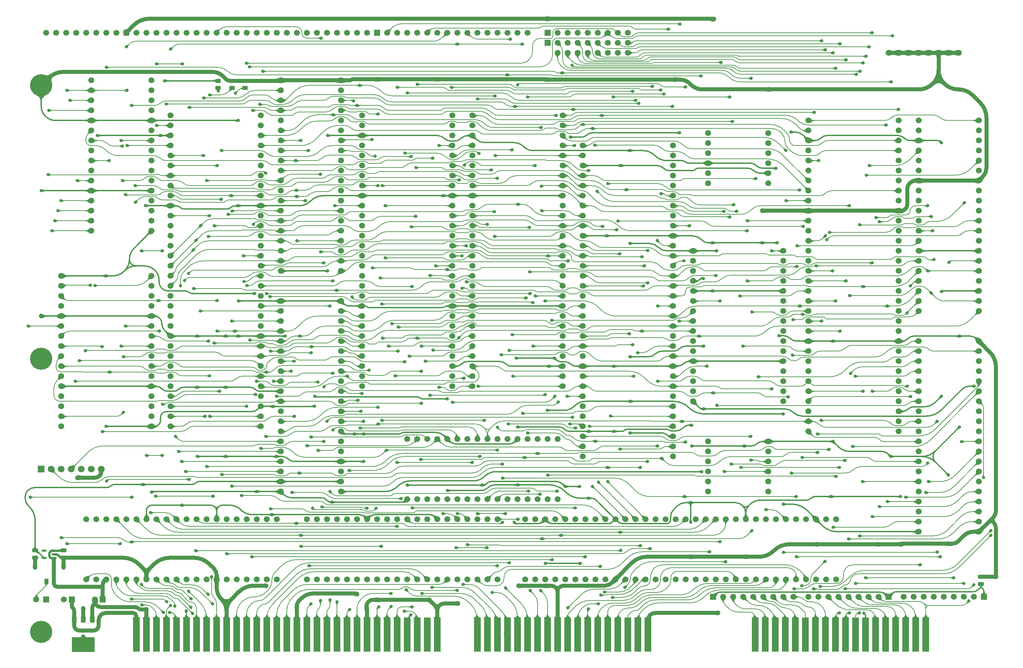
<source format=gtl>
%TF.GenerationSoftware,KiCad,Pcbnew,9.0.7*%
%TF.CreationDate,2026-01-29T11:53:42+02:00*%
%TF.ProjectId,Processor Board,50726f63-6573-4736-9f72-20426f617264,V0*%
%TF.SameCoordinates,Original*%
%TF.FileFunction,Copper,L1,Top*%
%TF.FilePolarity,Positive*%
%FSLAX46Y46*%
G04 Gerber Fmt 4.6, Leading zero omitted, Abs format (unit mm)*
G04 Created by KiCad (PCBNEW 9.0.7) date 2026-01-29 11:53:42*
%MOMM*%
%LPD*%
G01*
G04 APERTURE LIST*
G04 Aperture macros list*
%AMRoundRect*
0 Rectangle with rounded corners*
0 $1 Rounding radius*
0 $2 $3 $4 $5 $6 $7 $8 $9 X,Y pos of 4 corners*
0 Add a 4 corners polygon primitive as box body*
4,1,4,$2,$3,$4,$5,$6,$7,$8,$9,$2,$3,0*
0 Add four circle primitives for the rounded corners*
1,1,$1+$1,$2,$3*
1,1,$1+$1,$4,$5*
1,1,$1+$1,$6,$7*
1,1,$1+$1,$8,$9*
0 Add four rect primitives between the rounded corners*
20,1,$1+$1,$2,$3,$4,$5,0*
20,1,$1+$1,$4,$5,$6,$7,0*
20,1,$1+$1,$6,$7,$8,$9,0*
20,1,$1+$1,$8,$9,$2,$3,0*%
G04 Aperture macros list end*
%TA.AperFunction,ComponentPad*%
%ADD10C,1.500000*%
%TD*%
%TA.AperFunction,SMDPad,CuDef*%
%ADD11R,5.842000X3.810000*%
%TD*%
%TA.AperFunction,SMDPad,CuDef*%
%ADD12R,1.200000X1.500000*%
%TD*%
%TA.AperFunction,ConnectorPad*%
%ADD13R,1.780000X8.620000*%
%TD*%
%TA.AperFunction,SMDPad,CuDef*%
%ADD14RoundRect,0.250000X-0.475000X0.250000X-0.475000X-0.250000X0.475000X-0.250000X0.475000X0.250000X0*%
%TD*%
%TA.AperFunction,ComponentPad*%
%ADD15R,1.600000X1.600000*%
%TD*%
%TA.AperFunction,ComponentPad*%
%ADD16RoundRect,0.262467X-0.537533X-0.537533X0.537533X-0.537533X0.537533X0.537533X-0.537533X0.537533X0*%
%TD*%
%TA.AperFunction,SMDPad,CuDef*%
%ADD17RoundRect,0.250000X0.450000X-0.262500X0.450000X0.262500X-0.450000X0.262500X-0.450000X-0.262500X0*%
%TD*%
%TA.AperFunction,ComponentPad*%
%ADD18C,1.700000*%
%TD*%
%TA.AperFunction,ComponentPad*%
%ADD19R,1.700000X1.700000*%
%TD*%
%TA.AperFunction,ComponentPad*%
%ADD20R,1.500000X1.500000*%
%TD*%
%TA.AperFunction,ComponentPad*%
%ADD21RoundRect,0.400000X-0.400000X-0.400000X0.400000X-0.400000X0.400000X0.400000X-0.400000X0.400000X0*%
%TD*%
%TA.AperFunction,ComponentPad*%
%ADD22C,5.600000*%
%TD*%
%TA.AperFunction,SMDPad,CuDef*%
%ADD23R,1.150000X0.600000*%
%TD*%
%TA.AperFunction,SMDPad,CuDef*%
%ADD24RoundRect,0.250000X-0.262500X-0.450000X0.262500X-0.450000X0.262500X0.450000X-0.262500X0.450000X0*%
%TD*%
%TA.AperFunction,SMDPad,CuDef*%
%ADD25RoundRect,0.250000X0.475000X-0.250000X0.475000X0.250000X-0.475000X0.250000X-0.475000X-0.250000X0*%
%TD*%
%TA.AperFunction,ViaPad*%
%ADD26C,0.800000*%
%TD*%
%TA.AperFunction,ViaPad*%
%ADD27C,1.200000*%
%TD*%
%TA.AperFunction,ViaPad*%
%ADD28C,1.300000*%
%TD*%
%TA.AperFunction,Conductor*%
%ADD29C,0.380000*%
%TD*%
%TA.AperFunction,Conductor*%
%ADD30C,0.600000*%
%TD*%
%TA.AperFunction,Conductor*%
%ADD31C,1.000000*%
%TD*%
%TA.AperFunction,Conductor*%
%ADD32C,0.200000*%
%TD*%
G04 APERTURE END LIST*
D10*
%TO.P,B10,32,N.C.*%
%TO.N,unconnected-(B10-N.C.-Pad32)*%
X3810000Y139700000D03*
%TO.P,B10,31,N.C.*%
%TO.N,unconnected-(B10-N.C.-Pad31)*%
X3810000Y137160000D03*
%TO.P,B10,30,N.C.*%
%TO.N,unconnected-(B10-N.C.-Pad30)*%
X3810000Y134620000D03*
%TO.P,B10,29,N.C.*%
%TO.N,unconnected-(B10-N.C.-Pad29)*%
X3810000Y132080000D03*
%TO.P,B10,28,GND*%
%TO.N,GND*%
X3810000Y129540000D03*
%TO.P,B10,27,N.C.*%
%TO.N,unconnected-(B10-N.C.-Pad27)*%
X3810000Y127000000D03*
%TO.P,B10,26,~{Set_Timer}*%
%TO.N,/~{Timer}*%
X3810000Y124460000D03*
%TO.P,B10,25,N.C.*%
%TO.N,unconnected-(B10-N.C.-Pad25)*%
X3810000Y121920000D03*
%TO.P,B10,24,N.C.*%
%TO.N,unconnected-(B10-N.C.-Pad24)*%
X3810000Y119380000D03*
%TO.P,B10,23,N.C.*%
%TO.N,unconnected-(B10-N.C.-Pad23)*%
X3810000Y116840000D03*
%TO.P,B10,22,N.C.*%
%TO.N,unconnected-(B10-N.C.-Pad22)*%
X3810000Y114300000D03*
%TO.P,B10,21,GND*%
%TO.N,GND*%
X3810000Y111760000D03*
%TO.P,B10,20,N.C.*%
%TO.N,unconnected-(B10-N.C.-Pad20)*%
X3810000Y109220000D03*
%TO.P,B10,19,N.C.*%
%TO.N,unconnected-(B10-N.C.-Pad19)*%
X3810000Y106680000D03*
%TO.P,B10,18,~{Hold}*%
%TO.N,Native Latch*%
X3810000Y104140000D03*
%TO.P,B10,17,5V*%
%TO.N,5V*%
X3810000Y101600000D03*
%TO.P,B10,16,D7*%
%TO.N,/D7*%
X-11430000Y101600000D03*
%TO.P,B10,15,D6*%
%TO.N,/D6*%
X-11430000Y104140000D03*
%TO.P,B10,14,D5*%
%TO.N,/D5*%
X-11430000Y106680000D03*
%TO.P,B10,13,D4*%
%TO.N,/D4*%
X-11430000Y109220000D03*
%TO.P,B10,12,GND*%
%TO.N,GND*%
X-11430000Y111760000D03*
%TO.P,B10,11,D3*%
%TO.N,/D3*%
X-11430000Y114300000D03*
%TO.P,B10,10,D2*%
%TO.N,/D2*%
X-11430000Y116840000D03*
%TO.P,B10,9,D1*%
%TO.N,/D1*%
X-11430000Y119380000D03*
%TO.P,B10,8,D0*%
%TO.N,/D0*%
X-11430000Y121920000D03*
%TO.P,B10,7,~{NMI_Rate_Select}*%
%TO.N,/~{Timer Speed Select}*%
X-11430000Y124460000D03*
%TO.P,B10,6,CLK*%
%TO.N,/CLK*%
X-11430000Y127000000D03*
%TO.P,B10,5,GND*%
%TO.N,GND*%
X-11430000Y129540000D03*
%TO.P,B10,4,~{WD}*%
%TO.N,/~{WD}*%
X-11430000Y132080000D03*
%TO.P,B10,3,~{RD}*%
%TO.N,/~{RD}*%
X-11430000Y134620000D03*
%TO.P,B10,2,~{Reset}*%
%TO.N,~{Reset}*%
X-11430000Y137160000D03*
%TO.P,B10,1,5V*%
%TO.N,5V*%
X-11430000Y139700000D03*
%TD*%
D11*
%TO.P,IC3,4,5.0VOut*%
%TO.N,5V*%
X-13470000Y-3175000D03*
D12*
%TO.P,IC3,3,15VIn*%
%TO.N,12V*%
X-15770000Y3200000D03*
%TO.P,IC3,2,5.0VOut*%
%TO.N,5V*%
X-13470000Y3200000D03*
%TO.P,IC3,1,GND*%
%TO.N,GND*%
X-11170000Y3200000D03*
%TD*%
D13*
%TO.P,J1,35,35*%
%TO.N,~{Enable} DEV6*%
X199908248Y-635000D03*
%TO.P,J1,33,33*%
%TO.N,~{Enable} DEV7*%
X197368248Y-635000D03*
%TO.P,J1,31,31*%
%TO.N,~{Enable} DEV16*%
X194828248Y-635000D03*
%TO.P,J1,29,29*%
%TO.N,~{Enable} DEV17*%
X192288248Y-635000D03*
%TO.P,J1,27,27*%
%TO.N,~{Enable} DEV18*%
X189748248Y-635000D03*
%TO.P,J1,25,25*%
%TO.N,~{Enable} DEV19*%
X187208248Y-635000D03*
%TO.P,J1,23,23*%
%TO.N,GND*%
X184668248Y-635000D03*
%TO.P,J1,21,21*%
%TO.N,~{Interrupt} DEV19*%
X182128248Y-635000D03*
%TO.P,J1,19,19*%
%TO.N,~{Interrupt} DEV18*%
X179588248Y-635000D03*
%TO.P,J1,17,17*%
%TO.N,~{Interrupt} DEV17*%
X177048248Y-635000D03*
%TO.P,J1,15,15*%
%TO.N,~{Interrupt} DEV16*%
X174508248Y-635000D03*
%TO.P,J1,13,13*%
%TO.N,~{Interrupt} DEV7*%
X171968248Y-635000D03*
%TO.P,J1,11,11*%
%TO.N,~{Interrupt} DEV6*%
X169428248Y-635000D03*
%TO.P,J1,9,9*%
%TO.N,~{Interrupt} DEV5*%
X166888248Y-635000D03*
%TO.P,J1,7,7*%
%TO.N,~{Interrupt} DEV4*%
X164348248Y-635000D03*
%TO.P,J1,5,5*%
%TO.N,~{Interrupt} DEV3*%
X161808248Y-635000D03*
%TO.P,J1,3,3*%
%TO.N,~{Interrupt} DEV2*%
X159268248Y-635000D03*
%TO.P,J1,1,1*%
%TO.N,~{Interrupt} DEV1*%
X156728248Y-635000D03*
%TD*%
D14*
%TO.P,C1,2*%
%TO.N,GND*%
X-18461000Y18793000D03*
%TO.P,C1,1*%
%TO.N,5V*%
X-18461000Y20693000D03*
%TD*%
D10*
%TO.P,B18,34,GND*%
%TO.N,GND*%
X208229200Y146685000D03*
%TO.P,B18,33,GND*%
X205689200Y146685000D03*
%TO.P,B18,32,GND*%
X203149200Y146685000D03*
%TO.P,B18,31,GND*%
X200609200Y146685000D03*
%TO.P,B18,30,GND*%
X198069200Y146685000D03*
%TO.P,B18,29,GND*%
X195529200Y146685000D03*
%TO.P,B18,28,GND*%
X192989200Y146685000D03*
%TO.P,B18,27,GND*%
X190449200Y146685000D03*
%TO.P,B18,26,IC0*%
%TO.N,/IC0*%
X124409201Y146685000D03*
%TO.P,B18,25,IC1*%
%TO.N,/IC1*%
X121869200Y146685000D03*
%TO.P,B18,24,IC2*%
%TO.N,/IC2*%
X119329200Y146685000D03*
%TO.P,B18,23,IC3*%
%TO.N,/IC3*%
X116789200Y146685000D03*
%TO.P,B18,22,IC4*%
%TO.N,/IC4*%
X114249200Y146685000D03*
%TO.P,B18,21,IC5*%
%TO.N,/IC5*%
X111709199Y146685000D03*
%TO.P,B18,20,IC6*%
%TO.N,/IC6*%
X109169200Y146685000D03*
%TO.P,B18,19,IC7*%
%TO.N,/IC7*%
X106629200Y146685000D03*
%TO.P,B18,18,IC8*%
%TO.N,/IC8*%
X124409200Y149225000D03*
%TO.P,B18,17,IC9*%
%TO.N,/IC9*%
X121869200Y149225000D03*
%TO.P,B18,16,IC10*%
%TO.N,/IC10*%
X119329200Y149225000D03*
%TO.P,B18,15,IC11*%
%TO.N,/IC11*%
X116789200Y149225000D03*
%TO.P,B18,14,IC12*%
%TO.N,/IC12*%
X114249200Y149225000D03*
%TO.P,B18,13,IC13*%
%TO.N,/IC13*%
X111709200Y149225000D03*
%TO.P,B18,12,IC14*%
%TO.N,/IC14*%
X109169200Y149225000D03*
%TO.P,B18,11,IC15*%
%TO.N,/IC15*%
X106629200Y149225000D03*
D15*
%TO.P,B18,10,GND*%
%TO.N,GND*%
X104089200Y149225000D03*
D10*
%TO.P,B18,9,OP0*%
%TO.N,/OP0*%
X124409200Y151765000D03*
%TO.P,B18,8,OP1*%
%TO.N,/OP1*%
X121869200Y151765000D03*
%TO.P,B18,7,OP2*%
%TO.N,/OP2*%
X119329200Y151765000D03*
%TO.P,B18,6,OP3*%
%TO.N,/OP3*%
X116789200Y151765000D03*
%TO.P,B18,5,OP4*%
%TO.N,/OP4*%
X114249200Y151765000D03*
%TO.P,B18,4,OP5*%
%TO.N,/OP5*%
X111709200Y151765000D03*
%TO.P,B18,3,OP6*%
%TO.N,/OP6*%
X109169200Y151765000D03*
%TO.P,B18,2,OP7*%
%TO.N,/OP7*%
X106629200Y151765000D03*
D16*
%TO.P,B18,1,12V*%
%TO.N,12V*%
X104089200Y151765000D03*
%TD*%
D17*
%TO.P,R7,2*%
%TO.N,GND*%
X24247000Y139596500D03*
%TO.P,R7,1*%
%TO.N,/RTI*%
X24247000Y137771500D03*
%TD*%
D10*
%TO.P,B5,56,~{Register15}*%
%TO.N,/~{Count Access}_{3}*%
X107950000Y130810000D03*
%TO.P,B5,55,~{Register14}*%
%TO.N,/~{Count Access}_{2}*%
X107950000Y128270000D03*
%TO.P,B5,54,~{Register13}*%
%TO.N,/~{Count Access}_{1}*%
X107950000Y125730000D03*
%TO.P,B5,53,~{Register12}*%
%TO.N,/~{Count Access}_{0}*%
X107950000Y123190000D03*
%TO.P,B5,52,A0*%
%TO.N,/A0*%
X107950000Y120650000D03*
%TO.P,B5,51,A1*%
%TO.N,/A1*%
X107950000Y118110000D03*
%TO.P,B5,50,A2*%
%TO.N,/A2*%
X107950000Y115570000D03*
%TO.P,B5,49,A3*%
%TO.N,/A3*%
X107950000Y113030000D03*
%TO.P,B5,48,GND*%
%TO.N,GND*%
X107950000Y110490000D03*
%TO.P,B5,47,A15*%
%TO.N,/A15*%
X107950000Y107950000D03*
%TO.P,B5,46,A16*%
%TO.N,/A16*%
X107950000Y105410000D03*
%TO.P,B5,45,A17*%
%TO.N,/A17*%
X107950000Y102870000D03*
%TO.P,B5,44,A18*%
%TO.N,/A18*%
X107950000Y100330000D03*
%TO.P,B5,43,A19*%
%TO.N,/A19*%
X107950000Y97790000D03*
%TO.P,B5,42,A20*%
%TO.N,/A20*%
X107950000Y95250000D03*
%TO.P,B5,41,A21*%
%TO.N,/A21*%
X107950000Y92710000D03*
%TO.P,B5,40,A22*%
%TO.N,/A22*%
X107950000Y90170000D03*
%TO.P,B5,39,A23*%
%TO.N,/A23*%
X107950000Y87630000D03*
%TO.P,B5,38,~{Main}*%
%TO.N,~{Main}*%
X107950000Y85090000D03*
%TO.P,B5,37,GND*%
%TO.N,GND*%
X107950000Y82550000D03*
%TO.P,B5,36,N.C.*%
%TO.N,unconnected-(B5-N.C.-Pad36)*%
X107950000Y80010000D03*
%TO.P,B5,35,Kernal_Mode*%
%TO.N,Kernal*%
X107950000Y77470000D03*
%TO.P,B5,34,N.C.*%
%TO.N,unconnected-(B5-N.C.-Pad34)*%
X107950000Y74930000D03*
%TO.P,B5,33,~{ROM}*%
%TO.N,/~{ROM}*%
X107950000Y72390000D03*
%TO.P,B5,32,~{RAM}*%
%TO.N,/~{RAM}*%
X107950000Y69850000D03*
%TO.P,B5,31,5V*%
%TO.N,5V*%
X107950000Y67310000D03*
%TO.P,B5,30,Native_Latch*%
%TO.N,Native Latch*%
X107950000Y64770000D03*
%TO.P,B5,29,~{Devices}*%
%TO.N,~{Device}*%
X107950000Y62230000D03*
%TO.P,B5,28,~{Registers}*%
%TO.N,/~{Register}*%
X85090000Y62230000D03*
%TO.P,B5,27,~{Device1}*%
%TO.N,~{Select} DEV1*%
X85090000Y64770000D03*
%TO.P,B5,26,~{Reset}*%
%TO.N,~{Reset}*%
X85090000Y67310000D03*
%TO.P,B5,25,~{Device2}*%
%TO.N,~{Select} DEV2*%
X85090000Y69850000D03*
%TO.P,B5,24,~{Device3}*%
%TO.N,~{Select} DEV3*%
X85090000Y72390000D03*
%TO.P,B5,23,~{Device4}*%
%TO.N,~{Select} DEV4*%
X85090000Y74930000D03*
%TO.P,B5,22,~{Device5}*%
%TO.N,~{Select} DEV5*%
X85090000Y77470000D03*
%TO.P,B5,21,~{Device6}*%
%TO.N,~{Select} DEV6*%
X85090000Y80010000D03*
%TO.P,B5,20,GND*%
%TO.N,GND*%
X85090000Y82550000D03*
%TO.P,B5,19,~{Device7}*%
%TO.N,~{Select} DEV7*%
X85090000Y85090000D03*
%TO.P,B5,18,~{Device16}*%
%TO.N,~{Select} DEV16*%
X85090000Y87630000D03*
%TO.P,B5,17,~{Device17}*%
%TO.N,~{Select} DEV17*%
X85090000Y90170000D03*
%TO.P,B5,16,~{Device18}*%
%TO.N,~{Select} DEV18*%
X85090000Y92710000D03*
%TO.P,B5,15,~{Device19}*%
%TO.N,~{Select} DEV19*%
X85090000Y95250000D03*
%TO.P,B5,14,~{Register0}*%
%TO.N,/~{Device Interrupt}_{ 1..7}*%
X85090000Y97790000D03*
%TO.P,B5,13,~{Register1}*%
%TO.N,unconnected-(B5-~{Register1}-Pad13)*%
X85090000Y100330000D03*
%TO.P,B5,12,~{Register2}*%
%TO.N,/~{Device Interrupt}_{ 16..19}*%
X85090000Y102870000D03*
%TO.P,B5,11,~{Register3}*%
%TO.N,/~{Device Reset{slash}Enable}_{ 1..7}*%
X85090000Y105410000D03*
%TO.P,B5,10,~{Register4}*%
%TO.N,unconnected-(B5-~{Register4}-Pad10)*%
X85090000Y107950000D03*
%TO.P,B5,9,GND*%
%TO.N,GND*%
X85090000Y110490000D03*
%TO.P,B5,8,~{Register5}*%
%TO.N,/~{Device Reset{slash}Enable}_{ 16..19}*%
X85090000Y113030000D03*
%TO.P,B5,7,~{Register6}*%
%TO.N,/~{Timer Speed Select}*%
X85090000Y115570000D03*
%TO.P,B5,6,~{Register7}*%
%TO.N,/~{NMI State}*%
X85090000Y118110000D03*
%TO.P,B5,5,~{Register8}*%
%TO.N,/~{Process ID}*%
X85090000Y120650000D03*
%TO.P,B5,4,~{Register9}*%
%TO.N,/~{Interrupt Depth}*%
X85090000Y123190000D03*
%TO.P,B5,3,5V*%
%TO.N,5V*%
X85090000Y125730000D03*
%TO.P,B5,2,~{Register10}*%
%TO.N,unconnected-(B5-~{Register10}-Pad2)*%
X85090000Y128270000D03*
%TO.P,B5,1,~{Register11}*%
%TO.N,/~{Clear Counter}*%
X85090000Y130810000D03*
%TD*%
%TO.P,B3,40,~{Reset}*%
%TO.N,~{Reset}*%
X213360000Y129540000D03*
%TO.P,B3,39,~{Reset}_7*%
%TO.N,~{Reset} DEV7*%
X213360000Y127000000D03*
%TO.P,B3,38,~{Reset}_6*%
%TO.N,~{Reset} DEV6*%
X213360000Y124460000D03*
%TO.P,B3,37,~{Reset}_5*%
%TO.N,~{Reset} DEV5*%
X213360000Y121920000D03*
%TO.P,B3,36,~{Reset}_4*%
%TO.N,~{Reset} DEV4*%
X213360000Y119380000D03*
%TO.P,B3,35,~{Reset}_15*%
%TO.N,unconnected-(B3-~{Reset}_15-Pad35)*%
X213360000Y116840000D03*
%TO.P,B3,34,GND*%
%TO.N,GND*%
X213360000Y114300000D03*
%TO.P,B3,33,~{Reset}_14*%
%TO.N,unconnected-(B3-~{Reset}_14-Pad33)*%
X213360000Y111760000D03*
%TO.P,B3,32,~{Reset}_13*%
%TO.N,unconnected-(B3-~{Reset}_13-Pad32)*%
X213360000Y109220000D03*
%TO.P,B3,31,~{Reset}_12*%
%TO.N,unconnected-(B3-~{Reset}_12-Pad31)*%
X213360000Y106680000D03*
%TO.P,B3,30,~{Reset}_16*%
%TO.N,~{Reset} DEV16*%
X213360000Y104140000D03*
%TO.P,B3,29,~{Reset}_17*%
%TO.N,~{Reset} DEV17*%
X213360000Y101600000D03*
%TO.P,B3,28,~{Reset}_18*%
%TO.N,~{Reset} DEV18*%
X213360000Y99060000D03*
%TO.P,B3,27,GND*%
%TO.N,GND*%
X213360000Y96520000D03*
%TO.P,B3,26,~{Reset}_19*%
%TO.N,~{Reset} DEV19*%
X213360000Y93980000D03*
%TO.P,B3,25,~{Enables}_1..7*%
%TO.N,/~{Device Reset{slash}Enable}_{ 1..7}*%
X213360000Y91440000D03*
%TO.P,B3,24,~{Enables}_8..15*%
%TO.N,/3.3V*%
X213360000Y88900000D03*
%TO.P,B3,23,5V*%
%TO.N,5V*%
X213360000Y86360000D03*
%TO.P,B3,22,~{Enables}_16..19*%
%TO.N,/~{Device Reset{slash}Enable}_{ 16..19}*%
X213360000Y83820000D03*
%TO.P,B3,21,~{CLK}*%
%TO.N,/CLK*%
X213360000Y81280000D03*
%TO.P,B3,20,~{WD}*%
%TO.N,/~{WD}*%
X198120000Y81280000D03*
%TO.P,B3,19,D7*%
%TO.N,/D7*%
X198120000Y83820000D03*
%TO.P,B3,18,D6*%
%TO.N,/D6*%
X198120000Y86360000D03*
%TO.P,B3,17,D5*%
%TO.N,/D5*%
X198120000Y88900000D03*
%TO.P,B3,16,D4*%
%TO.N,/D4*%
X198120000Y91440000D03*
%TO.P,B3,15,D3*%
%TO.N,/D3*%
X198120000Y93980000D03*
%TO.P,B3,14,GND*%
%TO.N,GND*%
X198120000Y96520000D03*
%TO.P,B3,13,D2*%
%TO.N,/D2*%
X198120000Y99060000D03*
%TO.P,B3,12,D1*%
%TO.N,/D1*%
X198120000Y101600000D03*
%TO.P,B3,11,D0*%
%TO.N,/D0*%
X198120000Y104140000D03*
%TO.P,B3,10,N.C.*%
%TO.N,unconnected-(B3-N.C.-Pad10)*%
X198120000Y106680000D03*
%TO.P,B3,9,~{Reset}_11*%
%TO.N,unconnected-(B3-~{Reset}_11-Pad9)*%
X198120000Y109220000D03*
%TO.P,B3,8,~{Reset}_10*%
%TO.N,unconnected-(B3-~{Reset}_10-Pad8)*%
X198120000Y111760000D03*
%TO.P,B3,7,GND*%
%TO.N,GND*%
X198120000Y114300000D03*
%TO.P,B3,6,~{Reset}_9*%
%TO.N,unconnected-(B3-~{Reset}_9-Pad6)*%
X198120000Y116840000D03*
%TO.P,B3,5,~{Reset}_8*%
%TO.N,unconnected-(B3-~{Reset}_8-Pad5)*%
X198120000Y119380000D03*
%TO.P,B3,4,~{Reset}_3*%
%TO.N,~{Reset} DEV3*%
X198120000Y121920000D03*
%TO.P,B3,3,5V*%
%TO.N,5V*%
X198120000Y124460000D03*
%TO.P,B3,2,~{Reset}_2*%
%TO.N,~{Reset} DEV2*%
X198120000Y127000000D03*
%TO.P,B3,1,~{Reset}_1*%
%TO.N,~{Reset} DEV1*%
X198120000Y129540000D03*
%TD*%
D18*
%TO.P,J2,7,Pin_7*%
%TO.N,12V*%
X-8898000Y41275000D03*
%TO.P,J2,6,Pin_6*%
%TO.N,5V*%
X-11438000Y41275000D03*
%TO.P,J2,5,Pin_5*%
%TO.N,~{NMI}*%
X-13978000Y41275000D03*
%TO.P,J2,4,Pin_4*%
%TO.N,~{Reset}*%
X-16518000Y41275000D03*
%TO.P,J2,3,Pin_3*%
%TO.N,CLK_{IN}*%
X-19058000Y41275000D03*
%TO.P,J2,2,Pin_2*%
%TO.N,~{IRQ}*%
X-21598000Y41275000D03*
D19*
%TO.P,J2,1,Pin_1*%
%TO.N,GND*%
X-24138000Y41275000D03*
%TD*%
D17*
%TO.P,R6,2*%
%TO.N,GND*%
X27549000Y139596500D03*
%TO.P,R6,1*%
%TO.N,/Enter Interrupt*%
X27549000Y137771500D03*
%TD*%
D10*
%TO.P,B9,40,A15*%
%TO.N,DA15*%
X35552000Y13335000D03*
%TO.P,B9,39,A14*%
%TO.N,DA14*%
X33012000Y13335000D03*
%TO.P,B9,38,A13*%
%TO.N,DA13*%
X30472000Y13335000D03*
%TO.P,B9,37,A12*%
%TO.N,DA12*%
X27932000Y13335000D03*
%TO.P,B9,36,A11*%
%TO.N,DA11*%
X25392000Y13335000D03*
%TO.P,B9,35,A10*%
%TO.N,DA10*%
X22852000Y13335000D03*
%TO.P,B9,34,GND*%
%TO.N,GND*%
X20312000Y13335000D03*
%TO.P,B9,33,A9*%
%TO.N,DA9*%
X17772000Y13335000D03*
%TO.P,B9,32,A8*%
%TO.N,DA8*%
X15232000Y13335000D03*
%TO.P,B9,31,N.C.*%
%TO.N,unconnected-(B9-N.C.-Pad31)*%
X12692000Y13335000D03*
%TO.P,B9,30,A7*%
%TO.N,DA7*%
X10152000Y13335000D03*
%TO.P,B9,29,A6*%
%TO.N,DA6*%
X7612000Y13335000D03*
%TO.P,B9,28,A5*%
%TO.N,DA5*%
X5072000Y13335000D03*
%TO.P,B9,27,GND*%
%TO.N,GND*%
X2532000Y13335000D03*
%TO.P,B9,26,A4*%
%TO.N,DA4*%
X-8000Y13335000D03*
%TO.P,B9,25,A3*%
%TO.N,DA3*%
X-2548000Y13335000D03*
%TO.P,B9,24,A2*%
%TO.N,DA2*%
X-5088000Y13335000D03*
%TO.P,B9,23,5V*%
%TO.N,5V*%
X-7628000Y13335000D03*
%TO.P,B9,22,A1*%
%TO.N,DA1*%
X-10168000Y13335000D03*
%TO.P,B9,21,A0*%
%TO.N,DA0*%
X-12708000Y13335000D03*
%TO.P,B9,20,A0_{IN}*%
%TO.N,/A0*%
X-12708000Y28575000D03*
%TO.P,B9,19,A1_{IN}*%
%TO.N,/A1*%
X-10168000Y28575000D03*
%TO.P,B9,18,A2_{IN}*%
%TO.N,/A2*%
X-7628000Y28575000D03*
%TO.P,B9,17,A3_{IN}*%
%TO.N,/A3*%
X-5088000Y28575000D03*
%TO.P,B9,16,A4_{IN}*%
%TO.N,/A4*%
X-2548000Y28575000D03*
%TO.P,B9,15,A5_{IN}*%
%TO.N,/A5*%
X-8000Y28575000D03*
%TO.P,B9,14,GND*%
%TO.N,GND*%
X2532000Y28575000D03*
%TO.P,B9,13,A6_{IN}*%
%TO.N,/A6*%
X5072000Y28575000D03*
%TO.P,B9,12,A7_{IN}*%
%TO.N,/A7*%
X7612000Y28575000D03*
%TO.P,B9,11,Device_~{CS}*%
%TO.N,~{Device}*%
X10152000Y28575000D03*
%TO.P,B9,10,A8_{IN}*%
%TO.N,/A8*%
X12692000Y28575000D03*
%TO.P,B9,9,A9_{IN}*%
%TO.N,/A9*%
X15232000Y28575000D03*
%TO.P,B9,8,A10_{IN}*%
%TO.N,/A10*%
X17772000Y28575000D03*
%TO.P,B9,7,GND*%
%TO.N,GND*%
X20312000Y28575000D03*
%TO.P,B9,6,A11_{IN}*%
%TO.N,/A11*%
X22852000Y28575000D03*
%TO.P,B9,5,A12_{IN}*%
%TO.N,/A12*%
X25392000Y28575000D03*
%TO.P,B9,4,A13_{IN}*%
%TO.N,/A13*%
X27932000Y28575000D03*
%TO.P,B9,3,5V*%
%TO.N,5V*%
X30472000Y28575000D03*
%TO.P,B9,2,A14_{IN}*%
%TO.N,/A14*%
X33012000Y28575000D03*
%TO.P,B9,1,A15_{IN}*%
%TO.N,/A15*%
X35552000Y28575000D03*
%TD*%
%TO.P,B11,32,~{NMI}*%
%TO.N,~{NMI}*%
X3810000Y90170000D03*
%TO.P,B11,31,~{Set_Break_3}*%
%TO.N,/3.3V*%
X3810000Y87630000D03*
%TO.P,B11,30,~{Set_Break_2}*%
%TO.N,~{NMI}_{2}*%
X3810000Y85090000D03*
%TO.P,B11,29,~{Set_Break_1}*%
%TO.N,~{NMI}_{1}*%
X3810000Y82550000D03*
%TO.P,B11,28,GND*%
%TO.N,GND*%
X3810000Y80010000D03*
%TO.P,B11,27,Set_Disable_NMI*%
%TO.N,/Enter Interrupt*%
X3810000Y77470000D03*
%TO.P,B11,26,Set_Enable_NMI*%
%TO.N,/RTI*%
X3810000Y74930000D03*
%TO.P,B11,25,~{Set_Timer}*%
%TO.N,/~{Timer}*%
X3810000Y72390000D03*
%TO.P,B11,24,NMI_Enabled*%
%TO.N,unconnected-(B11-NMI_Enabled-Pad24)*%
X3810000Y69850000D03*
%TO.P,B11,23,~{NMI_State}*%
%TO.N,/~{NMI State}*%
X3810000Y67310000D03*
%TO.P,B11,22,Break_1*%
%TO.N,unconnected-(B11-Break_1-Pad22)*%
X3810000Y64770000D03*
%TO.P,B11,21,GND*%
%TO.N,GND*%
X3810000Y62230000D03*
%TO.P,B11,20,Break_2*%
%TO.N,unconnected-(B11-Break_2-Pad20)*%
X3810000Y59690000D03*
%TO.P,B11,19,Break_3*%
%TO.N,unconnected-(B11-Break_3-Pad19)*%
X3810000Y57150000D03*
%TO.P,B11,18,Timer*%
%TO.N,unconnected-(B11-Timer-Pad18)*%
X3810000Y54610000D03*
%TO.P,B11,17,5V*%
%TO.N,5V*%
X3810000Y52070000D03*
%TO.P,B11,16,D7*%
%TO.N,/D7*%
X-19050000Y52070000D03*
%TO.P,B11,15,D6*%
%TO.N,/D6*%
X-19050000Y54610000D03*
%TO.P,B11,14,D5*%
%TO.N,/D5*%
X-19050000Y57150000D03*
%TO.P,B11,13,D4*%
%TO.N,/D4*%
X-19050000Y59690000D03*
%TO.P,B11,12,GND*%
%TO.N,GND*%
X-19050000Y62230000D03*
%TO.P,B11,11,D3*%
%TO.N,/D3*%
X-19050000Y64770000D03*
%TO.P,B11,10,D2*%
%TO.N,/D2*%
X-19050000Y67310000D03*
%TO.P,B11,9,D1*%
%TO.N,/D1*%
X-19050000Y69850000D03*
%TO.P,B11,8,D0*%
%TO.N,/D0*%
X-19050000Y72390000D03*
%TO.P,B11,7,MPU0*%
%TO.N,MPU0*%
X-19050000Y74930000D03*
%TO.P,B11,6,MPU1*%
%TO.N,MPU1*%
X-19050000Y77470000D03*
%TO.P,B11,5,GND*%
%TO.N,GND*%
X-19050000Y80010000D03*
%TO.P,B11,4,~{WD}*%
%TO.N,/~{WD}*%
X-19050000Y82550000D03*
%TO.P,B11,3,~{RD}*%
%TO.N,/~{RD}*%
X-19050000Y85090000D03*
%TO.P,B11,2,~{Reset}*%
%TO.N,~{Reset}*%
X-19050000Y87630000D03*
%TO.P,B11,1,5V*%
%TO.N,5V*%
X-19050000Y90170000D03*
%TD*%
%TO.P,RN8,9,R8*%
%TO.N,~{Enable} DEV5*%
X194310000Y8890000D03*
%TO.P,RN8,8,R7*%
%TO.N,~{Enable} DEV4*%
X196850000Y8890000D03*
%TO.P,RN8,7,R6*%
%TO.N,~{Enable} DEV3*%
X199390000Y8890000D03*
%TO.P,RN8,6,R5*%
%TO.N,~{Enable} DEV2*%
X201930000Y8890000D03*
%TO.P,RN8,5,R4*%
%TO.N,~{Enable} DEV1*%
X204470000Y8890000D03*
%TO.P,RN8,4,R3*%
%TO.N,~{Interrupt} DEV19*%
X207010000Y8890000D03*
%TO.P,RN8,3,R2*%
%TO.N,~{Interrupt} DEV18*%
X209550000Y8890000D03*
%TO.P,RN8,2,R1*%
%TO.N,~{Interrupt} DEV17*%
X212090000Y8890000D03*
D20*
%TO.P,RN8,1,PC*%
%TO.N,/3.3V*%
X214630000Y8890000D03*
%TD*%
D17*
%TO.P,R1,2*%
%TO.N,/3.3V*%
X20691000Y139596500D03*
%TO.P,R1,1*%
%TO.N,Kernal*%
X20691000Y137771500D03*
%TD*%
D10*
%TO.P,B13,49,X*%
%TO.N,/X*%
X99009200Y151765000D03*
%TO.P,B13,48,VPA*%
%TO.N,/VPA*%
X96469200Y151765000D03*
%TO.P,B13,47,~{NMI}*%
%TO.N,~{NMI}*%
X93929200Y151765000D03*
%TO.P,B13,46,~{ML}*%
%TO.N,/~{ML}*%
X91389200Y151765000D03*
%TO.P,B13,45,~{IRQ}*%
%TO.N,~{IRQ}*%
X88849200Y151765000D03*
%TO.P,B13,44,~{ABORT}*%
%TO.N,~{ABORT}*%
X86309200Y151765000D03*
%TO.P,B13,43,RDY*%
%TO.N,/RDY*%
X83769200Y151765000D03*
%TO.P,B13,42,~{VP}*%
%TO.N,/~{VP}*%
X81229200Y151765000D03*
%TO.P,B13,41,~{RES}*%
%TO.N,~{Reset}*%
X78689200Y151765000D03*
%TO.P,B13,40,VDA*%
%TO.N,/VDA*%
X76149200Y151765000D03*
%TO.P,B13,39,M*%
%TO.N,/M*%
X73609200Y151765000D03*
%TO.P,B13,38,E*%
%TO.N,/E*%
X71069200Y151765000D03*
%TO.P,B13,37,R~{W}*%
%TO.N,/R~{W}*%
X68529200Y151765000D03*
%TO.P,B13,36,BE*%
%TO.N,/BE*%
X65989200Y151765000D03*
%TO.P,B13,35,PHI2*%
%TO.N,/PHI2*%
X63449200Y151765000D03*
D15*
%TO.P,B13,34,GND*%
%TO.N,GND*%
X60909200Y151765000D03*
D10*
%TO.P,B13,33,A0*%
%TO.N,/A0*%
X58369200Y151765000D03*
%TO.P,B13,32,A1*%
%TO.N,/A1*%
X55829200Y151765000D03*
%TO.P,B13,31,A2*%
%TO.N,/A2*%
X53289200Y151765000D03*
%TO.P,B13,30,A3*%
%TO.N,/A3*%
X50749200Y151765000D03*
%TO.P,B13,29,A4*%
%TO.N,/A4*%
X48209200Y151765000D03*
%TO.P,B13,28,A5*%
%TO.N,/A5*%
X45669200Y151765000D03*
%TO.P,B13,27,A6*%
%TO.N,/A6*%
X43129200Y151765000D03*
%TO.P,B13,26,A7*%
%TO.N,/A7*%
X40589200Y151765000D03*
%TO.P,B13,25,A8*%
%TO.N,/A8*%
X38049200Y151765000D03*
%TO.P,B13,24,A9*%
%TO.N,/A9*%
X35509200Y151765000D03*
%TO.P,B13,23,A10*%
%TO.N,/A10*%
X32969200Y151765000D03*
%TO.P,B13,22,A11*%
%TO.N,/A11*%
X30429200Y151765000D03*
%TO.P,B13,21,A12*%
%TO.N,/A12*%
X27889200Y151765000D03*
%TO.P,B13,20,A13*%
%TO.N,/A13*%
X25349200Y151765000D03*
%TO.P,B13,19,A14*%
%TO.N,/A14*%
X22809200Y151765000D03*
%TO.P,B13,18,A15*%
%TO.N,/A15*%
X20269200Y151765000D03*
%TO.P,B13,17,A16*%
%TO.N,/A16*%
X17729200Y151765000D03*
%TO.P,B13,16,A17*%
%TO.N,/A17*%
X15189200Y151765000D03*
%TO.P,B13,15,A18*%
%TO.N,/A18*%
X12649200Y151765000D03*
%TO.P,B13,14,A19*%
%TO.N,/A19*%
X10109200Y151765000D03*
%TO.P,B13,13,A20*%
%TO.N,/A20*%
X7569200Y151765000D03*
%TO.P,B13,12,A21*%
%TO.N,/A21*%
X5029200Y151765000D03*
%TO.P,B13,11,A22*%
%TO.N,/A22*%
X2489200Y151765000D03*
%TO.P,B13,10,A23*%
%TO.N,/A23*%
X-50800Y151765000D03*
D21*
%TO.P,B13,9,12V*%
%TO.N,12V*%
X-2590800Y151765000D03*
D10*
%TO.P,B13,8,D0*%
%TO.N,/D0*%
X-5130800Y151765000D03*
%TO.P,B13,7,D1*%
%TO.N,/D1*%
X-7670800Y151765000D03*
%TO.P,B13,6,D2*%
%TO.N,/D2*%
X-10210800Y151765000D03*
%TO.P,B13,5,D3*%
%TO.N,/D3*%
X-12750800Y151765000D03*
%TO.P,B13,4,D4*%
%TO.N,/D4*%
X-15290800Y151765000D03*
%TO.P,B13,3,D5*%
%TO.N,/D5*%
X-17830800Y151765000D03*
%TO.P,B13,2,D6*%
%TO.N,/D6*%
X-20370800Y151765000D03*
%TO.P,B13,1,D7*%
%TO.N,/D7*%
X-22910800Y151765000D03*
%TD*%
%TO.P,B14,40,GND*%
%TO.N,GND*%
X51792500Y139700000D03*
%TO.P,B14,39,Q11*%
%TO.N,/SA0*%
X51792500Y137160000D03*
%TO.P,B14,38,Q10*%
%TO.N,/SA1*%
X51792500Y134620000D03*
%TO.P,B14,37,Q9*%
%TO.N,/SA2*%
X51792500Y132080000D03*
%TO.P,B14,36,Q8*%
%TO.N,/SA3*%
X51792500Y129540000D03*
%TO.P,B14,35,Q7*%
%TO.N,/SA4*%
X51792500Y127000000D03*
%TO.P,B14,34,Q6*%
%TO.N,/SA5*%
X51792500Y124460000D03*
%TO.P,B14,33,Q5*%
%TO.N,/SA6*%
X51792500Y121920000D03*
%TO.P,B14,32,Q4*%
%TO.N,/SA7*%
X51792500Y119380000D03*
%TO.P,B14,31,Q3*%
%TO.N,/SA8*%
X51792500Y116840000D03*
%TO.P,B14,30,Q2*%
%TO.N,/SA9*%
X51792500Y114300000D03*
%TO.P,B14,29,Q1*%
%TO.N,/SA10*%
X51792500Y111760000D03*
%TO.P,B14,28,Q0*%
%TO.N,/SA11*%
X51792500Y109220000D03*
%TO.P,B14,27,B0*%
%TO.N,/PI3*%
X51792500Y106680000D03*
%TO.P,B14,26,B1*%
%TO.N,/PI2*%
X51792500Y104140000D03*
%TO.P,B14,25,B2*%
%TO.N,/PI1*%
X51792500Y101600000D03*
%TO.P,B14,24,B3*%
%TO.N,/PI0*%
X51792500Y99060000D03*
%TO.P,B14,23,B4*%
%TO.N,/A23*%
X51792500Y96520000D03*
%TO.P,B14,22,B5*%
%TO.N,/A22*%
X51792500Y93980000D03*
%TO.P,B14,21,B6*%
%TO.N,/A21*%
X51792500Y91440000D03*
%TO.P,B14,20,5V*%
%TO.N,5V*%
X36552500Y91440000D03*
%TO.P,B14,19,B7*%
%TO.N,/A20*%
X36552500Y93980000D03*
%TO.P,B14,18,B8*%
%TO.N,/A19*%
X36552500Y96520000D03*
%TO.P,B14,17,B9*%
%TO.N,/A18*%
X36552500Y99060000D03*
%TO.P,B14,16,B10*%
%TO.N,/A17*%
X36552500Y101600000D03*
%TO.P,B14,15,B11*%
%TO.N,/A16*%
X36552500Y104140000D03*
%TO.P,B14,14,A0*%
%TO.N,/A11*%
X36552500Y106680000D03*
%TO.P,B14,13,A1*%
%TO.N,/A10*%
X36552500Y109220000D03*
%TO.P,B14,12,A2*%
%TO.N,/A9*%
X36552500Y111760000D03*
%TO.P,B14,11,A3*%
%TO.N,/A8*%
X36552500Y114300000D03*
%TO.P,B14,10,A4*%
%TO.N,/A7*%
X36552500Y116840000D03*
%TO.P,B14,9,A5*%
%TO.N,/A6*%
X36552500Y119380000D03*
%TO.P,B14,8,A6*%
%TO.N,/A5*%
X36552500Y121920000D03*
%TO.P,B14,7,A7*%
%TO.N,/A4*%
X36552500Y124460000D03*
%TO.P,B14,6,A8*%
%TO.N,/A3*%
X36552500Y127000000D03*
%TO.P,B14,5,A9*%
%TO.N,/A2*%
X36552500Y129540000D03*
%TO.P,B14,4,A10*%
%TO.N,/A1*%
X36552500Y132080000D03*
%TO.P,B14,3,A11*%
%TO.N,/A0*%
X36552500Y134620000D03*
%TO.P,B14,2,S*%
%TO.N,/~{PHI2}*%
X36552500Y137160000D03*
%TO.P,B14,1,~{E}*%
%TO.N,GND*%
X36552500Y139700000D03*
%TD*%
%TO.P,B19,12,GND*%
%TO.N,GND*%
X160020000Y48260000D03*
%TO.P,B19,11,N.C.*%
%TO.N,unconnected-(B19-N.C.-Pad11)*%
X160020000Y45720000D03*
%TO.P,B19,10,Bank_Latch*%
%TO.N,/Bank Latch*%
X160020000Y43180000D03*
%TO.P,B19,9,~{Data_Output}*%
%TO.N,/~{Data Output}*%
X160020000Y40640000D03*
%TO.P,B19,8,N.C.*%
%TO.N,unconnected-(B19-N.C.-Pad8)*%
X160020000Y38100000D03*
%TO.P,B19,7,N.C.*%
%TO.N,unconnected-(B19-N.C.-Pad7)*%
X160020000Y35560000D03*
%TO.P,B19,6,3.3V*%
%TO.N,/3.3V*%
X144780000Y35560000D03*
%TO.P,B19,5,N.C.*%
%TO.N,unconnected-(B19-N.C.-Pad5)*%
X144780000Y38100000D03*
%TO.P,B19,4,N.C.*%
%TO.N,unconnected-(B19-N.C.-Pad4)*%
X144780000Y40640000D03*
%TO.P,B19,3,~{PHI2}*%
%TO.N,/~{PHI2}*%
X144780000Y43180000D03*
%TO.P,B19,2,N.C.*%
%TO.N,unconnected-(B19-N.C.-Pad2)*%
X144780000Y45720000D03*
%TO.P,B19,1,N.C.*%
%TO.N,unconnected-(B19-N.C.-Pad1)*%
X144780000Y48260000D03*
%TD*%
%TO.P,C4,2*%
%TO.N,GND*%
X-18391000Y8255000D03*
D20*
%TO.P,C4,1*%
%TO.N,12V*%
X-16391000Y8255000D03*
%TD*%
D22*
%TO.P,H8,1,GND*%
%TO.N,GND*%
X-24130000Y138430000D03*
%TD*%
D23*
%TO.P,IC2,5,3.3VOut*%
%TO.N,/3.3V*%
X-23414000Y18748000D03*
%TO.P,IC2,4,ADJ*%
%TO.N,unconnected-(IC2-ADJ-Pad4)*%
X-23414000Y20648000D03*
%TO.P,IC2,3,EN*%
%TO.N,5V*%
X-20814000Y20648000D03*
%TO.P,IC2,2,GND*%
%TO.N,GND*%
X-20814000Y19698000D03*
%TO.P,IC2,1,6VIn*%
%TO.N,5V*%
X-20814000Y18748000D03*
%TD*%
D14*
%TO.P,C2,2*%
%TO.N,GND*%
X-25700000Y18793000D03*
%TO.P,C2,1*%
%TO.N,/3.3V*%
X-25700000Y20693000D03*
%TD*%
D10*
%TO.P,B15,32,N.C.*%
%TO.N,unconnected-(B15-N.C.-Pad32)*%
X106680000Y33655000D03*
%TO.P,B15,31,N.C.*%
%TO.N,unconnected-(B15-N.C.-Pad31)*%
X104140000Y33655000D03*
%TO.P,B15,30,N.C.*%
%TO.N,unconnected-(B15-N.C.-Pad30)*%
X101600000Y33655000D03*
%TO.P,B15,29,N.C.*%
%TO.N,unconnected-(B15-N.C.-Pad29)*%
X99060000Y33655000D03*
%TO.P,B15,28,GND*%
%TO.N,GND*%
X96520000Y33655000D03*
%TO.P,B15,27,N.C.*%
%TO.N,unconnected-(B15-N.C.-Pad27)*%
X93980000Y33655000D03*
%TO.P,B15,26,MD7*%
%TO.N,MD0*%
X91440000Y33655000D03*
%TO.P,B15,25,MD6*%
%TO.N,MD1*%
X88900000Y33655000D03*
%TO.P,B15,24,MD5*%
%TO.N,MD2*%
X86360000Y33655000D03*
%TO.P,B15,23,MD4*%
%TO.N,MD3*%
X83820000Y33655000D03*
%TO.P,B15,22,MD3*%
%TO.N,MD4*%
X81280000Y33655000D03*
%TO.P,B15,21,GND*%
%TO.N,GND*%
X78740000Y33655000D03*
%TO.P,B15,20,MD2*%
%TO.N,MD5*%
X76200000Y33655000D03*
%TO.P,B15,19,MD1*%
%TO.N,MD6*%
X73660000Y33655000D03*
%TO.P,B15,18,MD0*%
%TO.N,MD7*%
X71120000Y33655000D03*
%TO.P,B15,17,5V*%
%TO.N,5V*%
X68580000Y33655000D03*
%TO.P,B15,16,N.C.*%
%TO.N,unconnected-(B15-N.C.-Pad16)*%
X68580000Y48895000D03*
%TO.P,B15,15,D0*%
%TO.N,/D7*%
X71120000Y48895000D03*
%TO.P,B15,14,D1*%
%TO.N,/D6*%
X73660000Y48895000D03*
%TO.P,B15,13,D2*%
%TO.N,/D5*%
X76200000Y48895000D03*
%TO.P,B15,12,GND*%
%TO.N,GND*%
X78740000Y48895000D03*
%TO.P,B15,11,D3*%
%TO.N,/D4*%
X81280000Y48895000D03*
%TO.P,B15,10,D4*%
%TO.N,/D3*%
X83820000Y48895000D03*
%TO.P,B15,9,D5*%
%TO.N,/D2*%
X86360000Y48895000D03*
%TO.P,B15,8,D6*%
%TO.N,/D1*%
X88900000Y48895000D03*
%TO.P,B15,7,D7*%
%TO.N,/D0*%
X91440000Y48895000D03*
%TO.P,B15,6,~{WD}*%
%TO.N,/~{WD}*%
X93980000Y48895000D03*
%TO.P,B15,5,GND*%
%TO.N,GND*%
X96520000Y48895000D03*
%TO.P,B15,4,~{RD}*%
%TO.N,/~{RD}*%
X99060000Y48895000D03*
%TO.P,B15,3,~{Main}*%
%TO.N,~{Main}*%
X101600000Y48895000D03*
%TO.P,B15,2,~{Main_Access}*%
%TO.N,~{Main Access}*%
X104140000Y48895000D03*
%TO.P,B15,1,5V*%
%TO.N,5V*%
X106680000Y48895000D03*
%TD*%
%TO.P,RN9,9,R8*%
%TO.N,unconnected-(RN9-R8-Pad9)*%
X170180000Y8890000D03*
%TO.P,RN9,8,R7*%
%TO.N,unconnected-(RN9-R7-Pad8)*%
X172720000Y8890000D03*
%TO.P,RN9,7,R6*%
%TO.N,~{Enable} DEV19*%
X175260000Y8890000D03*
%TO.P,RN9,6,R5*%
%TO.N,~{Enable} DEV18*%
X177800000Y8890000D03*
%TO.P,RN9,5,R4*%
%TO.N,~{Enable} DEV17*%
X180340000Y8890000D03*
%TO.P,RN9,4,R3*%
%TO.N,~{Enable} DEV16*%
X182880000Y8890000D03*
%TO.P,RN9,3,R2*%
%TO.N,~{Enable} DEV7*%
X185420000Y8890000D03*
%TO.P,RN9,2,R1*%
%TO.N,~{Enable} DEV6*%
X187960000Y8890000D03*
D20*
%TO.P,RN9,1,PC*%
%TO.N,/3.3V*%
X190500000Y8890000D03*
%TD*%
D10*
%TO.P,B6,64,OP7*%
%TO.N,/OP7*%
X31472500Y130810000D03*
%TO.P,B6,63,OP6*%
%TO.N,/OP6*%
X31472500Y128270000D03*
%TO.P,B6,62,OP5*%
%TO.N,/OP5*%
X31472500Y125730000D03*
%TO.P,B6,61,OP4*%
%TO.N,/OP4*%
X31472500Y123190000D03*
%TO.P,B6,60,OP3*%
%TO.N,/OP3*%
X31472500Y120650000D03*
%TO.P,B6,59,OP2*%
%TO.N,/OP2*%
X31472500Y118110000D03*
%TO.P,B6,58,OP1*%
%TO.N,/OP1*%
X31472500Y115570000D03*
%TO.P,B6,57,OP0*%
%TO.N,/OP0*%
X31472500Y113030000D03*
%TO.P,B6,56,Enter_Interrupt*%
%TO.N,/Enter Interrupt*%
X31472500Y110490000D03*
%TO.P,B6,55,GND*%
%TO.N,GND*%
X31472500Y107950000D03*
%TO.P,B6,54,~{Kernal_Mode}*%
%TO.N,unconnected-(B6-~{Kernal_Mode}-Pad54)*%
X31472500Y105410000D03*
%TO.P,B6,53,Kernal_Mode*%
%TO.N,Kernal*%
X31472500Y102870000D03*
%TO.P,B6,52,C3*%
%TO.N,unconnected-(B6-C3-Pad52)*%
X31472500Y100330000D03*
%TO.P,B6,51,C4*%
%TO.N,unconnected-(B6-C4-Pad51)*%
X31472500Y97790000D03*
%TO.P,B6,50,A_{OUT}16*%
%TO.N,/KA16*%
X31472500Y95250000D03*
%TO.P,B6,49,A_{OUT}17*%
%TO.N,/KA17*%
X31472500Y92710000D03*
%TO.P,B6,48,A_{OUT}18*%
%TO.N,/KA18*%
X31472500Y90170000D03*
%TO.P,B6,47,A_{OUT}19*%
%TO.N,/KA19*%
X31472500Y87630000D03*
%TO.P,B6,46,A_{OUT}20*%
%TO.N,/KA20*%
X31472500Y85090000D03*
%TO.P,B6,45,A_{OUT}21*%
%TO.N,/KA21*%
X31472500Y82550000D03*
%TO.P,B6,44,A_{OUT}22*%
%TO.N,/KA22*%
X31472500Y80010000D03*
%TO.P,B6,43,A_{OUT}23*%
%TO.N,/KA23*%
X31472500Y77470000D03*
%TO.P,B6,42,GND*%
%TO.N,GND*%
X31472500Y74930000D03*
%TO.P,B6,41,D7*%
%TO.N,/D7*%
X31472500Y72390000D03*
%TO.P,B6,40,D6*%
%TO.N,/D6*%
X31472500Y69850000D03*
%TO.P,B6,39,D5*%
%TO.N,/D5*%
X31472500Y67310000D03*
%TO.P,B6,38,D4*%
%TO.N,/D4*%
X31472500Y64770000D03*
%TO.P,B6,37,D3*%
%TO.N,/D3*%
X31472500Y62230000D03*
%TO.P,B6,36,D2*%
%TO.N,/D2*%
X31472500Y59690000D03*
%TO.P,B6,35,5V*%
%TO.N,5V*%
X31472500Y57150000D03*
%TO.P,B6,34,D1*%
%TO.N,/D1*%
X31472500Y54610000D03*
%TO.P,B6,33,D0*%
%TO.N,/D0*%
X31472500Y52070000D03*
%TO.P,B6,32,PID0*%
%TO.N,/PI0*%
X8612500Y52070000D03*
%TO.P,B6,31,PID1*%
%TO.N,/PI1*%
X8612500Y54610000D03*
%TO.P,B6,30,PID2*%
%TO.N,/PI2*%
X8612500Y57150000D03*
%TO.P,B6,29,PID3*%
%TO.N,/PI3*%
X8612500Y59690000D03*
%TO.P,B6,28,PID4*%
%TO.N,/PI4*%
X8612500Y62230000D03*
%TO.P,B6,27,PID5*%
%TO.N,/PI5*%
X8612500Y64770000D03*
%TO.P,B6,26,PID6*%
%TO.N,/PI6*%
X8612500Y67310000D03*
%TO.P,B6,25,PID7*%
%TO.N,/PI7*%
X8612500Y69850000D03*
%TO.P,B6,24,N.C.*%
%TO.N,unconnected-(B6-N.C.-Pad24)*%
X8612500Y72390000D03*
%TO.P,B6,23,GND*%
%TO.N,GND*%
X8612500Y74930000D03*
%TO.P,B6,22,BA_{IN}7*%
%TO.N,/A23*%
X8612500Y77470000D03*
%TO.P,B6,21,BA_{IN}6*%
%TO.N,/A22*%
X8612500Y80010000D03*
%TO.P,B6,20,BA_{IN}5*%
%TO.N,/A21*%
X8612500Y82550000D03*
%TO.P,B6,19,BA_{IN}4*%
%TO.N,/A20*%
X8612500Y85090000D03*
%TO.P,B6,18,BA_{IN}3*%
%TO.N,/A19*%
X8612500Y87630000D03*
%TO.P,B6,17,BA_{IN}2*%
%TO.N,/A18*%
X8612500Y90170000D03*
%TO.P,B6,16,BA_{IN}1*%
%TO.N,/A17*%
X8612500Y92710000D03*
%TO.P,B6,15,BA_{IN}0*%
%TO.N,/A16*%
X8612500Y95250000D03*
%TO.P,B6,14,C2*%
%TO.N,unconnected-(B6-C2-Pad14)*%
X8612500Y97790000D03*
%TO.P,B6,13,C1*%
%TO.N,unconnected-(B6-C1-Pad13)*%
X8612500Y100330000D03*
%TO.P,B6,12,C0*%
%TO.N,unconnected-(B6-C0-Pad12)*%
X8612500Y102870000D03*
%TO.P,B6,11,RTI*%
%TO.N,/RTI*%
X8612500Y105410000D03*
%TO.P,B6,10,GND*%
%TO.N,GND*%
X8612500Y107950000D03*
%TO.P,B6,9,~{Interrupt_Depth}*%
%TO.N,/~{Interrupt Depth}*%
X8612500Y110490000D03*
%TO.P,B6,8,~{Process_ID}*%
%TO.N,/~{Process ID}*%
X8612500Y113030000D03*
%TO.P,B6,7,~{WD}*%
%TO.N,/~{WD}*%
X8612500Y115570000D03*
%TO.P,B6,6,~{RD}*%
%TO.N,/~{RD}*%
X8612500Y118110000D03*
%TO.P,B6,5,~{PHI2}*%
%TO.N,/~{PHI2}*%
X8612500Y120650000D03*
%TO.P,B6,4,~{Reset}*%
%TO.N,~{Reset}*%
X8612500Y123190000D03*
%TO.P,B6,3,5V*%
%TO.N,5V*%
X8612500Y125730000D03*
%TO.P,B6,2,Native_Latch*%
%TO.N,Native Latch*%
X8612500Y128270000D03*
%TO.P,B6,1,~{VP}*%
%TO.N,/~{VP}*%
X8612500Y130810000D03*
%TD*%
%TO.P,B16,40,GND*%
%TO.N,GND*%
X51792500Y83820000D03*
%TO.P,B16,39,Q11*%
%TO.N,/SA12*%
X51792500Y81280000D03*
%TO.P,B16,38,Q10*%
%TO.N,/SA13*%
X51792500Y78740000D03*
%TO.P,B16,37,Q9*%
%TO.N,/SA14*%
X51792500Y76200000D03*
%TO.P,B16,36,Q8*%
%TO.N,/SA15*%
X51792500Y73660000D03*
%TO.P,B16,35,Q7*%
%TO.N,/SA16*%
X51792500Y71120000D03*
%TO.P,B16,34,Q6*%
%TO.N,/SA17*%
X51792500Y68580000D03*
%TO.P,B16,33,Q5*%
%TO.N,/SA18*%
X51792500Y66040000D03*
%TO.P,B16,32,Q4*%
%TO.N,unconnected-(B16-Q4-Pad32)*%
X51792500Y63500000D03*
%TO.P,B16,31,Q3*%
%TO.N,/S~{RD}*%
X51792500Y60960000D03*
%TO.P,B16,30,Q2*%
%TO.N,/S~{WD}*%
X51792500Y58420000D03*
%TO.P,B16,29,Q1*%
%TO.N,/S~{ROM}*%
X51792500Y55880000D03*
%TO.P,B16,28,Q0*%
%TO.N,/S~{RAM}*%
X51792500Y53340000D03*
%TO.P,B16,27,B0*%
%TO.N,GND*%
X51792500Y50800000D03*
%TO.P,B16,26,B1*%
%TO.N,/3.3V*%
X51792500Y48260000D03*
%TO.P,B16,25,B2*%
X51792500Y45720000D03*
%TO.P,B16,24,B3*%
%TO.N,GND*%
X51792500Y43180000D03*
%TO.P,B16,23,B4*%
X51792500Y40640000D03*
%TO.P,B16,22,B5*%
%TO.N,/3.3V*%
X51792500Y38100000D03*
%TO.P,B16,21,B6*%
X51792500Y35560000D03*
%TO.P,B16,20,5V*%
%TO.N,5V*%
X36552500Y35560000D03*
%TO.P,B16,19,B7*%
%TO.N,/3.3V*%
X36552500Y38100000D03*
%TO.P,B16,18,B8*%
%TO.N,/PI7*%
X36552500Y40640000D03*
%TO.P,B16,17,B9*%
%TO.N,/PI6*%
X36552500Y43180000D03*
%TO.P,B16,16,B10*%
%TO.N,/PI5*%
X36552500Y45720000D03*
%TO.P,B16,15,B11*%
%TO.N,/PI4*%
X36552500Y48260000D03*
%TO.P,B16,14,A0*%
%TO.N,/~{RAM}*%
X36552500Y50800000D03*
%TO.P,B16,13,A1*%
%TO.N,/~{ROM}*%
X36552500Y53340000D03*
%TO.P,B16,12,A2*%
%TO.N,/~{WD}*%
X36552500Y55880000D03*
%TO.P,B16,11,A3*%
%TO.N,/~{RD}*%
X36552500Y58420000D03*
%TO.P,B16,10,A4*%
%TO.N,GND*%
X36552500Y60960000D03*
%TO.P,B16,9,A5*%
%TO.N,/A18*%
X36552500Y63500000D03*
%TO.P,B16,8,A6*%
%TO.N,/A17*%
X36552500Y66040000D03*
%TO.P,B16,7,A7*%
%TO.N,/A16*%
X36552500Y68580000D03*
%TO.P,B16,6,A8*%
%TO.N,/A15*%
X36552500Y71120000D03*
%TO.P,B16,5,A9*%
%TO.N,/A14*%
X36552500Y73660000D03*
%TO.P,B16,4,A10*%
%TO.N,/A13*%
X36552500Y76200000D03*
%TO.P,B16,3,A11*%
%TO.N,/A12*%
X36552500Y78740000D03*
%TO.P,B16,2,S*%
%TO.N,/~{PHI2}*%
X36552500Y81280000D03*
%TO.P,B16,1,~{E}*%
%TO.N,GND*%
X36552500Y83820000D03*
%TD*%
%TO.P,LED2,2,A*%
%TO.N,Net-(LED2-A)*%
X-25408000Y8255000D03*
D20*
%TO.P,LED2,1,K*%
%TO.N,GND*%
X-22868000Y8255000D03*
%TD*%
D10*
%TO.P,B21,12,GND*%
%TO.N,GND*%
X160020000Y126365000D03*
%TO.P,B21,11,N.C.*%
%TO.N,unconnected-(B21-N.C.-Pad11)*%
X160020000Y123825000D03*
%TO.P,B21,10,N.C.*%
%TO.N,unconnected-(B21-N.C.-Pad10)*%
X160020000Y121285000D03*
%TO.P,B21,9,N.C.*%
%TO.N,unconnected-(B21-N.C.-Pad9)*%
X160020000Y118745000D03*
%TO.P,B21,8,W65C816V*%
%TO.N,/W65C816V*%
X160020000Y116205000D03*
%TO.P,B21,7,N.C.*%
%TO.N,unconnected-(B21-N.C.-Pad7)*%
X160020000Y113665000D03*
%TO.P,B21,6,N.C.*%
%TO.N,unconnected-(B21-N.C.-Pad6)*%
X144780000Y113665000D03*
%TO.P,B21,5,N.C.*%
%TO.N,unconnected-(B21-N.C.-Pad5)*%
X144780000Y116205000D03*
%TO.P,B21,4,5V*%
%TO.N,5V*%
X144780000Y118745000D03*
%TO.P,B21,3,N.C.*%
%TO.N,unconnected-(B21-N.C.-Pad3)*%
X144780000Y121285000D03*
%TO.P,B21,2,12V*%
%TO.N,12V*%
X144780000Y123825000D03*
%TO.P,B21,1,N.C.*%
%TO.N,unconnected-(B21-N.C.-Pad1)*%
X144780000Y126365000D03*
%TD*%
%TO.P,C3,2*%
%TO.N,GND*%
X-10549000Y8255000D03*
D20*
%TO.P,C3,1*%
%TO.N,5V*%
X-8549000Y8255000D03*
%TD*%
D10*
%TO.P,B1,64,M*%
%TO.N,/M*%
X135890000Y123190000D03*
%TO.P,B1,63,X*%
%TO.N,/X*%
X135890000Y120650000D03*
%TO.P,B1,62,VPA\u00B7VDA*%
%TO.N,unconnected-(B1-VPA\u00B7VDA-Pad62)*%
X135890000Y118110000D03*
%TO.P,B1,61,~{RD}*%
%TO.N,/~{RD}*%
X135890000Y115570000D03*
%TO.P,B1,60,~{WD}*%
%TO.N,/~{WD}*%
X135890000Y113030000D03*
%TO.P,B1,59,VDA*%
%TO.N,/VDA*%
X135890000Y110490000D03*
%TO.P,B1,58,~{DE}*%
%TO.N,/~{Data Output}*%
X135890000Y107950000D03*
%TO.P,B1,57,Native_Latch*%
%TO.N,Native Latch*%
X135890000Y105410000D03*
%TO.P,B1,56,VPA*%
%TO.N,/VPA*%
X135890000Y102870000D03*
%TO.P,B1,55,GND*%
%TO.N,GND*%
X135890000Y100330000D03*
%TO.P,B1,54,E*%
%TO.N,/E*%
X135890000Y97790000D03*
%TO.P,B1,53,D0*%
%TO.N,/D0*%
X135890000Y95250000D03*
%TO.P,B1,52,D1*%
%TO.N,/D1*%
X135890000Y92710000D03*
%TO.P,B1,51,D2*%
%TO.N,/D2*%
X135890000Y90170000D03*
%TO.P,B1,50,D3*%
%TO.N,/D3*%
X135890000Y87630000D03*
%TO.P,B1,49,D4*%
%TO.N,/D4*%
X135890000Y85090000D03*
%TO.P,B1,48,D5*%
%TO.N,/D5*%
X135890000Y82550000D03*
%TO.P,B1,47,D6*%
%TO.N,/D6*%
X135890000Y80010000D03*
%TO.P,B1,46,D7*%
%TO.N,/D7*%
X135890000Y77470000D03*
%TO.P,B1,45,DE*%
%TO.N,/PHI2*%
X135890000Y74930000D03*
%TO.P,B1,44,~{ABORT}*%
%TO.N,~{ABORT}*%
X135890000Y72390000D03*
%TO.P,B1,43,~{IRQ}*%
%TO.N,~{IRQ}*%
X135890000Y69850000D03*
%TO.P,B1,42,GND*%
%TO.N,GND*%
X135890000Y67310000D03*
%TO.P,B1,41,~{NMI}*%
%TO.N,~{NMI}*%
X135890000Y64770000D03*
%TO.P,B1,40,~{Reset}*%
%TO.N,~{Reset}*%
X135890000Y62230000D03*
%TO.P,B1,39,PHI2*%
%TO.N,/PHI2*%
X135890000Y59690000D03*
%TO.P,B1,38,BA0*%
%TO.N,/A16*%
X135890000Y57150000D03*
%TO.P,B1,37,BA1*%
%TO.N,/A17*%
X135890000Y54610000D03*
%TO.P,B1,36,BA2*%
%TO.N,/A18*%
X135890000Y52070000D03*
%TO.P,B1,35,5V*%
%TO.N,/W65C816V*%
X135890000Y49530000D03*
%TO.P,B1,34,BA3*%
%TO.N,/A19*%
X135890000Y46990000D03*
%TO.P,B1,33,~{BANK_0}*%
%TO.N,unconnected-(B1-~{BANK_0}-Pad33)*%
X135890000Y44450000D03*
%TO.P,B1,32,~{ML}*%
%TO.N,/~{ML}*%
X113030000Y44450000D03*
%TO.P,B1,31,~{VP}*%
%TO.N,/~{VP}*%
X113030000Y46990000D03*
%TO.P,B1,30,Bank_Latch*%
%TO.N,/Bank Latch*%
X113030000Y49530000D03*
%TO.P,B1,29,BA4*%
%TO.N,/A20*%
X113030000Y52070000D03*
%TO.P,B1,28,BA5*%
%TO.N,/A21*%
X113030000Y54610000D03*
%TO.P,B1,27,BA6*%
%TO.N,/A22*%
X113030000Y57150000D03*
%TO.P,B1,26,BA7*%
%TO.N,/A23*%
X113030000Y59690000D03*
%TO.P,B1,25,~{PHI2}_{OUT}*%
%TO.N,/~{PHI2}*%
X113030000Y62230000D03*
%TO.P,B1,24,R~{W}*%
%TO.N,/R~{W}*%
X113030000Y64770000D03*
%TO.P,B1,23,GND*%
%TO.N,GND*%
X113030000Y67310000D03*
%TO.P,B1,22,VPA+VDA*%
%TO.N,unconnected-(B1-VPA+VDA-Pad22)*%
X113030000Y69850000D03*
%TO.P,B1,21,RDY*%
%TO.N,/RDY*%
X113030000Y72390000D03*
%TO.P,B1,20,BE*%
%TO.N,/BE*%
X113030000Y74930000D03*
%TO.P,B1,19,A15*%
%TO.N,/A15*%
X113030000Y77470000D03*
%TO.P,B1,18,A14*%
%TO.N,/A14*%
X113030000Y80010000D03*
%TO.P,B1,17,A13*%
%TO.N,/A13*%
X113030000Y82550000D03*
%TO.P,B1,16,A12*%
%TO.N,/A12*%
X113030000Y85090000D03*
%TO.P,B1,15,A11*%
%TO.N,/A11*%
X113030000Y87630000D03*
%TO.P,B1,14,A10*%
%TO.N,/A10*%
X113030000Y90170000D03*
%TO.P,B1,13,A9*%
%TO.N,/A9*%
X113030000Y92710000D03*
%TO.P,B1,12,A8*%
%TO.N,/A8*%
X113030000Y95250000D03*
%TO.P,B1,11,A7*%
%TO.N,/A7*%
X113030000Y97790000D03*
%TO.P,B1,10,GND*%
%TO.N,GND*%
X113030000Y100330000D03*
%TO.P,B1,9,A6*%
%TO.N,/A6*%
X113030000Y102870000D03*
%TO.P,B1,8,A5*%
%TO.N,/A5*%
X113030000Y105410000D03*
%TO.P,B1,7,A4*%
%TO.N,/A4*%
X113030000Y107950000D03*
%TO.P,B1,6,A3*%
%TO.N,/A3*%
X113030000Y110490000D03*
%TO.P,B1,5,A2*%
%TO.N,/A2*%
X113030000Y113030000D03*
%TO.P,B1,4,A1*%
%TO.N,/A1*%
X113030000Y115570000D03*
%TO.P,B1,3,5V*%
%TO.N,/W65C816V*%
X113030000Y118110000D03*
%TO.P,B1,2,A0*%
%TO.N,/A0*%
X113030000Y120650000D03*
%TO.P,B1,1,Opcode_Valid*%
%TO.N,/Opcode Valid*%
X113030000Y123190000D03*
%TD*%
D22*
%TO.P,H16,1,GND*%
%TO.N,GND*%
X-24130000Y69215000D03*
%TD*%
D24*
%TO.P,R3,2*%
%TO.N,5V*%
X-20939500Y12837000D03*
%TO.P,R3,1*%
%TO.N,Net-(LED2-A)*%
X-22764500Y12837000D03*
%TD*%
D25*
%TO.P,C11,2*%
%TO.N,GND*%
X213868000Y14047000D03*
%TO.P,C11,1*%
%TO.N,/3.3V*%
X213868000Y12147000D03*
%TD*%
D10*
%TO.P,B4,56,N.C.*%
%TO.N,unconnected-(B4-N.C.-Pad56)*%
X80010000Y130810000D03*
%TO.P,B4,55,N.C.*%
%TO.N,unconnected-(B4-N.C.-Pad55)*%
X80010000Y128270000D03*
%TO.P,B4,54,~{Main}*%
%TO.N,~{Main}*%
X80010000Y125730000D03*
%TO.P,B4,53,~{Special}*%
%TO.N,/~{Register}*%
X80010000Y123190000D03*
%TO.P,B4,52,H2*%
%TO.N,/H0*%
X80010000Y120650000D03*
%TO.P,B4,51,H1*%
%TO.N,/H1*%
X80010000Y118110000D03*
%TO.P,B4,50,H0*%
%TO.N,/H2*%
X80010000Y115570000D03*
%TO.P,B4,49,~{ROM}*%
%TO.N,/S~{ROM}*%
X80010000Y113030000D03*
%TO.P,B4,48,GND*%
%TO.N,GND*%
X80010000Y110490000D03*
%TO.P,B4,47,~{RAM}*%
%TO.N,/S~{RAM}*%
X80010000Y107950000D03*
%TO.P,B4,46,D0*%
%TO.N,/D0*%
X80010000Y105410000D03*
%TO.P,B4,45,D1*%
%TO.N,/D1*%
X80010000Y102870000D03*
%TO.P,B4,44,D2*%
%TO.N,/D2*%
X80010000Y100330000D03*
%TO.P,B4,43,D3*%
%TO.N,/D3*%
X80010000Y97790000D03*
%TO.P,B4,42,D4*%
%TO.N,/D4*%
X80010000Y95250000D03*
%TO.P,B4,41,D5*%
%TO.N,/D5*%
X80010000Y92710000D03*
%TO.P,B4,40,D6*%
%TO.N,/D6*%
X80010000Y90170000D03*
%TO.P,B4,39,D7*%
%TO.N,/D7*%
X80010000Y87630000D03*
%TO.P,B4,38,N.C.*%
%TO.N,unconnected-(B4-N.C.-Pad38)*%
X80010000Y85090000D03*
%TO.P,B4,37,GND*%
%TO.N,GND*%
X80010000Y82550000D03*
%TO.P,B4,36,N.C.*%
%TO.N,unconnected-(B4-N.C.-Pad36)*%
X80010000Y80010000D03*
%TO.P,B4,35,N.C.*%
%TO.N,unconnected-(B4-N.C.-Pad35)*%
X80010000Y77470000D03*
%TO.P,B4,34,N.C.*%
%TO.N,unconnected-(B4-N.C.-Pad34)*%
X80010000Y74930000D03*
%TO.P,B4,33,A18*%
%TO.N,/SA18*%
X80010000Y72390000D03*
%TO.P,B4,32,N.C.*%
%TO.N,unconnected-(B4-N.C.-Pad32)*%
X80010000Y69850000D03*
%TO.P,B4,31,5V*%
%TO.N,5V*%
X80010000Y67310000D03*
%TO.P,B4,30,N.C.*%
%TO.N,unconnected-(B4-N.C.-Pad30)*%
X80010000Y64770000D03*
%TO.P,B4,29,N.C.*%
%TO.N,unconnected-(B4-N.C.-Pad29)*%
X80010000Y62230000D03*
%TO.P,B4,28,~{RD}*%
%TO.N,/S~{RD}*%
X57150000Y62230000D03*
%TO.P,B4,27,~{WD}*%
%TO.N,/S~{WD}*%
X57150000Y64770000D03*
%TO.P,B4,26,A17*%
%TO.N,/SA17*%
X57150000Y67310000D03*
%TO.P,B4,25,A16*%
%TO.N,/SA16*%
X57150000Y69850000D03*
%TO.P,B4,24,A15*%
%TO.N,/SA15*%
X57150000Y72390000D03*
%TO.P,B4,23,A14*%
%TO.N,/SA14*%
X57150000Y74930000D03*
%TO.P,B4,22,A13*%
%TO.N,/SA13*%
X57150000Y77470000D03*
%TO.P,B4,21,A12*%
%TO.N,/SA12*%
X57150000Y80010000D03*
%TO.P,B4,20,GND*%
%TO.N,GND*%
X57150000Y82550000D03*
%TO.P,B4,19,A11*%
%TO.N,/SA11*%
X57150000Y85090000D03*
%TO.P,B4,18,N.C.*%
%TO.N,unconnected-(B4-N.C.-Pad18)*%
X57150000Y87630000D03*
%TO.P,B4,17,A10*%
%TO.N,/SA10*%
X57150000Y90170000D03*
%TO.P,B4,16,A9*%
%TO.N,/SA9*%
X57150000Y92710000D03*
%TO.P,B4,15,A8*%
%TO.N,/SA8*%
X57150000Y95250000D03*
%TO.P,B4,14,A7*%
%TO.N,/SA7*%
X57150000Y97790000D03*
%TO.P,B4,13,A6*%
%TO.N,/SA6*%
X57150000Y100330000D03*
%TO.P,B4,12,A5*%
%TO.N,/SA5*%
X57150000Y102870000D03*
%TO.P,B4,11,A4*%
%TO.N,/SA4*%
X57150000Y105410000D03*
%TO.P,B4,10,A3*%
%TO.N,/SA3*%
X57150000Y107950000D03*
%TO.P,B4,9,GND*%
%TO.N,GND*%
X57150000Y110490000D03*
%TO.P,B4,8,A2*%
%TO.N,/SA2*%
X57150000Y113030000D03*
%TO.P,B4,7,A1*%
%TO.N,/SA1*%
X57150000Y115570000D03*
%TO.P,B4,6,A0*%
%TO.N,/SA0*%
X57150000Y118110000D03*
%TO.P,B4,5,N.C.*%
%TO.N,unconnected-(B4-N.C.-Pad5)*%
X57150000Y120650000D03*
%TO.P,B4,4,N.C.*%
%TO.N,unconnected-(B4-N.C.-Pad4)*%
X57150000Y123190000D03*
%TO.P,B4,3,5V*%
%TO.N,5V*%
X57150000Y125730000D03*
%TO.P,B4,2,N.C.*%
%TO.N,unconnected-(B4-N.C.-Pad2)*%
X57150000Y128270000D03*
%TO.P,B4,1,N.C.*%
%TO.N,unconnected-(B4-N.C.-Pad1)*%
X57150000Y130810000D03*
%TD*%
%TO.P,B2,32,~{Reset}*%
%TO.N,~{Reset}*%
X163830000Y96520000D03*
%TO.P,B2,31,HC_Latch_{0}*%
%TO.N,unconnected-(B2-HC_Latch_{0}-Pad31)*%
X163830000Y93980000D03*
%TO.P,B2,30,HC_Latch_{1}*%
%TO.N,unconnected-(B2-HC_Latch_{1}-Pad30)*%
X163830000Y91440000D03*
%TO.P,B2,29,HC_Latch_{2}*%
%TO.N,unconnected-(B2-HC_Latch_{2}-Pad29)*%
X163830000Y88900000D03*
%TO.P,B2,28,GND*%
%TO.N,GND*%
X163830000Y86360000D03*
%TO.P,B2,27,HC_Latch_{3}*%
%TO.N,unconnected-(B2-HC_Latch_{3}-Pad27)*%
X163830000Y83820000D03*
%TO.P,B2,26,~{PHI2}*%
%TO.N,unconnected-(B2-~{PHI2}-Pad26)*%
X163830000Y81280000D03*
%TO.P,B2,25,Reset*%
%TO.N,unconnected-(B2-Reset-Pad25)*%
X163830000Y78740000D03*
%TO.P,B2,24,Clk_Count_{0}*%
%TO.N,unconnected-(B2-Clk_Count_{0}-Pad24)*%
X163830000Y76200000D03*
%TO.P,B2,23,Clk_Count_{1}*%
%TO.N,unconnected-(B2-Clk_Count_{1}-Pad23)*%
X163830000Y73660000D03*
%TO.P,B2,22,Clk_Count_{2}*%
%TO.N,unconnected-(B2-Clk_Count_{2}-Pad22)*%
X163830000Y71120000D03*
%TO.P,B2,21,GND*%
%TO.N,GND*%
X163830000Y68580000D03*
%TO.P,B2,20,Clk_Count_{3}*%
%TO.N,unconnected-(B2-Clk_Count_{3}-Pad20)*%
X163830000Y66040000D03*
%TO.P,B2,19,HC=CC*%
%TO.N,unconnected-(B2-HC=CC-Pad19)*%
X163830000Y63500000D03*
%TO.P,B2,18,~{HC=CC}*%
%TO.N,unconnected-(B2-~{HC=CC}-Pad18)*%
X163830000Y60960000D03*
%TO.P,B2,17,5V*%
%TO.N,5V*%
X163830000Y58420000D03*
%TO.P,B2,16,~{Hold_Low}*%
%TO.N,/3.3V*%
X140970000Y58420000D03*
%TO.P,B2,15,CLK_Low_Pulse*%
%TO.N,unconnected-(B2-CLK_Low_Pulse-Pad15)*%
X140970000Y60960000D03*
%TO.P,B2,14,N.C.*%
%TO.N,unconnected-(B2-N.C.-Pad14)*%
X140970000Y63500000D03*
%TO.P,B2,13,Hold_Count_{3}D*%
%TO.N,GND*%
X140970000Y66040000D03*
%TO.P,B2,12,GND*%
X140970000Y68580000D03*
%TO.P,B2,11,Hold_Count_{2}D*%
%TO.N,/H2*%
X140970000Y71120000D03*
%TO.P,B2,10,Hold_Count_{1}D*%
%TO.N,/H1*%
X140970000Y73660000D03*
%TO.P,B2,9,Hold_Count_{0}D*%
%TO.N,/H0*%
X140970000Y76200000D03*
%TO.P,B2,8,PHI2*%
%TO.N,/PHI2*%
X140970000Y78740000D03*
%TO.P,B2,7,~{CLK}*%
%TO.N,/~{CLK}*%
X140970000Y81280000D03*
%TO.P,B2,6,~{CLK}_{IN}*%
%TO.N,CLK_{IN}*%
X140970000Y83820000D03*
%TO.P,B2,5,GND*%
%TO.N,GND*%
X140970000Y86360000D03*
%TO.P,B2,4,~{Hold_High}*%
%TO.N,/3.3V*%
X140970000Y88900000D03*
%TO.P,B2,3,CLK*%
%TO.N,/CLK*%
X140970000Y91440000D03*
%TO.P,B2,2,CLK_High_Pulse*%
%TO.N,unconnected-(B2-CLK_High_Pulse-Pad2)*%
X140970000Y93980000D03*
%TO.P,B2,1,5V*%
%TO.N,5V*%
X140970000Y96520000D03*
%TD*%
D13*
%TO.P,J5,D18,D18*%
%TO.N,GND*%
X129489200Y-635000D03*
%TO.P,J5,D17,D17*%
%TO.N,MA0*%
X126949200Y-635000D03*
%TO.P,J5,D16,D16*%
%TO.N,MA1*%
X124409200Y-635000D03*
%TO.P,J5,D15,D15*%
%TO.N,MA2*%
X121869200Y-635000D03*
%TO.P,J5,D14,D14*%
%TO.N,MA3*%
X119329200Y-635000D03*
%TO.P,J5,D13,D13*%
%TO.N,MA4*%
X116789200Y-635000D03*
%TO.P,J5,D12,D12*%
%TO.N,MA5*%
X114249200Y-635000D03*
%TO.P,J5,D11,D11*%
%TO.N,~{Main WD}*%
X111709200Y-635000D03*
%TO.P,J5,D10,D10*%
%TO.N,~{Main RD}*%
X109169200Y-635000D03*
%TO.P,J5,D9,D9*%
%TO.N,GND*%
X106629200Y-635000D03*
%TO.P,J5,D8,D8*%
%TO.N,MD0*%
X104089200Y-635000D03*
%TO.P,J5,D7,D7*%
%TO.N,MD1*%
X101549200Y-635000D03*
%TO.P,J5,D6,D6*%
%TO.N,MD2*%
X99009200Y-635000D03*
%TO.P,J5,D5,D5*%
%TO.N,MD3*%
X96469200Y-635000D03*
%TO.P,J5,D4,D4*%
%TO.N,MD4*%
X93929200Y-635000D03*
%TO.P,J5,D3,D3*%
%TO.N,MD5*%
X91389200Y-635000D03*
%TO.P,J5,D2,D2*%
%TO.N,MD6*%
X88849200Y-635000D03*
%TO.P,J5,D1,D1*%
%TO.N,MD7*%
X86309200Y-635000D03*
%TO.P,J5,B31,B31*%
%TO.N,GND*%
X76149200Y-635000D03*
%TO.P,J5,B30,B30*%
%TO.N,unconnected-(J5-PadB30)*%
X73609200Y-635000D03*
%TO.P,J5,B29,B29*%
%TO.N,~{Select} DEV1*%
X71069200Y-635000D03*
%TO.P,J5,B28,B28*%
%TO.N,~{Select} DEV2*%
X68529200Y-635000D03*
%TO.P,J5,B27,B27*%
%TO.N,~{Select} DEV3*%
X65989200Y-635000D03*
%TO.P,J5,B26,B26*%
%TO.N,~{Select} DEV4*%
X63449200Y-635000D03*
%TO.P,J5,B25,B25*%
%TO.N,~{Select} DEV5*%
X60909200Y-635000D03*
%TO.P,J5,B24,B24*%
%TO.N,GND*%
X58369200Y-635000D03*
%TO.P,J5,B23,B23*%
%TO.N,~{Select} DEV6*%
X55829200Y-635000D03*
%TO.P,J5,B22,B22*%
%TO.N,~{Select} DEV7*%
X53289200Y-635000D03*
%TO.P,J5,B21,B21*%
%TO.N,~{Select} DEV16*%
X50749200Y-635000D03*
%TO.P,J5,B20,B20*%
%TO.N,~{Select} DEV17*%
X48209200Y-635000D03*
%TO.P,J5,B19,B19*%
%TO.N,~{Select} DEV18*%
X45669200Y-635000D03*
%TO.P,J5,B18,B18*%
%TO.N,~{Select} DEV19*%
X43129200Y-635000D03*
%TO.P,J5,B17,B17*%
%TO.N,GND*%
X40589200Y-635000D03*
%TO.P,J5,B16,B16*%
%TO.N,~{Device CLK}*%
X38049200Y-635000D03*
%TO.P,J5,B15,B15*%
%TO.N,Device CLK*%
X35509200Y-635000D03*
%TO.P,J5,B14,B14*%
%TO.N,D~{WD}*%
X32969200Y-635000D03*
%TO.P,J5,B13,B13*%
%TO.N,D~{RD}*%
X30429200Y-635000D03*
%TO.P,J5,B12,B12*%
%TO.N,Native Latch*%
X27889200Y-635000D03*
%TO.P,J5,B11,B11*%
%TO.N,~{Main Access}*%
X25349200Y-635000D03*
%TO.P,J5,B10,B10*%
%TO.N,GND*%
X22809200Y-635000D03*
%TO.P,J5,B9,B9*%
%TO.N,~{Main}*%
X20269200Y-635000D03*
%TO.P,J5,B8,B8*%
%TO.N,MPU0*%
X17729200Y-635000D03*
%TO.P,J5,B7,B7*%
%TO.N,MPU1*%
X15189200Y-635000D03*
%TO.P,J5,B6,B6*%
%TO.N,~{ABORT}*%
X12649200Y-635000D03*
%TO.P,J5,B5,B5*%
%TO.N,~{NMI}_{2}*%
X10109200Y-635000D03*
%TO.P,J5,B4,B4*%
%TO.N,~{NMI}_{1}*%
X7569200Y-635000D03*
%TO.P,J5,B3,B3*%
%TO.N,CLK_{IN}*%
X5029200Y-635000D03*
%TO.P,J5,B2,B2*%
%TO.N,GND*%
X2489200Y-635000D03*
%TO.P,J5,B1,B1*%
%TO.N,12V*%
X-50800Y-635000D03*
%TD*%
D10*
%TO.P,RN7,9,R8*%
%TO.N,~{Interrupt} DEV16*%
X166370000Y8890000D03*
%TO.P,RN7,8,R7*%
%TO.N,~{Interrupt} DEV7*%
X163830000Y8890000D03*
%TO.P,RN7,7,R6*%
%TO.N,~{Interrupt} DEV6*%
X161290000Y8890000D03*
%TO.P,RN7,6,R5*%
%TO.N,~{Interrupt} DEV5*%
X158750000Y8890000D03*
%TO.P,RN7,5,R4*%
%TO.N,~{Interrupt} DEV4*%
X156210000Y8890000D03*
%TO.P,RN7,4,R3*%
%TO.N,~{Interrupt} DEV3*%
X153670000Y8890000D03*
%TO.P,RN7,3,R2*%
%TO.N,~{Interrupt} DEV2*%
X151130000Y8890000D03*
%TO.P,RN7,2,R1*%
%TO.N,~{Interrupt} DEV1*%
X148590000Y8890000D03*
D20*
%TO.P,RN7,1,PC*%
%TO.N,/3.3V*%
X146050000Y8890000D03*
%TD*%
D10*
%TO.P,B8,40,S7*%
%TO.N,DA16*%
X91432000Y13335000D03*
%TO.P,B8,39,S6*%
%TO.N,/H2*%
X88892000Y13335000D03*
%TO.P,B8,38,S5*%
%TO.N,/H1*%
X86352000Y13335000D03*
%TO.P,B8,37,S4*%
%TO.N,/H0*%
X83812000Y13335000D03*
%TO.P,B8,36,S3*%
%TO.N,~{Device CLK}*%
X81272000Y13335000D03*
%TO.P,B8,35,S2*%
%TO.N,Device CLK*%
X78732000Y13335000D03*
%TO.P,B8,34,GND*%
%TO.N,GND*%
X76192000Y13335000D03*
%TO.P,B8,33,~{WD}_{OUT}*%
%TO.N,D~{RD}*%
X73652000Y13335000D03*
%TO.P,B8,32,~{RD}_{OUT}*%
%TO.N,D~{WD}*%
X71112000Y13335000D03*
%TO.P,B8,31,D_DIR*%
%TO.N,/~{RD}*%
X68572000Y13335000D03*
%TO.P,B8,30,D7*%
%TO.N,DD0*%
X66032000Y13335000D03*
%TO.P,B8,29,D6*%
%TO.N,DD1*%
X63492000Y13335000D03*
%TO.P,B8,28,D5*%
%TO.N,DD2*%
X60952000Y13335000D03*
%TO.P,B8,27,GND*%
%TO.N,GND*%
X58412000Y13335000D03*
%TO.P,B8,26,D4*%
%TO.N,DD3*%
X55872000Y13335000D03*
%TO.P,B8,25,D3*%
%TO.N,DD4*%
X53332000Y13335000D03*
%TO.P,B8,24,D2*%
%TO.N,DD5*%
X50792000Y13335000D03*
%TO.P,B8,23,5V*%
%TO.N,5V*%
X48252000Y13335000D03*
%TO.P,B8,22,D1*%
%TO.N,DD6*%
X45712000Y13335000D03*
%TO.P,B8,21,D0*%
%TO.N,DD7*%
X43172000Y13335000D03*
%TO.P,B8,20,D0_{IN/OUT}*%
%TO.N,/D7*%
X43172000Y28575000D03*
%TO.P,B8,19,D1_{IN/OUT}*%
%TO.N,/D6*%
X45712000Y28575000D03*
%TO.P,B8,18,D2_{IN/OUT}*%
%TO.N,/D5*%
X48252000Y28575000D03*
%TO.P,B8,17,D3_{IN/OUT}*%
%TO.N,/D4*%
X50792000Y28575000D03*
%TO.P,B8,16,D4_{IN/OUT}*%
%TO.N,/D3*%
X53332000Y28575000D03*
%TO.P,B8,15,D5_{IN/OUT}*%
%TO.N,/D2*%
X55872000Y28575000D03*
%TO.P,B8,14,GND*%
%TO.N,GND*%
X58412000Y28575000D03*
%TO.P,B8,13,D6_{IN/OUT}*%
%TO.N,/D1*%
X60952000Y28575000D03*
%TO.P,B8,12,D7_{IN/OUT}*%
%TO.N,/D0*%
X63492000Y28575000D03*
%TO.P,B8,11,Device_~{CS}*%
%TO.N,~{Device}*%
X66032000Y28575000D03*
%TO.P,B8,10,~{RD}_{IN}*%
%TO.N,/~{WD}*%
X68572000Y28575000D03*
%TO.P,B8,9,~{WD}_{IN}*%
%TO.N,/~{RD}*%
X71112000Y28575000D03*
%TO.P,B8,8,S2_{IN}*%
%TO.N,/CLK*%
X73652000Y28575000D03*
%TO.P,B8,7,GND*%
%TO.N,GND*%
X76192000Y28575000D03*
%TO.P,B8,6,S3_{IN}*%
%TO.N,/~{CLK}*%
X78732000Y28575000D03*
%TO.P,B8,5,S4_{IN}*%
%TO.N,HD2*%
X81272000Y28575000D03*
%TO.P,B8,4,S5_{IN}*%
%TO.N,HD1*%
X83812000Y28575000D03*
%TO.P,B8,3,5V*%
%TO.N,5V*%
X86352000Y28575000D03*
%TO.P,B8,2,S6_{IN}*%
%TO.N,HD0*%
X88892000Y28575000D03*
%TO.P,B8,1,S7_{IN}*%
%TO.N,/A16*%
X91432000Y28575000D03*
%TD*%
%TO.P,B7,64,CLK*%
%TO.N,unconnected-(B7-CLK-Pad64)*%
X177157000Y13335000D03*
%TO.P,B7,63,~{CLK}*%
%TO.N,unconnected-(B7-~{CLK}-Pad63)*%
X174617000Y13335000D03*
%TO.P,B7,62,N.C.*%
%TO.N,unconnected-(B7-N.C.-Pad62)*%
X172077000Y13335000D03*
%TO.P,B7,61,M~{RD}*%
%TO.N,~{Main WD}*%
X169537000Y13335000D03*
%TO.P,B7,60,M~{WD}*%
%TO.N,~{Main RD}*%
X166997000Y13335000D03*
%TO.P,B7,59,MA23*%
%TO.N,MA0*%
X164457000Y13335000D03*
%TO.P,B7,58,MA22*%
%TO.N,MA1*%
X161917000Y13335000D03*
%TO.P,B7,57,MA21*%
%TO.N,MA2*%
X159377000Y13335000D03*
%TO.P,B7,56,MA20*%
%TO.N,MA3*%
X156837000Y13335000D03*
%TO.P,B7,55,GND*%
%TO.N,GND*%
X154297000Y13335000D03*
%TO.P,B7,54,MA19*%
%TO.N,MA4*%
X151757000Y13335000D03*
%TO.P,B7,53,MA18*%
%TO.N,MA5*%
X149217000Y13335000D03*
%TO.P,B7,52,MA17*%
%TO.N,MA6*%
X146677000Y13335000D03*
%TO.P,B7,51,MA16*%
%TO.N,MA7*%
X144137000Y13335000D03*
%TO.P,B7,50,MA15*%
%TO.N,MA8*%
X141597000Y13335000D03*
%TO.P,B7,49,MA14*%
%TO.N,MA9*%
X139057000Y13335000D03*
%TO.P,B7,48,MA13*%
%TO.N,MA10*%
X136517000Y13335000D03*
%TO.P,B7,47,MA12*%
%TO.N,MA11*%
X133977000Y13335000D03*
%TO.P,B7,46,MA11*%
%TO.N,MA12*%
X131437000Y13335000D03*
%TO.P,B7,45,MA10*%
%TO.N,MA13*%
X128897000Y13335000D03*
%TO.P,B7,44,MA9*%
%TO.N,MA14*%
X126357000Y13335000D03*
%TO.P,B7,43,MA8*%
%TO.N,MA15*%
X123817000Y13335000D03*
%TO.P,B7,42,GND*%
%TO.N,GND*%
X121277000Y13335000D03*
%TO.P,B7,41,MA7*%
%TO.N,MA16*%
X118737000Y13335000D03*
%TO.P,B7,40,MA6*%
%TO.N,MA17*%
X116197000Y13335000D03*
%TO.P,B7,39,MA5*%
%TO.N,MA18*%
X113657000Y13335000D03*
%TO.P,B7,38,MA4*%
%TO.N,MA19*%
X111117000Y13335000D03*
%TO.P,B7,37,MA3*%
%TO.N,MA20*%
X108577000Y13335000D03*
%TO.P,B7,36,MA2*%
%TO.N,MA21*%
X106037000Y13335000D03*
%TO.P,B7,35,5V*%
%TO.N,5V*%
X103497000Y13335000D03*
%TO.P,B7,34,MA1*%
%TO.N,MA22*%
X100957000Y13335000D03*
%TO.P,B7,33,MA0*%
%TO.N,MA23*%
X98417000Y13335000D03*
%TO.P,B7,32,A0*%
%TO.N,/KA23*%
X98417000Y28575000D03*
%TO.P,B7,31,A1*%
%TO.N,/KA22*%
X100957000Y28575000D03*
%TO.P,B7,30,MCLK*%
%TO.N,GND*%
X103497000Y28575000D03*
%TO.P,B7,29,A2*%
%TO.N,/KA21*%
X106037000Y28575000D03*
%TO.P,B7,28,A3*%
%TO.N,/KA20*%
X108577000Y28575000D03*
%TO.P,B7,27,A4*%
%TO.N,/KA19*%
X111117000Y28575000D03*
%TO.P,B7,26,A5*%
%TO.N,/KA18*%
X113657000Y28575000D03*
%TO.P,B7,25,A6*%
%TO.N,/KA17*%
X116197000Y28575000D03*
%TO.P,B7,24,A7*%
%TO.N,/KA16*%
X118737000Y28575000D03*
%TO.P,B7,23,GND*%
%TO.N,GND*%
X121277000Y28575000D03*
%TO.P,B7,22,A8*%
%TO.N,/A15*%
X123817000Y28575000D03*
%TO.P,B7,21,A9*%
%TO.N,/A14*%
X126357000Y28575000D03*
%TO.P,B7,20,A10*%
%TO.N,/A13*%
X128897000Y28575000D03*
%TO.P,B7,19,A11*%
%TO.N,/A12*%
X131437000Y28575000D03*
%TO.P,B7,18,A12*%
%TO.N,/A11*%
X133977000Y28575000D03*
%TO.P,B7,17,A13*%
%TO.N,/A10*%
X136517000Y28575000D03*
%TO.P,B7,16,A14*%
%TO.N,/A9*%
X139057000Y28575000D03*
%TO.P,B7,15,A15*%
%TO.N,/A8*%
X141597000Y28575000D03*
%TO.P,B7,14,A16*%
%TO.N,/A7*%
X144137000Y28575000D03*
%TO.P,B7,13,A17*%
%TO.N,/A6*%
X146677000Y28575000D03*
%TO.P,B7,12,A18*%
%TO.N,/A5*%
X149217000Y28575000D03*
%TO.P,B7,11,A19*%
%TO.N,/A4*%
X151757000Y28575000D03*
%TO.P,B7,10,GND*%
%TO.N,GND*%
X154297000Y28575000D03*
%TO.P,B7,9,A20*%
%TO.N,/A3*%
X156837000Y28575000D03*
%TO.P,B7,8,A21*%
%TO.N,/A2*%
X159377000Y28575000D03*
%TO.P,B7,7,A22*%
%TO.N,/A1*%
X161917000Y28575000D03*
%TO.P,B7,6,A23*%
%TO.N,/A0*%
X164457000Y28575000D03*
%TO.P,B7,5,~{WD}*%
%TO.N,/~{WD}*%
X166997000Y28575000D03*
%TO.P,B7,4,~{RD}*%
%TO.N,/~{RD}*%
X169537000Y28575000D03*
%TO.P,B7,3,5V*%
%TO.N,5V*%
X172077000Y28575000D03*
%TO.P,B7,2,~{Main}*%
%TO.N,~{Main}*%
X174617000Y28575000D03*
%TO.P,B7,1,~{Main_Access}*%
%TO.N,~{Main Access}*%
X177157000Y28575000D03*
%TD*%
%TO.P,B12,40,GND*%
%TO.N,GND*%
X213360000Y73660000D03*
%TO.P,B12,39,~{INT}*%
%TO.N,~{IRQ}*%
X213360000Y71120000D03*
%TO.P,B12,38,~{Interrupt}_{Device}5*%
%TO.N,~{Interrupt} DEV5*%
X213360000Y68580000D03*
%TO.P,B12,37,~{Interrupt}_{Device}6*%
%TO.N,~{Interrupt} DEV6*%
X213360000Y66040000D03*
%TO.P,B12,36,~{Interrupt}_{Device}7*%
%TO.N,~{Interrupt} DEV7*%
X213360000Y63500000D03*
%TO.P,B12,35,~{Interrupt}_{Device}16*%
%TO.N,~{Interrupt} DEV16*%
X213360000Y60960000D03*
%TO.P,B12,34,~{Interrupt}_{Device}17*%
%TO.N,~{Interrupt} DEV17*%
X213360000Y58420000D03*
%TO.P,B12,33,~{Interrupt}_{Device}18*%
%TO.N,~{Interrupt} DEV18*%
X213360000Y55880000D03*
%TO.P,B12,32,~{Interrupt}_{Device}19*%
%TO.N,~{Interrupt} DEV19*%
X213360000Y53340000D03*
%TO.P,B12,31,~{Enable}_{Device}1*%
%TO.N,~{Enable} DEV1*%
X213360000Y50800000D03*
%TO.P,B12,30,~{Enable}_{Device}2*%
%TO.N,~{Enable} DEV2*%
X213360000Y48260000D03*
%TO.P,B12,29,~{Enable}_{Device}3*%
%TO.N,~{Enable} DEV3*%
X213360000Y45720000D03*
%TO.P,B12,28,~{Enable}_{Device}4*%
%TO.N,~{Enable} DEV4*%
X213360000Y43180000D03*
%TO.P,B12,27,~{Enable}_{Device}5*%
%TO.N,~{Enable} DEV5*%
X213360000Y40640000D03*
%TO.P,B12,26,~{Enable}_{Device}6*%
%TO.N,~{Enable} DEV6*%
X213360000Y38100000D03*
%TO.P,B12,25,~{Enable}_{Device}7*%
%TO.N,~{Enable} DEV7*%
X213360000Y35560000D03*
%TO.P,B12,24,~{Enable}_{Device}16*%
%TO.N,~{Enable} DEV16*%
X213360000Y33020000D03*
%TO.P,B12,23,~{Enable}_{Device}17*%
%TO.N,~{Enable} DEV17*%
X213360000Y30480000D03*
%TO.P,B12,22,~{Enable}_{Device}18*%
%TO.N,~{Enable} DEV18*%
X213360000Y27940000D03*
%TO.P,B12,21,GND*%
%TO.N,GND*%
X213360000Y25400000D03*
%TO.P,B12,20,5V*%
%TO.N,5V*%
X198120000Y25400000D03*
%TO.P,B12,19,~{Enable}_{Device}19*%
%TO.N,~{Enable} DEV19*%
X198120000Y27940000D03*
%TO.P,B12,18,D7*%
%TO.N,/D7*%
X198120000Y30480000D03*
%TO.P,B12,17,D6*%
%TO.N,/D6*%
X198120000Y33020000D03*
%TO.P,B12,16,D5*%
%TO.N,/D5*%
X198120000Y35560000D03*
%TO.P,B12,15,D4*%
%TO.N,/D4*%
X198120000Y38100000D03*
%TO.P,B12,14,D3*%
%TO.N,/D3*%
X198120000Y40640000D03*
%TO.P,B12,13,D2*%
%TO.N,/D2*%
X198120000Y43180000D03*
%TO.P,B12,12,D1*%
%TO.N,/D1*%
X198120000Y45720000D03*
%TO.P,B12,11,D0*%
%TO.N,/D0*%
X198120000Y48260000D03*
%TO.P,B12,10,~{Device_Enable}_{_16..19}*%
%TO.N,/~{Device Reset{slash}Enable}_{ 16..19}*%
X198120000Y50800000D03*
%TO.P,B12,9,~{RD}*%
%TO.N,/~{RD}*%
X198120000Y53340000D03*
%TO.P,B12,8,~{Device_Enable}_{_1..7}*%
%TO.N,/~{Device Reset{slash}Enable}_{ 1..7}*%
X198120000Y55880000D03*
%TO.P,B12,7,~{Device_Interrupt}_{_16..19}*%
%TO.N,/~{Device Interrupt}_{ 16..19}*%
X198120000Y58420000D03*
%TO.P,B12,6,~{Device_Interrupt}_{_1..7}*%
%TO.N,/~{Device Interrupt}_{ 1..7}*%
X198120000Y60960000D03*
%TO.P,B12,5,N.C.*%
%TO.N,unconnected-(B12-N.C.-Pad5)*%
X198120000Y63500000D03*
%TO.P,B12,4,~{Interrupt}_{Device}1*%
%TO.N,~{Interrupt} DEV1*%
X198120000Y66040000D03*
%TO.P,B12,3,~{Interrupt}_{Device}2*%
%TO.N,~{Interrupt} DEV2*%
X198120000Y68580000D03*
%TO.P,B12,2,~{Interrupt}_{Device}3*%
%TO.N,~{Interrupt} DEV3*%
X198120000Y71120000D03*
%TO.P,B12,1,~{Interrupt}_{Device}4*%
%TO.N,~{Interrupt} DEV4*%
X198120000Y73660000D03*
%TD*%
D22*
%TO.P,H9,1,GND*%
%TO.N,GND*%
X-24130000Y0D03*
%TD*%
D10*
%TO.P,B17,64,OP7*%
%TO.N,/OP7*%
X193040000Y129540000D03*
%TO.P,B17,63,OP6*%
%TO.N,/OP6*%
X193040000Y127000000D03*
%TO.P,B17,62,OP5*%
%TO.N,/OP5*%
X193040000Y124460000D03*
%TO.P,B17,61,OP4*%
%TO.N,/OP4*%
X193040000Y121920000D03*
%TO.P,B17,60,OP3*%
%TO.N,/OP3*%
X193040000Y119380000D03*
%TO.P,B17,59,OP2*%
%TO.N,/OP2*%
X193040000Y116840000D03*
%TO.P,B17,58,OP1*%
%TO.N,/OP1*%
X193040000Y114300000D03*
%TO.P,B17,57,OP0*%
%TO.N,/OP0*%
X193040000Y111760000D03*
%TO.P,B17,56,C11*%
%TO.N,/IC11*%
X193040000Y109220000D03*
%TO.P,B17,55,GND*%
%TO.N,GND*%
X193040000Y106680000D03*
%TO.P,B17,54,C12*%
%TO.N,/IC12*%
X193040000Y104140000D03*
%TO.P,B17,53,C13*%
%TO.N,/IC13*%
X193040000Y101600000D03*
%TO.P,B17,52,C14*%
%TO.N,/IC14*%
X193040000Y99060000D03*
%TO.P,B17,51,C15*%
%TO.N,/IC15*%
X193040000Y96520000D03*
%TO.P,B17,50,C16*%
%TO.N,unconnected-(B17-C16-Pad50)*%
X193040000Y93980000D03*
%TO.P,B17,49,C17*%
%TO.N,unconnected-(B17-C17-Pad49)*%
X193040000Y91440000D03*
%TO.P,B17,48,C18*%
%TO.N,unconnected-(B17-C18-Pad48)*%
X193040000Y88900000D03*
%TO.P,B17,47,C19*%
%TO.N,unconnected-(B17-C19-Pad47)*%
X193040000Y86360000D03*
%TO.P,B17,46,C20*%
%TO.N,unconnected-(B17-C20-Pad46)*%
X193040000Y83820000D03*
%TO.P,B17,45,C21*%
%TO.N,unconnected-(B17-C21-Pad45)*%
X193040000Y81280000D03*
%TO.P,B17,44,C22*%
%TO.N,unconnected-(B17-C22-Pad44)*%
X193040000Y78740000D03*
%TO.P,B17,43,C23*%
%TO.N,unconnected-(B17-C23-Pad43)*%
X193040000Y76200000D03*
%TO.P,B17,42,GND*%
%TO.N,GND*%
X193040000Y73660000D03*
%TO.P,B17,41,C24*%
%TO.N,unconnected-(B17-C24-Pad41)*%
X193040000Y71120000D03*
%TO.P,B17,40,C25*%
%TO.N,unconnected-(B17-C25-Pad40)*%
X193040000Y68580000D03*
%TO.P,B17,39,C26*%
%TO.N,unconnected-(B17-C26-Pad39)*%
X193040000Y66040000D03*
%TO.P,B17,38,C27*%
%TO.N,unconnected-(B17-C27-Pad38)*%
X193040000Y63500000D03*
%TO.P,B17,37,C28*%
%TO.N,unconnected-(B17-C28-Pad37)*%
X193040000Y60960000D03*
%TO.P,B17,36,C29*%
%TO.N,unconnected-(B17-C29-Pad36)*%
X193040000Y58420000D03*
%TO.P,B17,35,5V*%
%TO.N,5V*%
X193040000Y55880000D03*
%TO.P,B17,34,C30*%
%TO.N,unconnected-(B17-C30-Pad34)*%
X193040000Y53340000D03*
%TO.P,B17,33,C31*%
%TO.N,unconnected-(B17-C31-Pad33)*%
X193040000Y50800000D03*
%TO.P,B17,32,D0*%
%TO.N,/D0*%
X170180000Y50800000D03*
%TO.P,B17,31,D1*%
%TO.N,/D1*%
X170180000Y53340000D03*
%TO.P,B17,30,D2*%
%TO.N,/D2*%
X170180000Y55880000D03*
%TO.P,B17,29,D3*%
%TO.N,/D3*%
X170180000Y58420000D03*
%TO.P,B17,28,D4*%
%TO.N,/D4*%
X170180000Y60960000D03*
%TO.P,B17,27,D5*%
%TO.N,/D5*%
X170180000Y63500000D03*
%TO.P,B17,26,D6*%
%TO.N,/D6*%
X170180000Y66040000D03*
%TO.P,B17,25,D7*%
%TO.N,/D7*%
X170180000Y68580000D03*
%TO.P,B17,24,C10*%
%TO.N,/IC10*%
X170180000Y71120000D03*
%TO.P,B17,23,GND*%
%TO.N,GND*%
X170180000Y73660000D03*
%TO.P,B17,22,C9*%
%TO.N,/IC9*%
X170180000Y76200000D03*
%TO.P,B17,21,C8*%
%TO.N,/IC8*%
X170180000Y78740000D03*
%TO.P,B17,20,C7*%
%TO.N,/IC7*%
X170180000Y81280000D03*
%TO.P,B17,19,C6*%
%TO.N,/IC6*%
X170180000Y83820000D03*
%TO.P,B17,18,C5*%
%TO.N,/IC5*%
X170180000Y86360000D03*
%TO.P,B17,17,C4*%
%TO.N,/IC4*%
X170180000Y88900000D03*
%TO.P,B17,16,C3*%
%TO.N,/IC3*%
X170180000Y91440000D03*
%TO.P,B17,15,C2*%
%TO.N,/IC2*%
X170180000Y93980000D03*
%TO.P,B17,14,C1*%
%TO.N,/IC1*%
X170180000Y96520000D03*
%TO.P,B17,13,C0*%
%TO.N,/IC0*%
X170180000Y99060000D03*
%TO.P,B17,12,~{Count_Access}_{3}*%
%TO.N,/~{Count Access}_{3}*%
X170180000Y101600000D03*
%TO.P,B17,11,~{Count_Access}_{2}*%
%TO.N,/~{Count Access}_{2}*%
X170180000Y104140000D03*
%TO.P,B17,10,GND*%
%TO.N,GND*%
X170180000Y106680000D03*
%TO.P,B17,9,~{Count_Access}_{1}*%
%TO.N,/~{Count Access}_{1}*%
X170180000Y109220000D03*
%TO.P,B17,8,~{Count_Access}_{0}*%
%TO.N,/~{Count Access}_{0}*%
X170180000Y111760000D03*
%TO.P,B17,7,Opcode_Valid*%
%TO.N,/Opcode Valid*%
X170180000Y114300000D03*
%TO.P,B17,6,~{WD}*%
%TO.N,/~{WD}*%
X170180000Y116840000D03*
%TO.P,B17,5,~{RD}*%
%TO.N,/~{RD}*%
X170180000Y119380000D03*
%TO.P,B17,4,~{PHI2}*%
%TO.N,/~{PHI2}*%
X170180000Y121920000D03*
%TO.P,B17,3,5V*%
%TO.N,5V*%
X170180000Y124460000D03*
%TO.P,B17,2,~{Clear_Counter}*%
%TO.N,/~{Clear Counter}*%
X170180000Y127000000D03*
%TO.P,B17,1,~{Reset}*%
%TO.N,~{Reset}*%
X170180000Y129540000D03*
%TD*%
D26*
%TO.N,/IC5*%
X152781000Y85090000D03*
%TO.N,GND*%
X25781000Y129540000D03*
%TO.N,5V*%
X163830000Y32385000D03*
X78740000Y59055000D03*
X45085000Y59690000D03*
X45085000Y57150000D03*
%TO.N,/~{ROM}*%
X61214000Y56896000D03*
%TO.N,/~{PHI2}*%
X16129000Y81280000D03*
%TO.N,~{IRQ}*%
X92351400Y70231000D03*
%TO.N,/A8*%
X46609000Y96266000D03*
X46609000Y115951000D03*
%TO.N,/~{NMI State}*%
X86741000Y121158000D03*
%TO.N,/A7*%
X114554000Y116840000D03*
%TO.N,/~{Count Access}_{0}*%
X116078000Y123317000D03*
X110998000Y123190000D03*
%TO.N,/CLK*%
X75057000Y120015000D03*
%TO.N,/PI7*%
X12446000Y40640000D03*
%TO.N,/SA3*%
X50165000Y107950000D03*
%TO.N,/KA18*%
X29210000Y19062000D03*
%TO.N,Native Latch*%
X5080000Y128270000D03*
X95299000Y64770000D03*
X94488000Y17526000D03*
X7493000Y133731000D03*
X95885000Y133096000D03*
X135763000Y133096000D03*
%TO.N,/A0*%
X116689000Y111633000D03*
X159385000Y30988000D03*
X90805000Y135763000D03*
X152019000Y106553000D03*
X56566300Y138430000D03*
X90805000Y120650000D03*
X-1270000Y133350000D03*
%TO.N,/A1*%
X55880000Y133350000D03*
X-7578970Y38190000D03*
X13335000Y38678400D03*
X106299000Y130810000D03*
X13335000Y132842000D03*
X156845000Y114808000D03*
%TO.N,/S~{RAM}*%
X62992000Y107950000D03*
X57531000Y53340000D03*
%TO.N,/BE*%
X65989200Y137922000D03*
X124841000Y75565000D03*
X125731000Y136951000D03*
%TO.N,/A2*%
X40513000Y111887000D03*
X-381000Y113030000D03*
X151257000Y108204000D03*
%TO.N,/A3*%
X102489000Y127762000D03*
X155829000Y25654000D03*
X102743000Y23622000D03*
X49857001Y130990999D03*
X102489000Y112903000D03*
%TO.N,/A4*%
X40585999Y110308999D03*
X-254000Y108839000D03*
X150241000Y105085000D03*
X41656000Y124460000D03*
%TO.N,/A5*%
X107522300Y24511000D03*
X43561000Y121920000D03*
X41656000Y24511000D03*
X102616000Y106680000D03*
%TO.N,/3.3V*%
X143194700Y40616800D03*
X143624678Y89522678D03*
X7112000Y139573000D03*
X124967000Y69723000D03*
X143637000Y56515000D03*
X212205000Y62279400D03*
X143637000Y72390000D03*
X1651000Y37350000D03*
%TO.N,/A6*%
X69596000Y120396000D03*
X69596000Y102616000D03*
X40386000Y119380000D03*
X121666000Y101854000D03*
X122555000Y25285000D03*
%TO.N,/A23*%
X109055300Y59690000D03*
X14478000Y86995000D03*
X50714458Y86541001D03*
%TO.N,/A7*%
X129540000Y96647000D03*
%TO.N,/A8*%
X17794215Y114369400D03*
X128098000Y95041300D03*
%TO.N,/A9*%
X128651000Y92710000D03*
X40513000Y27524000D03*
%TO.N,/A10*%
X21590000Y39878000D03*
X129476500Y43192000D03*
X129540000Y88392000D03*
X42799000Y109220000D03*
X41275000Y40259000D03*
%TO.N,/A11*%
X128389000Y87630000D03*
X22852000Y19812000D03*
X130081300Y21142600D03*
X24195707Y106611434D03*
%TO.N,/A12*%
X127635000Y41656000D03*
X119380000Y41656000D03*
X24130000Y36957000D03*
X24130000Y78740000D03*
%TO.N,/A13*%
X24953000Y76200000D03*
X119380000Y38100000D03*
X20423000Y76200000D03*
%TO.N,/A14*%
X28702000Y73914000D03*
X41402000Y74960000D03*
X116967000Y37973000D03*
%TO.N,/A15*%
X46774500Y150368000D03*
X33909000Y71120000D03*
X66294000Y71120000D03*
X115443000Y36830000D03*
X44323000Y72263000D03*
X66294000Y77216000D03*
%TO.N,/~{Count Access}_{2}*%
X154686000Y104140000D03*
X150946100Y129286000D03*
%TO.N,/RDY*%
X94361000Y71301000D03*
X94742000Y150114000D03*
X125742000Y72771000D03*
%TO.N,/~{PHI2}*%
X17018000Y120650000D03*
X146050000Y60579000D03*
X165100000Y59563000D03*
X35433000Y59690001D03*
X17018000Y135255000D03*
%TO.N,/A22*%
X1270000Y96520000D03*
X13208000Y90805000D03*
X109347000Y93980000D03*
X6604000Y96520000D03*
%TO.N,/A21*%
X11684000Y143891000D03*
X12192000Y89027000D03*
X5080000Y143891000D03*
%TO.N,/A20*%
X11164250Y87641750D03*
X109728000Y52705000D03*
X104267000Y95250000D03*
%TO.N,/A18*%
X14376875Y96748125D03*
X34686331Y63500000D03*
X114681000Y52070000D03*
%TO.N,/A19*%
X122428000Y46355000D03*
X122428000Y95758000D03*
%TO.N,/A17*%
X15101250Y99198750D03*
X120076000Y54688400D03*
X39193500Y66040000D03*
X118110000Y102743000D03*
%TO.N,/~{CLK}*%
X80010000Y58166000D03*
X105977700Y59690000D03*
X105156000Y78959001D03*
D27*
%TO.N,GND*%
X160020000Y137414000D03*
X55829900Y9634000D03*
D26*
X34290000Y29718000D03*
X114554000Y33909000D03*
X96139000Y69342000D03*
X95631000Y27813000D03*
X15367000Y44450000D03*
X25793000Y74963938D03*
X140335000Y32766000D03*
X35433000Y44450000D03*
X11557000Y32131000D03*
X-24130000Y111760000D03*
X114554000Y50800000D03*
X175895000Y34290000D03*
X208407000Y51943000D03*
D27*
X-18461000Y16383000D03*
X136398000Y139881000D03*
D26*
X193548000Y34290000D03*
X162306000Y98552000D03*
D27*
X96774000Y11684000D03*
D26*
X109855000Y125349000D03*
X37693500Y74930000D03*
D27*
X58293000Y5969000D03*
X74168000Y8128000D03*
D26*
X57531000Y50165000D03*
X55245000Y50165000D03*
D27*
X154297000Y19050000D03*
D26*
X120916000Y67310000D03*
X119126000Y100330000D03*
X120916000Y50800000D03*
X105918000Y69342000D03*
D27*
X193548000Y22225000D03*
D26*
X191008000Y44450000D03*
D27*
X187833000Y22225000D03*
D26*
X208407000Y74930000D03*
X22606000Y74930000D03*
D27*
X205613000Y22352000D03*
D26*
X145881000Y86360000D03*
X158496000Y98552000D03*
D27*
X104096001Y139880999D03*
D26*
X15367000Y61976000D03*
X26797000Y139596000D03*
D27*
X2489200Y5715000D03*
X40640000Y6096000D03*
D26*
X140589000Y52390100D03*
X140589000Y47117000D03*
X176403000Y48260000D03*
D27*
X217678000Y13970000D03*
D26*
X25793000Y83820000D03*
D27*
X-25700000Y16383000D03*
D26*
X96520000Y51943000D03*
X205613000Y39751000D03*
X162679000Y75057000D03*
D27*
X76073000Y139954000D03*
X140335000Y19050000D03*
D26*
X25781000Y107950000D03*
X57531000Y43180000D03*
X153916000Y47117000D03*
D27*
X60960000Y8128000D03*
D26*
X184207000Y4809100D03*
X145881000Y98552000D03*
D27*
X103759000Y11683999D03*
D26*
X137541000Y126428000D03*
D27*
X172339000Y22225000D03*
X81407000Y7239000D03*
D26*
X96520000Y37260000D03*
X15367000Y74930000D03*
X77724000Y110490000D03*
D27*
X32829500Y11747500D03*
X147320000Y4826000D03*
D26*
X2286000Y107950000D03*
X22606000Y61976000D03*
X22606000Y44450000D03*
D27*
X-24130000Y80010000D03*
D26*
X176403000Y73660000D03*
X140335000Y27813000D03*
X78740000Y35814000D03*
D27*
X60960000Y139953998D03*
X158496000Y106680000D03*
D26*
%TO.N,/D7*%
X195150000Y80772000D03*
X81661000Y74549000D03*
X-21463000Y101600000D03*
X43180000Y47178600D03*
X71120000Y74422000D03*
X-12977500Y71247000D03*
X168827000Y80436300D03*
%TO.N,/D6*%
X44311000Y70739000D03*
X44196000Y49403000D03*
X190119000Y33020000D03*
X-3302000Y69723000D03*
X74307000Y90321000D03*
X74295000Y59944000D03*
X103505000Y60139700D03*
X-20701000Y104140000D03*
X190119000Y82545400D03*
X-3302000Y55626000D03*
X103463000Y83857800D03*
X168021000Y82545400D03*
%TO.N,/D5*%
X45974000Y63308700D03*
X30413204Y63499999D03*
X45974000Y45974000D03*
X-14478000Y68707000D03*
X131953000Y63500000D03*
X131953000Y82550000D03*
X195961000Y87630000D03*
X195213000Y62230000D03*
X75800000Y92710000D03*
X-19939000Y106680000D03*
X131953000Y47117000D03*
%TO.N,/D4*%
X82497700Y87112300D03*
X-19177000Y109220000D03*
X82497700Y95250000D03*
X183896000Y38100000D03*
X184070000Y87503000D03*
X-15536100Y63500000D03*
X184070000Y60960000D03*
X49784000Y51181000D03*
X49784000Y65532000D03*
%TO.N,/D3*%
X83566000Y88711900D03*
X83566000Y97790000D03*
X196088000Y59639200D03*
X30214000Y60183303D03*
X82931000Y64262000D03*
X53403500Y64770000D03*
X172085000Y92710000D03*
X-14986000Y114300000D03*
%TO.N,/D2*%
X167259000Y92595000D03*
X59805000Y92231250D03*
X167259000Y97790000D03*
X56642000Y51665000D03*
X78740000Y91821000D03*
X58951000Y66294000D03*
X32893000Y65786000D03*
X168529000Y44196000D03*
%TO.N,/D1*%
X138684000Y93980000D03*
X18542000Y54610000D03*
X61214000Y52705000D03*
X18542000Y64897000D03*
X88900000Y103251000D03*
X138176000Y53340000D03*
X-6858000Y119380000D03*
X-6794000Y65840600D03*
X201676000Y101600000D03*
X32766000Y49530000D03*
X202739000Y53340000D03*
%TO.N,/D0*%
X63258000Y46044046D03*
X-8636000Y72263000D03*
X-8636000Y50778200D03*
X31472500Y46482000D03*
X91440000Y46101000D03*
X201989000Y94361000D03*
X90678000Y100203000D03*
X90678000Y106426000D03*
%TO.N,~{ABORT}*%
X12573000Y5334000D03*
X126873000Y70739000D03*
X127254000Y133858000D03*
X14986000Y20574000D03*
X86309200Y135001000D03*
X122682000Y20689000D03*
%TO.N,/CLK*%
X75057000Y71374000D03*
X142494000Y74930000D03*
%TO.N,/Bank Latch*%
X155575000Y49530000D03*
X155575000Y43561000D03*
%TO.N,~{Reset}*%
X-11592200Y87831600D03*
X-17652999Y137159999D03*
X-2540000Y148209000D03*
X-2413000Y123190000D03*
X-17653000Y22352000D03*
X47498000Y62103000D03*
X-2413000Y137160000D03*
X47498000Y48260000D03*
X160888000Y96520000D03*
X-4064000Y22352000D03*
X160901000Y61600800D03*
%TO.N,/R~{W}*%
X68529200Y136525000D03*
X126492000Y134620000D03*
X125984000Y64770000D03*
%TO.N,CLK_{IN}*%
X147828000Y22860000D03*
X147828000Y83820000D03*
X1339200Y6858000D03*
X-1214500Y22796500D03*
X-19050000Y23876000D03*
%TO.N,~{Reset} DEV2*%
X187261000Y104966000D03*
X200406000Y107950000D03*
%TO.N,~{Reset} DEV6*%
X216359000Y25654000D03*
X173101000Y11557000D03*
%TO.N,~{Reset} DEV5*%
X183134000Y103124000D03*
X209677000Y108712000D03*
%TO.N,~{Reset} DEV1*%
X201295000Y105230000D03*
X188087000Y103886000D03*
%TO.N,~{Reset} DEV7*%
X171450000Y10922000D03*
X216401000Y24527600D03*
%TO.N,/~{Count Access}_{1}*%
X164465000Y121920000D03*
X164465000Y109220000D03*
%TO.N,/~{Count Access}_{3}*%
X171685200Y131572000D03*
%TO.N,/OP5*%
X113030000Y128524000D03*
%TO.N,/S~{ROM}*%
X62230000Y113030000D03*
X56896000Y55880000D03*
%TO.N,~{NMI}*%
X143002000Y140843000D03*
X93929200Y141097000D03*
X-10541000Y87757000D03*
X-7620000Y143002000D03*
X144526000Y67310000D03*
%TO.N,~{Reset} DEV18*%
X166497000Y10958000D03*
X198501000Y17018000D03*
%TO.N,~{Reset} DEV4*%
X184785000Y115697000D03*
%TO.N,/A16*%
X96639000Y28575000D03*
X97790000Y55372000D03*
X96647000Y108331000D03*
X39943500Y68580000D03*
X16244250Y102881750D03*
%TO.N,/PHI2*%
X137668000Y153924000D03*
X137373000Y78740000D03*
%TO.N,/~{Timer Speed Select}*%
X-3556000Y114300000D03*
X-3556000Y123063000D03*
%TO.N,~{IRQ}*%
X92710000Y42545000D03*
%TO.N,~{Reset} DEV3*%
X185547000Y118110000D03*
%TO.N,/~{VP}*%
X97739201Y148894799D03*
X99060000Y50419000D03*
X81229200Y148894798D03*
X8636000Y147574000D03*
%TO.N,/~{ML}*%
X111252000Y51689000D03*
X94107000Y52705000D03*
%TO.N,/E*%
X130683000Y138171000D03*
X71069200Y138684000D03*
X131908100Y99142100D03*
%TO.N,/~{Data Output}*%
X148844000Y106541000D03*
X148844000Y40640000D03*
%TO.N,/~{WD}*%
X32714800Y116205000D03*
X67056000Y33782000D03*
X-22352000Y115824000D03*
X167120000Y34290000D03*
X39356900Y35374600D03*
X92710000Y38989000D03*
X-22225000Y132080000D03*
X138811000Y34290000D03*
X166243000Y79121000D03*
X92710000Y27813000D03*
%TO.N,/~{RD}*%
X20447000Y83947000D03*
X172835000Y119380000D03*
X98298000Y44196000D03*
X5588000Y83947000D03*
X173355000Y53594000D03*
X71974171Y43700000D03*
X172520938Y45466000D03*
X133096000Y43942000D03*
X20447000Y118110000D03*
X72209000Y57912000D03*
X-16891000Y134620000D03*
X6604000Y57658000D03*
%TO.N,/VPA*%
X140081000Y102870000D03*
X96469200Y138557000D03*
X139065000Y138049000D03*
%TO.N,/VDA*%
X132842000Y137287000D03*
X132842000Y110998000D03*
X79739000Y137922000D03*
%TO.N,/H2*%
X116205000Y48333700D03*
X91440000Y114935000D03*
X139065000Y48133000D03*
X117475000Y16637000D03*
X91440000Y51816000D03*
%TO.N,/H1*%
X145161000Y20320000D03*
X89916000Y117021001D03*
%TO.N,/H0*%
X83820000Y22098000D03*
X95123000Y75311000D03*
X95123000Y122101000D03*
X128004000Y76200000D03*
X127635000Y21844000D03*
%TO.N,~{Reset} DEV17*%
X174828000Y99314000D03*
%TO.N,~{Reset} DEV16*%
X175463000Y101219000D03*
%TO.N,~{Reset} DEV19*%
X165862000Y40259000D03*
X200406000Y42799000D03*
X205740000Y93599000D03*
%TO.N,~{Select} DEV4*%
X63799100Y72390000D03*
X64516000Y6477000D03*
%TO.N,~{Select} DEV17*%
X58371000Y31369000D03*
X49022000Y8128000D03*
X61722000Y89662000D03*
X46990000Y31738000D03*
%TO.N,~{Device}*%
X85090000Y42926000D03*
X66028000Y26774000D03*
X3556000Y30226000D03*
X86487000Y62230000D03*
X65913000Y42926000D03*
%TO.N,~{Main}*%
X101005500Y85090000D03*
X17765371Y41910000D03*
X175387000Y46228000D03*
X83058000Y118237000D03*
X100965000Y118110000D03*
X101600000Y45212000D03*
X19011600Y14020800D03*
%TO.N,~{Select} DEV18*%
X88138000Y53594000D03*
X62103000Y53594000D03*
X60706000Y31369000D03*
X44577000Y31369000D03*
X46609000Y8001000D03*
%TO.N,/~{NMI State}*%
X67945000Y68453000D03*
X67945000Y121285000D03*
%TO.N,~{Select} DEV7*%
X54610002Y84836000D03*
X53995700Y5695700D03*
%TO.N,~{Select} DEV16*%
X50800000Y7620000D03*
X53848000Y40894000D03*
X86995000Y44450000D03*
%TO.N,~{Select} DEV5*%
X62299100Y74422000D03*
X61341000Y6350000D03*
%TO.N,~{Select} DEV3*%
X69088000Y69850000D03*
X69850000Y6350000D03*
%TO.N,~{Select} DEV19*%
X62992000Y94742000D03*
X62041000Y21717000D03*
X41656000Y21717000D03*
X44196000Y7112000D03*
%TO.N,~{Select} DEV2*%
X73152000Y68580000D03*
X69469000Y4318000D03*
%TO.N,~{Select} DEV1*%
X67816600Y5265200D03*
X65532000Y64897000D03*
%TO.N,~{Select} DEV6*%
X64516000Y9779000D03*
X64643000Y78105000D03*
%TO.N,~{Main Access}*%
X104140000Y39751000D03*
X177165000Y39370000D03*
X105283000Y18312000D03*
%TO.N,/~{Device Reset{slash}Enable}_{ 16..19}*%
X180594000Y85217000D03*
X180594000Y107950000D03*
X201259000Y85852000D03*
%TO.N,/~{Device Interrupt}_{ 1..7}*%
X186309000Y60960000D03*
X186309000Y93472000D03*
%TO.N,/~{Device Interrupt}_{ 16..19}*%
X99568000Y102489000D03*
X146939000Y57404000D03*
X146812000Y90297000D03*
X99568000Y91221000D03*
%TO.N,/~{Device Reset{slash}Enable}_{ 1..7}*%
X154686000Y88900000D03*
X154686000Y101600000D03*
X200406000Y91440000D03*
%TO.N,~{Main WD}*%
X120523000Y8763000D03*
X117031000Y7175400D03*
%TO.N,/~{Register}*%
X76581000Y123190000D03*
X76581000Y61976000D03*
%TO.N,HD2*%
X77589000Y29972000D03*
%TO.N,HD0*%
X80899000Y21336000D03*
X88773000Y21336000D03*
%TO.N,~{Device CLK}*%
X81280000Y10568550D03*
%TO.N,HD1*%
X81272000Y29972000D03*
%TO.N,/~{Process ID}*%
X81753000Y114519000D03*
%TO.N,MPU1*%
X1270000Y12065000D03*
X-26924000Y34163000D03*
X-27432000Y77470000D03*
X-1143000Y34163000D03*
%TO.N,MPU0*%
X13161250Y10367250D03*
X5842000Y76200000D03*
%TO.N,~{NMI}_{1}*%
X8593700Y6735800D03*
%TO.N,~{NMI}_{2}*%
X8382000Y4953000D03*
X6604000Y44704000D03*
X2540000Y44704000D03*
%TO.N,/PI3*%
X21082000Y60960000D03*
X23199411Y105791000D03*
%TO.N,/PI1*%
X18161000Y100203000D03*
X17399000Y54610000D03*
%TO.N,~{Enable} DEV7*%
X188087000Y31750000D03*
%TO.N,~{Interrupt} DEV19*%
X184658000Y13716000D03*
X183134000Y4826000D03*
X207010000Y13716000D03*
%TO.N,~{Enable} DEV2*%
X208978000Y48196500D03*
%TO.N,~{Interrupt} DEV1*%
X179451000Y43434000D03*
X181991000Y64770000D03*
X150622000Y42545000D03*
%TO.N,~{Interrupt} DEV16*%
X168498175Y11735513D03*
X174371000Y17907000D03*
X181356000Y46990000D03*
%TO.N,~{Enable} DEV4*%
X199875000Y35306000D03*
%TO.N,~{Interrupt} DEV2*%
X180838000Y65477900D03*
X178054000Y41656000D03*
X153035000Y41655800D03*
%TO.N,~{Enable} DEV6*%
X210820000Y7874000D03*
%TO.N,~{Enable} DEV18*%
X180331000Y23562000D03*
%TO.N,~{Interrupt} DEV18*%
X180594000Y4826000D03*
X209550000Y12319000D03*
X182118000Y12319000D03*
%TO.N,~{Interrupt} DEV4*%
X166092001Y70104000D03*
%TO.N,~{Enable} DEV3*%
X200577000Y38100000D03*
%TO.N,/PI5*%
X10668000Y45720000D03*
%TO.N,~{Enable} DEV17*%
X183134000Y24350000D03*
%TO.N,~{Interrupt} DEV3*%
X157492000Y64643000D03*
%TO.N,~{Interrupt} DEV6*%
X167132000Y19050000D03*
X203581000Y19050000D03*
%TO.N,~{Interrupt} DEV7*%
X172466000Y50165000D03*
%TO.N,~{Enable} DEV5*%
X194818000Y34163000D03*
%TO.N,~{Interrupt} DEV5*%
X163830000Y20193000D03*
X202831000Y20294500D03*
%TO.N,~{Enable} DEV16*%
X186309000Y29210000D03*
%TO.N,~{Enable} DEV19*%
X176403000Y26543000D03*
%TO.N,~{Interrupt} DEV17*%
X212090000Y11938000D03*
X178054000Y4826000D03*
X179451000Y10985500D03*
X214503000Y39116000D03*
D28*
%TO.N,12V*%
X104089000Y155301000D03*
X-14877205Y39090000D03*
X146177000Y155194000D03*
D26*
%TO.N,Kernal*%
X19673000Y73152000D03*
X20701000Y137033000D03*
X19431000Y34417000D03*
X19692000Y102870000D03*
X4826000Y34417000D03*
%TO.N,/X*%
X99009200Y135497000D03*
X133604000Y136271000D03*
%TO.N,/M*%
X134739000Y152654000D03*
%TO.N,/PI6*%
X11430000Y43180000D03*
%TO.N,/PI0*%
X40640000Y99060000D03*
X40005000Y54610000D03*
%TO.N,/PI2*%
X27964000Y57170687D03*
X49784000Y88900000D03*
X27964000Y87757000D03*
%TO.N,/KA21*%
X106553000Y35687000D03*
X49022000Y35560000D03*
X49022000Y82550000D03*
%TO.N,/KA22*%
X32893000Y85725000D03*
X99695000Y85725000D03*
%TO.N,/KA19*%
X69850000Y87503000D03*
X111165300Y31418400D03*
X69850000Y31438900D03*
%TO.N,/KA16*%
X26543000Y34544000D03*
X27051000Y95250000D03*
%TO.N,/KA17*%
X48260000Y53340000D03*
X47498000Y93472000D03*
X110490000Y54391700D03*
%TO.N,/KA23*%
X33782000Y84963000D03*
X98679000Y84582000D03*
%TO.N,/SA2*%
X61214000Y113030000D03*
X61214000Y131191000D03*
%TO.N,/SA1*%
X54991000Y134505000D03*
%TO.N,/S~{RD}*%
X57150000Y60440000D03*
%TO.N,/SA18*%
X72136000Y72390000D03*
X72182432Y66040001D03*
%TO.N,/KA18*%
X27243000Y88773000D03*
X113665000Y19062000D03*
%TO.N,/SA5*%
X59690000Y124714000D03*
%TO.N,/S~{WD}*%
X56083464Y58674000D03*
%TO.N,/SA6*%
X60452000Y120523000D03*
%TO.N,/KA20*%
X33909000Y31201900D03*
%TO.N,/~{Interrupt Depth}*%
X21463000Y121920000D03*
X21463000Y109601000D03*
%TO.N,/PI4*%
X9906000Y49530000D03*
%TO.N,/Enter Interrupt*%
X25019000Y136398000D03*
X24003000Y110490000D03*
X-2794000Y77470000D03*
X-2794000Y110744000D03*
%TO.N,/RTI*%
X18542000Y136017000D03*
X18288000Y73660000D03*
X18542000Y105410000D03*
%TO.N,/OP2*%
X191516000Y151003000D03*
X28575000Y143129000D03*
%TO.N,/OP3*%
X117856000Y130810000D03*
X29464000Y132080000D03*
X189865000Y128397000D03*
%TO.N,/OP6*%
X32004000Y141986000D03*
X107823000Y141605000D03*
X191135000Y139348000D03*
%TO.N,/OP7*%
X110617000Y132334000D03*
X193040000Y132334000D03*
X31254000Y133604000D03*
%TO.N,/OP1*%
X27813000Y144018000D03*
X186309000Y151765000D03*
%TO.N,/OP4*%
X115570000Y127508000D03*
%TO.N,/OP0*%
X29591000Y103251000D03*
X70739000Y105283000D03*
X70739000Y117602000D03*
X124079000Y112014000D03*
%TO.N,/~{Timer}*%
X-3907500Y72390000D03*
X-3937000Y124460000D03*
%TO.N,/IC2*%
X167966999Y111941001D03*
X119329200Y113538000D03*
%TO.N,/IC4*%
X179705000Y88900000D03*
X179705000Y144907000D03*
%TO.N,/IC8*%
X173558000Y149733000D03*
X173541000Y78740000D03*
%TO.N,/IC10*%
X150241000Y135509000D03*
X120726000Y135497000D03*
X153543000Y72390000D03*
%TO.N,/IC14*%
X110277169Y143551169D03*
X183261000Y141986000D03*
%TO.N,/IC12*%
X184785000Y145796000D03*
%TO.N,/IC7*%
X155702000Y140208000D03*
X155829000Y81026000D03*
%TO.N,/IC3*%
X176352000Y91440000D03*
X176403000Y146685000D03*
%TO.N,/IC5*%
X148031000Y144265000D03*
%TO.N,/IC11*%
X185547000Y148209000D03*
%TO.N,/IC6*%
X177114000Y142748000D03*
X177114000Y83820000D03*
%TO.N,/IC9*%
X178212000Y76200000D03*
X178181000Y148971000D03*
%TO.N,/IC13*%
X184023000Y144145000D03*
%TO.N,/IC15*%
X182372000Y141224000D03*
%TO.N,/IC1*%
X168910000Y102743000D03*
X121869200Y104063800D03*
%TO.N,/IC0*%
X174447000Y100330000D03*
X174447000Y147447000D03*
%TO.N,/W65C816V*%
X124968000Y50419000D03*
X122682000Y118110000D03*
%TO.N,/~{RAM}*%
X106812900Y58293000D03*
%TO.N,/~{ROM}*%
X100445000Y72390000D03*
X100445000Y83390000D03*
X62103000Y83058000D03*
%TO.N,5V*%
X29972000Y85725000D03*
X48387000Y91440000D03*
X49530000Y32893000D03*
X30480000Y35560000D03*
X203835000Y59690000D03*
X48387000Y125730000D03*
X68580000Y37211249D03*
X3810000Y35427800D03*
X124980000Y98413000D03*
X124968000Y121920000D03*
X104013000Y56134000D03*
X125095000Y58420000D03*
X203835000Y86233000D03*
X-7747000Y52070000D03*
D27*
X-13462000Y-1270000D03*
D26*
X112395000Y17399000D03*
X104477700Y67310000D03*
X87630000Y37211000D03*
X108585000Y36830000D03*
X6096000Y125730000D03*
X112268000Y36830000D03*
X146939000Y96520000D03*
X-9890200Y125730000D03*
X-7747000Y90170000D03*
X165735000Y126619000D03*
X161925000Y117448732D03*
X163830000Y55245000D03*
X203835000Y123940000D03*
X103497000Y17399000D03*
D27*
X-13462000Y5969000D03*
D26*
X34529500Y57135500D03*
%TO.N,MA14*%
X118491000Y10134000D03*
%TO.N,MA15*%
X109220000Y6096000D03*
%TO.N,MA5*%
X114427000Y5854000D03*
X123698000Y11303000D03*
X149225000Y17780000D03*
%TO.N,MA13*%
X117602000Y9384000D03*
%TO.N,DA16*%
X43700000Y16776000D03*
X91440000Y16776000D03*
%TO.N,DA7*%
X18161000Y9525000D03*
%TO.N,DA2*%
X9692200Y6561900D03*
%TO.N,DA0*%
X6858000Y4953000D03*
%TO.N,DA1*%
X-1270000Y8370000D03*
X7670900Y7648000D03*
%TO.N,DA6*%
X19304000Y7112000D03*
%TO.N,DA3*%
X14253300Y4694000D03*
%TO.N,DA4*%
X13831200Y6243000D03*
%TO.N,DA5*%
X13843000Y8382000D03*
%TO.N,MD4*%
X82677000Y12065000D03*
%TO.N,MD1*%
X99338162Y35706083D03*
X99695000Y10534000D03*
%TO.N,MD5*%
X74803000Y11318550D03*
%TO.N,MD6*%
X72263000Y9779000D03*
%TO.N,MD0*%
X102233723Y34925000D03*
X102362000Y10534000D03*
%TO.N,MD3*%
X90043000Y10033000D03*
%TO.N,MD7*%
X68312734Y10725927D03*
%TO.N,MD2*%
X93472000Y11176000D03*
X86360819Y29974974D03*
X93472000Y29974974D03*
%TD*%
D29*
%TO.N,5V*%
X93559300Y67905300D02*
G75*
G03*
X94996481Y67309992I1437200J1437200D01*
G01*
X107950000Y37465000D02*
G75*
G03*
X106416974Y38099989I-1533000J-1533000D01*
G01*
X34522250Y57142750D02*
G75*
G03*
X34504746Y57150019I-17550J-17550D01*
G01*
D30*
X-22098000Y19360851D02*
G75*
G03*
X-21918500Y18927500I612855J2D01*
G01*
D29*
X194437000Y125095000D02*
G75*
G03*
X195970025Y124460011I1533000J1533000D01*
G01*
X-21112981Y18584481D02*
G75*
G03*
X-21507750Y18748000I-394772J-394774D01*
G01*
D30*
X-21045250Y18748000D02*
G75*
G03*
X-21112981Y18584481I1J-95787D01*
G01*
D29*
X110990000Y57277000D02*
G75*
G02*
X108230553Y56134019I-2759400J2759400D01*
G01*
X82232500Y125031500D02*
G75*
G02*
X80546171Y124333012I-1686300J1686300D01*
G01*
X131319375Y120648625D02*
G75*
G03*
X134388745Y119377284I3069325J3069375D01*
G01*
X-20988467Y18459967D02*
G75*
G02*
X-20939500Y18341750I-118219J-118218D01*
G01*
X195388500Y56450500D02*
G75*
G02*
X194011191Y55880004I-1377300J1377300D01*
G01*
X48356743Y33262256D02*
G75*
G03*
X49043000Y32977995I686257J686244D01*
G01*
X5715000Y88744828D02*
G75*
G03*
X6413503Y87058503I2384820J2D01*
G01*
X88489506Y37435506D02*
G75*
G02*
X87947500Y37210996I-542006J541994D01*
G01*
D30*
X-19408500Y20670500D02*
G75*
G02*
X-19462819Y20648000I-54315J54308D01*
G01*
D29*
X98044000Y122936000D02*
G75*
G03*
X95591159Y123951983I-2452800J-2452800D01*
G01*
X45148500Y59626500D02*
G75*
G03*
X45301802Y59563001I153300J153300D01*
G01*
X7464928Y55792900D02*
G75*
G03*
X6496942Y55391958I-28J-1368900D01*
G01*
X4035679Y35560000D02*
G75*
G03*
X3876106Y35493894I21J-225700D01*
G01*
X168829223Y125810776D02*
G75*
G03*
X166878000Y126618984I-1951223J-1951276D01*
G01*
X77914500Y125031500D02*
G75*
G03*
X79600828Y124333012I1686300J1686300D01*
G01*
D31*
X-13466000Y5965000D02*
G75*
G03*
X-13470000Y5955343I9664J-9660D01*
G01*
D29*
X132149500Y97466500D02*
G75*
G03*
X129864446Y98413019I-2285100J-2285100D01*
G01*
X89782617Y38100000D02*
G75*
G03*
X88709495Y37655505I-17J-1517600D01*
G01*
D30*
X-21806999Y20356999D02*
G75*
G03*
X-22098000Y19654463I702535J-702537D01*
G01*
D29*
X204051802Y86360000D02*
G75*
G03*
X203898499Y86296501I-2J-216800D01*
G01*
X83820481Y68500600D02*
G75*
G03*
X82383305Y67905295I19J-2032500D01*
G01*
D30*
X-21902518Y18911518D02*
G75*
G03*
X-21507750Y18748000I394763J394758D01*
G01*
D29*
X139002875Y119061125D02*
G75*
G03*
X138239681Y119377228I-763175J-763225D01*
G01*
D31*
X-20939500Y12443250D02*
G75*
G03*
X-20661076Y11771076I950607J4D01*
G01*
D29*
X132149500Y97466500D02*
G75*
G03*
X134434553Y96519951I2285100J2285000D01*
G01*
X93559300Y67905300D02*
G75*
G03*
X92122118Y68500608I-1437200J-1437200D01*
G01*
X83918828Y125730000D02*
G75*
G03*
X82232492Y125031508I-28J-2384800D01*
G01*
X173664500Y26987500D02*
G75*
G03*
X177497064Y25399985I3832600J3832600D01*
G01*
D30*
X-19354180Y20693000D02*
G75*
G03*
X-19408500Y20670500I4J-76829D01*
G01*
D29*
X77914500Y125031500D02*
G75*
G03*
X76228171Y125729988I-1686300J-1686300D01*
G01*
X49550485Y32905000D02*
G75*
G03*
X49536004Y32898996I15J-20500D01*
G01*
X169835716Y30816283D02*
G75*
G03*
X166048500Y32385009I-3787216J-3787183D01*
G01*
X196765808Y57021000D02*
G75*
G03*
X195388497Y56450503I-8J-1947800D01*
G01*
X44460253Y57150000D02*
G75*
G03*
X44442764Y57142736I47J-24800D01*
G01*
X139890500Y56832500D02*
G75*
G03*
X136057935Y58420015I-3832600J-3832600D01*
G01*
X157014256Y118096866D02*
G75*
G03*
X158578989Y117448725I1564744J1564734D01*
G01*
X13271500Y86042500D02*
G75*
G03*
X12504987Y86359995I-766500J-766500D01*
G01*
X4635499Y91630499D02*
G75*
G03*
X2029356Y92710001I-2606149J-2606149D01*
G01*
X113749446Y58420000D02*
G75*
G03*
X110989966Y57277034I-46J-3902500D01*
G01*
X-2945432Y91542566D02*
G75*
G03*
X-1778000Y94361000I-2818428J2818429D01*
G01*
X-127000Y92710000D02*
G75*
G03*
X-2945432Y91542566I5J-3985873D01*
G01*
X-1778000Y94361000D02*
G75*
G03*
X-127000Y92710000I1650999J-1D01*
G01*
X157014256Y118096866D02*
G75*
G03*
X155449522Y118745006I-1564756J-1564766D01*
G01*
X13271500Y86042500D02*
G75*
G03*
X14038012Y85725005I766500J766500D01*
G01*
X203575000Y124200000D02*
G75*
G03*
X202947304Y124460002I-627700J-627700D01*
G01*
X68205000Y33280000D02*
G75*
G02*
X67299669Y32905012I-905300J905300D01*
G01*
X194437000Y125095000D02*
G75*
G03*
X192903974Y125729989I-1533000J-1533000D01*
G01*
X49487500Y32935500D02*
G75*
G03*
X49384895Y32977998I-102600J-102600D01*
G01*
X48117875Y33501125D02*
G75*
G03*
X46854939Y34024281I-1262975J-1262925D01*
G01*
X68580124Y37211124D02*
G75*
G03*
X68580424Y37211010I276J276D01*
G01*
X32432114Y57150000D02*
G75*
G03*
X30793946Y56471454I-14J-2316700D01*
G01*
D31*
X-20629750Y11739750D02*
G75*
G03*
X-19881947Y11430000I747801J747799D01*
G01*
D29*
X82383300Y67905300D02*
G75*
G02*
X80946118Y67309992I-1437200J1437200D01*
G01*
X6413500Y87058500D02*
G75*
G03*
X8099828Y86359996I1686330J1686320D01*
G01*
X5651500Y52514500D02*
G75*
G02*
X4578382Y52070007I-1073100J1073100D01*
G01*
X71755000Y59309000D02*
G75*
G03*
X71141789Y59562996I-613200J-613200D01*
G01*
D31*
X-8201103Y12761896D02*
G75*
G03*
X-8549000Y11922000I839902J-839899D01*
G01*
D29*
X37320375Y34792125D02*
G75*
G03*
X39174189Y34024231I1853825J1853775D01*
G01*
X30793950Y56471450D02*
G75*
G02*
X29155785Y55792906I-1638150J1638150D01*
G01*
X6496950Y55391950D02*
G75*
G03*
X6096012Y54423971I967950J-967950D01*
G01*
X131319375Y120648625D02*
G75*
G03*
X128250004Y121919987I-3069375J-3069425D01*
G01*
X85979000Y124841000D02*
G75*
G03*
X88125235Y123952015I2146200J2146200D01*
G01*
D31*
X-9041000Y11430000D02*
G75*
G03*
X-8549000Y11922000I2J491998D01*
G01*
X-8549000Y10938000D02*
G75*
G03*
X-9041000Y11430000I-492000J0D01*
G01*
D29*
X4727171Y91538828D02*
G75*
G02*
X5714998Y89154000I-2384831J-2384828D01*
G01*
X-610566Y97179433D02*
G75*
G03*
X-1777998Y94361000I2818436J-2818433D01*
G01*
D30*
X-21165000Y20648000D02*
G75*
G03*
X-21764194Y20399805I2J-847392D01*
G01*
D29*
X98044000Y122936000D02*
G75*
G03*
X100496840Y121920017I2452800J2452800D01*
G01*
X6096000Y53587617D02*
G75*
G02*
X5651499Y52514501I-1517620J3D01*
G01*
X71755000Y59309000D02*
G75*
G03*
X72368210Y59055004I613200J613200D01*
G01*
X174888025Y125730000D02*
G75*
G03*
X173354992Y125095008I-25J-2168000D01*
G01*
X44442750Y57142750D02*
G75*
G02*
X44425246Y57135481I-17550J17550D01*
G01*
X202500500Y58355500D02*
G75*
G02*
X199278732Y57020987I-3221800J3221800D01*
G01*
X139002875Y119061125D02*
G75*
G03*
X139766068Y118744972I763225J763175D01*
G01*
X139890500Y56832500D02*
G75*
G03*
X143723064Y55244985I3832600J3832600D01*
G01*
X173355000Y125095000D02*
G75*
G02*
X171821974Y124460011I-1533000J1533000D01*
G01*
X-3105665Y91382334D02*
G75*
G02*
X-6032500Y90170000I-2926833J2926832D01*
G01*
D30*
X-21507750Y18748000D02*
X-21045250Y18748000D01*
D29*
X-20939500Y18341750D02*
X-20939500Y18203250D01*
D30*
X-20463000Y20648000D02*
X-21165000Y20648000D01*
D31*
X-8549000Y11922000D02*
X-8549000Y10938000D01*
D29*
%TO.N,/W65C816V*%
X156337000Y116840000D02*
G75*
G03*
X154803974Y117474989I-1533000J-1533000D01*
G01*
X156337000Y116840000D02*
G75*
G03*
X157870025Y116205011I1533000J1533000D01*
G01*
X134302499Y49974499D02*
G75*
G03*
X133229382Y50418991I-1073099J-1073099D01*
G01*
X134342888Y49934111D02*
G75*
G03*
X135318500Y49529993I975612J975589D01*
G01*
X133477000Y117475000D02*
G75*
G03*
X135010025Y116840011I1533000J1533000D01*
G01*
X133477000Y117475000D02*
G75*
G03*
X131943974Y118109989I-1533000J-1533000D01*
G01*
X141541500Y117157500D02*
G75*
G02*
X140774987Y116840005I-766500J766500D01*
G01*
X142308012Y117475000D02*
G75*
G03*
X141541496Y117157504I-12J-1084000D01*
G01*
D31*
%TO.N,GND*%
X140106736Y138912263D02*
G75*
G03*
X137768000Y139880991I-2338736J-2338763D01*
G01*
D29*
X104067500Y28004500D02*
G75*
G03*
X105444808Y27434004I1377300J1377300D01*
G01*
X6465250Y77978000D02*
G75*
G03*
X7102187Y76440334I2174550J0D01*
G01*
D31*
X208191519Y23025519D02*
G75*
G02*
X206565500Y22351989I-1626019J1625981D01*
G01*
X113741500Y11722000D02*
G75*
G03*
X113695623Y11703006I0J-64900D01*
G01*
D29*
X67119500Y50355500D02*
G75*
G02*
X66659592Y50165003I-459900J459900D01*
G01*
X52427500Y83185000D02*
G75*
G03*
X53960525Y82550011I1533000J1533000D01*
G01*
D31*
X217043000Y27813000D02*
G75*
G03*
X215773000Y27813000I-635000J-635002D01*
G01*
X217043000Y29083000D02*
G75*
G03*
X217043000Y27813000I635000J-635000D01*
G01*
X8341963Y18796000D02*
G75*
G03*
X4494210Y17202204I7J-5441550D01*
G01*
D29*
X79375000Y48260000D02*
G75*
G03*
X80908025Y47625011I1533000J1533000D01*
G01*
D31*
X55776400Y9687500D02*
G75*
G03*
X55647239Y9741016I-129200J-129200D01*
G01*
D29*
X5872815Y79471184D02*
G75*
G03*
X4572000Y80010000I-1300815J-1300814D01*
G01*
X90733476Y37260000D02*
G75*
G03*
X88988007Y36536993I24J-2468500D01*
G01*
X24940571Y107950000D02*
G75*
G03*
X23926610Y107529992I29J-1434000D01*
G01*
D31*
X216084207Y70935792D02*
G75*
G02*
X217678010Y67088036I-3847807J-3847792D01*
G01*
D29*
X3846472Y32131000D02*
G75*
G03*
X2916997Y31746003I-2J-1314480D01*
G01*
X165544500Y74358500D02*
G75*
G03*
X167230828Y73660012I1686300J1686300D01*
G01*
D30*
X-19426083Y19045083D02*
G75*
G03*
X-18817500Y18793000I608583J608585D01*
G01*
D29*
X157162500Y47688500D02*
G75*
G02*
X155782776Y47117010I-1379700J1379700D01*
G01*
D31*
X129245963Y19050000D02*
G75*
G03*
X125398215Y17456199I37J-5441600D01*
G01*
D29*
X47262051Y110490000D02*
G75*
G03*
X44196014Y109219986I49J-4336100D01*
G01*
X38481000Y43815000D02*
G75*
G03*
X40014025Y43180011I1533000J1533000D01*
G01*
D31*
X195199000Y108197617D02*
G75*
G02*
X194754505Y107124495I-1517600J-17D01*
G01*
X195834000Y113665000D02*
G75*
G03*
X195199011Y112131974I1533000J-1533000D01*
G01*
D29*
X153531000Y32000000D02*
G75*
G03*
X151681712Y32766005I-1849300J-1849300D01*
G01*
X190373000Y45085000D02*
G75*
G03*
X188839974Y45719989I-1533000J-1533000D01*
G01*
X138594000Y67982150D02*
G75*
G02*
X137150406Y67384294I-1443600J1443950D01*
G01*
X58401160Y82359500D02*
G75*
G03*
X58861067Y82168975I459940J459900D01*
G01*
X124184695Y51320000D02*
G75*
G03*
X123557001Y51059999I5J-887700D01*
G01*
X19871500Y31690500D02*
G75*
G03*
X18808038Y32131016I-1063500J-1063500D01*
G01*
X158542223Y48260000D02*
G75*
G03*
X157162493Y47688507I-23J-1951200D01*
G01*
X106362500Y68897500D02*
G75*
G03*
X107435617Y68453007I1073100J1073100D01*
G01*
D31*
X-18447036Y141859000D02*
G75*
G03*
X-22294792Y140265207I4J-5441559D01*
G01*
D29*
X139065000Y32766000D02*
G75*
G03*
X136896964Y31867984I0J-3066100D01*
G01*
D31*
X29774863Y11747500D02*
G75*
G03*
X25927115Y10153699I37J-5441600D01*
G01*
X201734987Y138920787D02*
G75*
G03*
X203149208Y142334998I-3414187J3414213D01*
G01*
X204563412Y138920787D02*
G75*
G03*
X201734988Y138920787I-1414212J-1414212D01*
G01*
X203149200Y142334998D02*
G75*
G03*
X204563418Y138920793I4828400J2D01*
G01*
D29*
X184668100Y4065100D02*
X184668100Y4065100D01*
X184668100Y4065100D01*
X184668100Y4065100D01*
X184668100Y4065100D01*
X184668100Y4065100D01*
X184668100Y4065100D01*
X184668100Y4065100D01*
X184668100Y4065100D01*
X184668100Y4065100D01*
X184668100Y4065100D01*
X184668100Y4065100D01*
X184668100Y4065100D01*
X184668100Y4065100D01*
X184668100Y4065100D01*
X184668100Y4065100D01*
X184668100Y4065100D01*
X184668100Y4065100D01*
X184668100Y4065100D01*
X184668100Y4065100D01*
X184668100Y4065100D01*
X184668100Y4065100D01*
X184668100Y4065100D01*
X184668100Y4065100D01*
X184668100Y4065100D01*
X184668100Y4065100D01*
X184668100Y4065100D01*
X184668100Y4065100D01*
X184668100Y4065100D01*
X184668100Y4065100D01*
X184668100Y4065100D01*
X184668100Y4065100D01*
X184668100Y4065100D01*
X184668100Y4065100D01*
X184668100Y4065100D01*
X184668100Y4065100D01*
X184668100Y4065100D01*
X184668100Y4065100D01*
X184668100Y4065100D01*
X184668100Y4065100D01*
X184668100Y4065100D01*
X184668100Y4065100D01*
X184668000Y4065341D02*
G75*
G03*
X184668086Y4065086I300J-41D01*
G01*
X30065530Y61468000D02*
G75*
G03*
X31291950Y60960030I1226370J1226400D01*
G01*
X102926500Y28004500D02*
G75*
G02*
X101549191Y27434004I-1377300J1377300D01*
G01*
X114077500Y125888500D02*
G75*
G02*
X112775031Y125348987I-1302500J1302500D01*
G01*
X177673000Y46990000D02*
G75*
G03*
X180739051Y45720021I3066000J3066000D01*
G01*
D31*
X130041500Y4273600D02*
G75*
G03*
X129488975Y2939917I1333400J-1333700D01*
G01*
D29*
X171817960Y34290000D02*
G75*
G03*
X170749562Y33847438I40J-1511000D01*
G01*
D31*
X217639500Y14008500D02*
G75*
G03*
X217546552Y14046951I-92900J-93000D01*
G01*
D29*
X138400550Y51659550D02*
G75*
G02*
X136636846Y50928952I-1763750J1763650D01*
G01*
X109918500Y67881500D02*
G75*
G03*
X108538776Y68452990I-1379700J-1379700D01*
G01*
D31*
X120470500Y12528500D02*
G75*
G02*
X118523436Y11721985I-1947100J1947100D01*
G01*
D29*
X67579407Y50546000D02*
G75*
G03*
X67119498Y50355502I-7J-650400D01*
G01*
D31*
X197294500Y114300000D02*
G75*
G03*
X195885290Y113716276I0J-1992900D01*
G01*
D29*
X158002958Y33404900D02*
G75*
G03*
X155382462Y32319438I42J-3706000D01*
G01*
D31*
X-18461000Y18436500D02*
G75*
G03*
X-18817500Y18793000I-356500J0D01*
G01*
X-18104500Y18793000D02*
G75*
G03*
X-18461000Y18436500I2J-356502D01*
G01*
D29*
X10668000Y61468000D02*
G75*
G02*
X9441579Y60960008I-1226400J1226400D01*
G01*
X170749550Y33847450D02*
G75*
G02*
X169681139Y33404884I-1068450J1068450D01*
G01*
X75621500Y29145500D02*
G75*
G03*
X74244191Y29715996I-1377300J-1377300D01*
G01*
D31*
X21959249Y140727749D02*
G75*
G03*
X19228170Y141858987I-2731049J-2731049D01*
G01*
X22681615Y140005384D02*
G75*
G03*
X23668750Y139596529I987085J987116D01*
G01*
D29*
X60359808Y29716000D02*
G75*
G03*
X58982497Y29145503I-8J-1947800D01*
G01*
X123557000Y51060000D02*
G75*
G02*
X122929304Y50799998I-627700J627700D01*
G01*
X25776031Y74946969D02*
G75*
G02*
X25735064Y74930015I-40931J40931D01*
G01*
D31*
X211811702Y135914297D02*
G75*
G03*
X208191100Y137414001I-3620602J-3620597D01*
G01*
D29*
X106629100Y5105300D02*
G75*
G02*
X106629180Y5105061I-200J-200D01*
G01*
X196859025Y74930000D02*
G75*
G03*
X195325992Y74295008I-25J-2168000D01*
G01*
X57841500Y29145500D02*
G75*
G03*
X56464191Y29715996I-1377300J-1377300D01*
G01*
D31*
X215265000Y117552038D02*
G75*
G02*
X214312511Y115252489I-3252000J-38D01*
G01*
D29*
X20312000Y30627038D02*
G75*
G03*
X19871489Y31690489I-1504000J-38D01*
G01*
X20752500Y31690500D02*
G75*
G03*
X20311984Y30627038I1063500J-1063500D01*
G01*
X19871500Y31690500D02*
G75*
G03*
X20752500Y31690500I440500J440497D01*
G01*
X184567887Y4448369D02*
G75*
G02*
X184668043Y4206750I-241487J-241669D01*
G01*
X134958904Y27730095D02*
G75*
G02*
X134244066Y27434014I-714804J714805D01*
G01*
X95820500Y27623500D02*
G75*
G03*
X96277993Y27433997I457500J457500D01*
G01*
X143187428Y99255571D02*
G75*
G03*
X144886000Y98551987I1698572J1698529D01*
G01*
X154297000Y30150712D02*
G75*
G03*
X153530996Y31999996I-2615300J-12D01*
G01*
X155063000Y32000000D02*
G75*
G03*
X154296995Y30150712I1849300J-1849300D01*
G01*
X153531000Y32000000D02*
G75*
G03*
X155063000Y32000000I766000J765999D01*
G01*
D31*
X-18449500Y16417500D02*
G75*
G02*
X-18449500Y16394500I-11498J-11500D01*
G01*
D29*
X212725000Y74295000D02*
G75*
G03*
X211191974Y74929989I-1533000J-1533000D01*
G01*
D31*
X217678000Y30616025D02*
G75*
G02*
X217043008Y29082992I-2168000J-25D01*
G01*
X2532000Y14287500D02*
G75*
G03*
X1858480Y15913519I-2299547J-4D01*
G01*
X3205519Y15913519D02*
G75*
G03*
X2531998Y14287500I1626011J-1626019D01*
G01*
X1858480Y15913519D02*
G75*
G03*
X3205520Y15913518I673520J673519D01*
G01*
D29*
X195274716Y74243716D02*
G75*
G02*
X193865500Y73659990I-1409216J1409184D01*
G01*
D31*
X19592165Y16090834D02*
G75*
G02*
X20311990Y14353000I-1737865J-1737834D01*
G01*
D30*
X-19819138Y19438138D02*
G75*
G03*
X-20446500Y19698000I-627362J-627362D01*
G01*
D29*
X135255000Y28444933D02*
G75*
G02*
X134958914Y27730085I-1010900J-33D01*
G01*
X-23050500Y130619500D02*
G75*
G03*
X-20444356Y129540000I2606140J2606134D01*
G01*
D31*
X44694378Y9741000D02*
G75*
G03*
X41827506Y8553494I22J-4054400D01*
G01*
X211963000Y25400000D02*
G75*
G03*
X209578162Y24412180I0J-3372700D01*
G01*
D29*
X120706500Y28004500D02*
G75*
G03*
X120706500Y29145500I-570500J570500D01*
G01*
X121847500Y28004500D02*
G75*
G03*
X120706500Y28004500I-570500J-570503D01*
G01*
X116434085Y33417914D02*
G75*
G03*
X115248500Y33908991I-1185585J-1185614D01*
G01*
D31*
X-10859500Y6920500D02*
G75*
G03*
X-10549000Y7670113I-749607J749611D01*
G01*
X-10238500Y6920500D02*
G75*
G03*
X-10859500Y6920500I-310500J-310501D01*
G01*
X-10549000Y7670113D02*
G75*
G03*
X-10238500Y6920500I1060119J2D01*
G01*
X58331100Y5930900D02*
G75*
G02*
X58369208Y5838918I-92000J-92000D01*
G01*
X-10859500Y6920500D02*
G75*
G03*
X-11170000Y6170886I749623J-749617D01*
G01*
X58737500Y7683500D02*
G75*
G03*
X58293007Y6610382I1073100J-1073100D01*
G01*
D29*
X140037593Y68580000D02*
G75*
G03*
X138594004Y67982146I7J-2041800D01*
G01*
X5899625Y79444375D02*
G75*
G02*
X6465252Y78078835I-1365545J-1365545D01*
G01*
D31*
X131375282Y4826000D02*
G75*
G03*
X130041514Y4273586I18J-1886400D01*
G01*
D29*
X11894420Y61976000D02*
G75*
G03*
X10667994Y61468006I-20J-1734400D01*
G01*
X109918500Y67881500D02*
G75*
G03*
X111298223Y67310010I1379700J1379700D01*
G01*
X108394500Y51371500D02*
G75*
G03*
X109774223Y50800010I1379700J1379700D01*
G01*
X143002000Y99441000D02*
G75*
G03*
X140855764Y100329985I-2146200J-2146200D01*
G01*
X184668100Y4065100D02*
G75*
G02*
X184668180Y4064861I-200J-200D01*
G01*
X108394500Y51371500D02*
G75*
G03*
X107014776Y51942990I-1379700J-1379700D01*
G01*
X78501407Y82550000D02*
G75*
G03*
X78041498Y82359502I-7J-650400D01*
G01*
X21815961Y32131000D02*
G75*
G03*
X20752511Y31690489I39J-1504000D01*
G01*
D31*
X54356001Y139826999D02*
G75*
G02*
X54049398Y139700001I-306601J306601D01*
G01*
X204609700Y138874500D02*
G75*
G03*
X208135658Y137413954I3526000J3525900D01*
G01*
X201688700Y138874500D02*
G75*
G02*
X198162741Y137413983I-3526000J3526000D01*
G01*
X572792Y17199207D02*
G75*
G03*
X-3274963Y18793000I-3847757J-3847756D01*
G01*
D29*
X26479500Y30924500D02*
G75*
G03*
X29392248Y29718020I2912700J2912700D01*
G01*
D31*
X76149200Y5374497D02*
G75*
G03*
X75603101Y6692901I-1864500J3D01*
G01*
X76695300Y6692900D02*
G75*
G03*
X76149201Y5374497I1318400J-1318400D01*
G01*
X75603100Y6692900D02*
G75*
G03*
X76695300Y6692900I546100J546097D01*
G01*
X41089012Y7815012D02*
G75*
G03*
X40639992Y6731000I1083988J-1084012D01*
G01*
D29*
X6477000Y61595000D02*
G75*
G03*
X8010025Y60960011I1533000J1533000D01*
G01*
D31*
X165313064Y22225000D02*
G75*
G03*
X161480511Y20637489I36J-5420100D01*
G01*
X22809200Y5270012D02*
G75*
G03*
X21560596Y8284396I-4263000J-12D01*
G01*
X24057800Y8284400D02*
G75*
G03*
X22809195Y5270012I3014400J-3014400D01*
G01*
X21560600Y8284400D02*
G75*
G03*
X24057800Y8284400I1248600J1248597D01*
G01*
D29*
X52110000Y50482500D02*
G75*
G03*
X52876512Y50165005I766500J766500D01*
G01*
D31*
X78013702Y7239000D02*
G75*
G03*
X76695299Y6692901I-2J-1864500D01*
G01*
D29*
X88988000Y36537000D02*
G75*
G02*
X87242523Y35813990I-1745500J1745500D01*
G01*
D31*
X59810617Y8128000D02*
G75*
G03*
X58737495Y7683505I-17J-1517600D01*
G01*
D29*
X26479500Y30924500D02*
G75*
G03*
X23566751Y32130998I-2912750J-2912760D01*
G01*
X121847500Y28004500D02*
G75*
G03*
X123224808Y27434004I1377300J1377300D01*
G01*
X34291000Y29717000D02*
G75*
G03*
X34293414Y29716006I2400J2400D01*
G01*
D31*
X108059896Y11684000D02*
G75*
G03*
X107048100Y11264898I4J-1430900D01*
G01*
D29*
X108709356Y35435643D02*
G75*
G03*
X112395000Y33909003I3685644J3685657D01*
G01*
D31*
X194754500Y107124500D02*
G75*
G02*
X193681382Y106680007I-1073100J1073100D01*
G01*
D29*
X23926602Y107530000D02*
G75*
G02*
X22912632Y107109986I-1014002J1014000D01*
G01*
X6477000Y61595000D02*
G75*
G03*
X4943974Y62229999I-1533030J-1533040D01*
G01*
X198914001Y44450000D02*
G75*
G03*
X202328206Y45864218I-1J4828400D01*
G01*
X202328212Y43035787D02*
G75*
G03*
X198914001Y44450007I-3414212J-3414187D01*
G01*
X202328212Y45864212D02*
G75*
G03*
X202328212Y43035788I1414188J-1414212D01*
G01*
D31*
X54662603Y139953998D02*
G75*
G03*
X54356000Y139827000I-3J-433598D01*
G01*
D29*
X165544500Y74358500D02*
G75*
G03*
X163858171Y75056988I-1686300J-1686300D01*
G01*
X44196000Y109220000D02*
G75*
G02*
X41129948Y107949980I-3066100J3066100D01*
G01*
X108478792Y35666207D02*
G75*
G03*
X104631036Y37260010I-3847792J-3847807D01*
G01*
X139860050Y52390100D02*
G75*
G03*
X138615687Y51874621I50J-1759800D01*
G01*
D31*
X456500Y6020500D02*
G75*
G03*
X1194042Y5714998I737540J737530D01*
G01*
D29*
X106629100Y5105300D02*
X106629100Y5105300D01*
X106629100Y5105300D01*
X106629100Y5105300D01*
X106629100Y5105300D01*
X106629100Y5105300D01*
X106629100Y5105300D01*
X106629100Y5105300D01*
X106629100Y5105300D01*
X106629100Y5105300D01*
X106629100Y5105300D01*
X106629100Y5105300D01*
X106629100Y5105300D01*
X106629100Y5105300D01*
X106629100Y5105300D01*
X106629100Y5105300D01*
X106629100Y5105300D01*
X106629100Y5105300D01*
X106629100Y5105300D01*
X106629100Y5105300D01*
X106629100Y5105300D01*
X106629100Y5105300D01*
X106629100Y5105300D01*
X106629100Y5105300D01*
X106629100Y5105300D01*
X106629100Y5105300D01*
X106629100Y5105300D01*
X106629100Y5105300D01*
X106629100Y5105300D01*
X106629100Y5105300D01*
X106629100Y5105300D01*
X106629100Y5105300D01*
X106629100Y5105300D01*
X106629100Y5105300D01*
X106629100Y5105300D01*
X106629100Y5105300D01*
X106629100Y5105300D01*
X106629100Y5105300D01*
X106629100Y5105300D01*
X106629100Y5105300D01*
X106629100Y5105300D01*
X106629100Y5105300D01*
D31*
X106629000Y5105541D02*
G75*
G03*
X106629086Y5105286I300J-41D01*
G01*
D29*
X11088000Y107530000D02*
G75*
G03*
X10074030Y107950013I-1014000J-1014000D01*
G01*
X134930500Y51124500D02*
G75*
G03*
X134458521Y51320009I-472000J-472000D01*
G01*
D31*
X18480792Y17202207D02*
G75*
G03*
X14633036Y18796001I-3847762J-3847767D01*
G01*
D29*
X78041500Y82359500D02*
G75*
G02*
X77581592Y82169003I-459900J459900D01*
G01*
X95885000Y48260000D02*
G75*
G02*
X94351974Y47625011I-1533000J1533000D01*
G01*
X11088000Y107530000D02*
G75*
G03*
X12101969Y107109987I1014000J1014000D01*
G01*
X134930500Y51124500D02*
G75*
G03*
X135402478Y50928991I472000J472000D01*
G01*
X25809969Y74946969D02*
G75*
G03*
X25850935Y74930015I40931J40931D01*
G01*
X-24130000Y133225643D02*
G75*
G03*
X-23050500Y130619500I3685641J-1D01*
G01*
D31*
X106629000Y10253103D02*
G75*
G03*
X106209900Y11264899I-1430900J-3D01*
G01*
X107048099Y11264899D02*
G75*
G03*
X106628999Y10253103I1011801J-1011799D01*
G01*
X106209900Y11264899D02*
G75*
G03*
X107048098Y11264899I419099J419098D01*
G01*
X213671207Y134054792D02*
G75*
G02*
X215265010Y130207036I-3847807J-3847792D01*
G01*
X161480500Y20637500D02*
G75*
G02*
X157647935Y19049985I-3832600J3832600D01*
G01*
D29*
X115379968Y126428000D02*
G75*
G03*
X114077509Y125888491I32J-1842000D01*
G01*
D31*
X-18461000Y16445263D02*
G75*
G03*
X-18449500Y16417500I39262J0D01*
G01*
X26797853Y139596500D02*
G75*
G03*
X26797288Y139596218I47J-800D01*
G01*
D29*
X136032749Y31003749D02*
G75*
G03*
X135255002Y29126095I1877651J-1877649D01*
G01*
D31*
X104059500Y139917499D02*
G75*
G03*
X103971380Y139953992I-88100J-88099D01*
G01*
X20312000Y11298787D02*
G75*
G03*
X21560598Y8284398I4262980J-7D01*
G01*
X-10096500Y6778500D02*
G75*
G03*
X-9004068Y6326000I1092428J1092422D01*
G01*
X106209900Y11264899D02*
G75*
G03*
X105198104Y11684001I-1011800J-1011799D01*
G01*
D29*
X2917000Y31746000D02*
G75*
G03*
X2532001Y30816527I929470J-929470D01*
G01*
D31*
X113695629Y11703000D02*
G75*
G02*
X113649758Y11684038I-45829J45900D01*
G01*
X193764802Y22352000D02*
G75*
G03*
X193611499Y22288501I-2J-216800D01*
G01*
D29*
X58401160Y82359500D02*
G75*
G03*
X57941252Y82550039I-459960J-459900D01*
G01*
D31*
X140371500Y138647500D02*
G75*
G03*
X143349432Y137414013I2977900J2977900D01*
G01*
X217043000Y27813000D02*
G75*
G02*
X217677989Y26279974I-1533000J-1533000D01*
G01*
D29*
X77914500Y49720500D02*
G75*
G03*
X75921566Y50545986I-1992900J-1992900D01*
G01*
X30065530Y61468000D02*
G75*
G03*
X28839109Y61976013I-1226430J-1226400D01*
G01*
X38481000Y43815000D02*
G75*
G03*
X36947974Y44449989I-1533000J-1533000D01*
G01*
D31*
X456500Y6020500D02*
G75*
G03*
X-281042Y6326000I-737544J-737547D01*
G01*
D29*
X120706500Y28004500D02*
G75*
G02*
X119329191Y27434004I-1377300J1377300D01*
G01*
D31*
X215773000Y27813000D02*
X217043000Y29083000D01*
D29*
X184668000Y4065058D02*
X184668000Y4065341D01*
D31*
X213782500Y73237500D02*
X212937500Y74082500D01*
D29*
X212937500Y74082500D02*
X213782500Y73237500D01*
X120706499Y29145499D02*
X121847500Y28004500D01*
D31*
X170710330Y106680000D02*
X169649670Y106680000D01*
X193675000Y106680000D02*
X192405000Y106680000D01*
X106629000Y5105258D02*
X106629000Y5105541D01*
D29*
%TO.N,/3.3V*%
X131381500Y70421500D02*
G75*
G02*
X129695171Y69723012I-1686300J1686300D01*
G01*
X143243678Y89522678D02*
G75*
G03*
X142593289Y89253251I22J-919778D01*
G01*
X-27495500Y35877500D02*
G75*
G03*
X-28194000Y34191171I1686342J-1686334D01*
G01*
X213233000Y10795000D02*
G75*
G02*
X211699974Y10160011I-1533000J1533000D01*
G01*
X-5675699Y37350000D02*
G75*
G03*
X-6610000Y36963000I5J-1321313D01*
G01*
X88221050Y39453050D02*
G75*
G02*
X85411508Y38289296I-2809550J2809550D01*
G01*
X69475540Y38289300D02*
G75*
G03*
X66180965Y36924669I-40J-4659200D01*
G01*
X133067828Y71120000D02*
G75*
G03*
X131381492Y70421508I-28J-2384800D01*
G01*
X166400500Y55595500D02*
G75*
G03*
X168620369Y54675987I2219900J2219900D01*
G01*
X-25809171Y36576000D02*
G75*
G03*
X-27495500Y35877500I5J-2384842D01*
G01*
X-28194000Y33972500D02*
G75*
G03*
X-27340875Y31912875I2912749J0D01*
G01*
X142605592Y56784407D02*
G75*
G03*
X143256000Y56514995I650408J650393D01*
G01*
X211029200Y62279400D02*
G75*
G03*
X209021990Y61447976I0J-2838600D01*
G01*
X139074025Y72390000D02*
G75*
G03*
X137540992Y71755008I-25J-2168000D01*
G01*
X66180984Y36924650D02*
G75*
G02*
X62886427Y35559979I-3294584J3294550D01*
G01*
X203843792Y56269792D02*
G75*
G02*
X199996036Y54675989I-3847792J3847808D01*
G01*
X-24894500Y20058000D02*
G75*
G03*
X-24844561Y20178561I1J70623D01*
G01*
X-24603438Y19937438D02*
G75*
G03*
X-24894500Y20058000I-291066J-291070D01*
G01*
X91030591Y40616800D02*
G75*
G03*
X88221053Y39453047I9J-3973300D01*
G01*
X-25185561Y20178561D02*
G75*
G03*
X-24894500Y20058000I291057J291054D01*
G01*
X213741251Y11303251D02*
G75*
G03*
X213867979Y11609250I-305951J305949D01*
G01*
X213994748Y11303250D02*
G75*
G03*
X213741252Y11303250I-126748J-126750D01*
G01*
X213868000Y11609250D02*
G75*
G03*
X213994734Y11303236I432700J-50D01*
G01*
X14992000Y37725000D02*
G75*
G02*
X14086669Y37350012I-905300J905300D01*
G01*
X7152117Y139596500D02*
G75*
G03*
X7123745Y139584755I-17J-40100D01*
G01*
X-26947000Y31519000D02*
G75*
G02*
X-25700000Y28508475I-3010519J-3010522D01*
G01*
X189904000Y9486000D02*
G75*
G03*
X188465128Y10082012I-1438900J-1438900D01*
G01*
X192219012Y10160000D02*
G75*
G03*
X191452496Y9842504I-12J-1084000D01*
G01*
X15897330Y38100000D02*
G75*
G03*
X14991991Y37725009I-30J-1280300D01*
G01*
X214315691Y10982308D02*
G75*
G02*
X214630005Y10223500I-758791J-758808D01*
G01*
X142551339Y89211339D02*
G75*
G02*
X141799700Y88900006I-751639J751661D01*
G01*
X166400500Y55595500D02*
G75*
G03*
X164180630Y56515013I-2219900J-2219900D01*
G01*
X-6610000Y36963000D02*
G75*
G02*
X-7544300Y36576000I-934299J934297D01*
G01*
X137541000Y71755000D02*
G75*
G02*
X136007974Y71120011I-1533000J1533000D01*
G01*
X147663435Y10082000D02*
G75*
G03*
X146943990Y9784010I-35J-1017400D01*
G01*
X191452500Y9842500D02*
X190817500Y9207500D01*
X214630000Y10223500D02*
X214630000Y9334500D01*
X146944000Y9784000D02*
X146348000Y9188000D01*
X-24844561Y20178561D02*
X-24603438Y19937438D01*
X213868000Y11967750D02*
X213868000Y11609250D01*
D31*
%TO.N,12V*%
X-16383000Y7292843D02*
G75*
G03*
X-16387000Y7302500I-13652J2D01*
G01*
X-16387000Y7302500D02*
G75*
G03*
X-16382999Y7304156I1658J1655D01*
G01*
X-15382000Y769000D02*
G75*
G03*
X-14445285Y380999I936715J936713D01*
G01*
X-7758759Y4826000D02*
G75*
G03*
X-9039500Y4295500I3J-1811248D01*
G01*
X104128263Y155324000D02*
G75*
G03*
X104100511Y155312489I37J-39300D01*
G01*
X-9039500Y4295500D02*
G75*
G03*
X-9570000Y3014759I1280748J-1280744D01*
G01*
X-16383000Y6783456D02*
G75*
G03*
X-16076500Y6043500I1046455J0D01*
G01*
X-15770000Y1705714D02*
G75*
G03*
X-15382000Y769000I1324714J0D01*
G01*
X-279400Y4597400D02*
G75*
G03*
X-831289Y4826000I-551891J-551894D01*
G01*
X146112000Y155259000D02*
G75*
G03*
X145955076Y155323990I-156900J-156900D01*
G01*
X-16076500Y6043500D02*
G75*
G02*
X-15770000Y5303543I-739953J-739955D01*
G01*
X-9951000Y762000D02*
G75*
G02*
X-10870815Y380999I-919814J919809D01*
G01*
X-8898000Y40636000D02*
G75*
G02*
X-9349841Y39545158I-1542675J-4D01*
G01*
X-9351500Y39543500D02*
G75*
G02*
X-10446345Y39090000I-1094841J1094834D01*
G01*
X3199163Y155301000D02*
G75*
G03*
X-648592Y153707207I2J-5441549D01*
G01*
X-9570000Y1681815D02*
G75*
G02*
X-9951000Y762000I-1300804J-4D01*
G01*
X-279400Y4597400D02*
G75*
G02*
X-50799Y4045510I-551886J-551889D01*
G01*
X-16391000Y7312156D02*
G75*
G03*
X-16387000Y7302500I13659J2D01*
G01*
X-16383000Y7304156D02*
X-16383000Y7292843D01*
D32*
%TO.N,MD2*%
X97415407Y7232592D02*
G75*
G02*
X99009210Y3384836I-3847807J-3847792D01*
G01*
%TO.N,MD7*%
X84715406Y6978592D02*
G75*
G02*
X86309210Y3130836I-3847806J-3847792D01*
G01*
X69136697Y9901963D02*
G75*
G03*
X71125921Y9078018I1989203J1989237D01*
G01*
X84209792Y7484207D02*
G75*
G03*
X80362036Y9078010I-3847792J-3847807D01*
G01*
%TO.N,MD3*%
X96469100Y3658900D02*
G75*
G02*
X96469180Y3658661I-200J-200D01*
G01*
X96469100Y3658900D02*
X96469100Y3658900D01*
X96469100Y3658900D01*
X96469100Y3658900D01*
X96469100Y3658900D01*
X96469100Y3658900D01*
X96469100Y3658900D01*
X96469100Y3658900D01*
X96469100Y3658900D01*
X96469100Y3658900D01*
X96469100Y3658900D01*
X96469100Y3658900D01*
X96469100Y3658900D01*
X96469100Y3658900D01*
X96469100Y3658900D01*
X96469100Y3658900D01*
X96469100Y3658900D01*
X96469100Y3658900D01*
X96469100Y3658900D01*
X96469100Y3658900D01*
X96469100Y3658900D01*
X96469100Y3658900D01*
X96469100Y3658900D01*
X96469100Y3658900D01*
X96469100Y3658900D01*
X96469100Y3658900D01*
X96469100Y3658900D01*
X96469100Y3658900D01*
X96469100Y3658900D01*
X96469100Y3658900D01*
X96469100Y3658900D01*
X96469100Y3658900D01*
X96469100Y3658900D01*
X96469100Y3658900D01*
X96469100Y3658900D01*
X96469100Y3658900D01*
X96469100Y3658900D01*
X96469100Y3658900D01*
X96469100Y3658900D01*
X96469100Y3658900D01*
X96469100Y3658900D01*
X96469100Y3658900D01*
X93481025Y9134974D02*
G75*
G03*
X91313000Y10032985I-2168025J-2168074D01*
G01*
X94875407Y7740592D02*
G75*
G02*
X96469210Y3892836I-3847807J-3847792D01*
G01*
%TO.N,MD0*%
X93608025Y34925000D02*
G75*
G03*
X92074992Y34290008I-25J-2168000D01*
G01*
X103225600Y9670400D02*
G75*
G02*
X104089194Y7585485I-2084900J-2084900D01*
G01*
%TO.N,MD6*%
X85794792Y8185206D02*
G75*
G03*
X81947036Y9779010I-3847792J-3847806D01*
G01*
X87255407Y6724592D02*
G75*
G02*
X88849210Y2876836I-3847807J-3847792D01*
G01*
%TO.N,MD5*%
X85937342Y9724757D02*
G75*
G03*
X82089586Y11318540I-3847742J-3847757D01*
G01*
X89795407Y5866692D02*
G75*
G02*
X91389210Y2018936I-3847807J-3847792D01*
G01*
%TO.N,MD1*%
X100622100Y9606900D02*
G75*
G02*
X101549193Y7368682I-2238200J-2238200D01*
G01*
X92401417Y35706083D02*
G75*
G03*
X89925539Y34680543I-17J-3501383D01*
G01*
%TO.N,MD4*%
X92335407Y5468792D02*
G75*
G02*
X93929210Y1621036I-3847807J-3847792D01*
G01*
X86821851Y10982348D02*
G75*
G03*
X84208100Y12065000I-2613751J-2613748D01*
G01*
%TO.N,DA5*%
X9705999Y11248999D02*
G75*
G03*
X8609947Y11703002I-1096059J-1096059D01*
G01*
X11879012Y10345987D02*
G75*
G03*
X10795000Y10795007I-1084012J-1083987D01*
G01*
X9710987Y11244012D02*
G75*
G03*
X10795000Y10794992I1084013J1083988D01*
G01*
X5888000Y12519000D02*
G75*
G03*
X7857998Y11702999I1970000J1970000D01*
G01*
%TO.N,DA4*%
X-7999Y12804500D02*
G75*
G03*
X367120Y11898879I1280728J-7D01*
G01*
X922000Y11344000D02*
G75*
G03*
X3167218Y10413996I2245220J2245210D01*
G01*
X9588791Y9588208D02*
G75*
G03*
X10354600Y9270995I765809J765792D01*
G01*
X9334500Y9842500D02*
G75*
G03*
X7954776Y10413990I-1379700J-1379700D01*
G01*
X11120408Y8953791D02*
G75*
G03*
X10354600Y9271004I-765808J-765791D01*
G01*
%TO.N,DA3*%
X10749050Y8198249D02*
G75*
G03*
X9969500Y8521149I-779550J-779549D01*
G01*
X8883924Y9150074D02*
G75*
G03*
X7365565Y9779001I-1518364J-1518364D01*
G01*
X9189949Y8844050D02*
G75*
G03*
X9969500Y8521149I779551J779550D01*
G01*
X-2548000Y12513500D02*
G75*
G03*
X-1967111Y11111111I1983284J3D01*
G01*
X-1591500Y10735500D02*
G75*
G03*
X717695Y9779000I2309194J2309193D01*
G01*
%TO.N,DA6*%
X8355763Y12591236D02*
G75*
G03*
X9013000Y12319007I657237J657264D01*
G01*
X16706792Y9709207D02*
G75*
G03*
X12859036Y11303001I-3847762J-3847767D01*
G01*
X9905999Y11810999D02*
G75*
G03*
X11132420Y11303007I1226401J1226401D01*
G01*
X9670236Y12046763D02*
G75*
G03*
X9013000Y12318991I-657236J-657263D01*
G01*
%TO.N,DA1*%
X7309900Y8009000D02*
G75*
G03*
X6438368Y8369987I-871500J-871500D01*
G01*
%TO.N,DA0*%
X-10323171Y14732000D02*
G75*
G03*
X-12009500Y14033500I5J-2384842D01*
G01*
X-6731000Y14351000D02*
G75*
G02*
X-6350000Y13431184I-919813J-919814D01*
G01*
X-6731000Y14351000D02*
G75*
G03*
X-7650815Y14732000I-919815J-919815D01*
G01*
X-6350000Y12255500D02*
G75*
G03*
X-5137665Y9328665I4139172J1D01*
G01*
X-4889500Y9080500D02*
G75*
G03*
X-1363541Y7620000I3525957J3525954D01*
G01*
X5524500Y6286500D02*
G75*
G03*
X2305146Y7620000I-3219360J-3219370D01*
G01*
%TO.N,DA2*%
X-3941000Y10291000D02*
G75*
G03*
X-1171897Y9144000I2769102J2769100D01*
G01*
X-5088000Y12386500D02*
G75*
G03*
X-4417309Y10767309I2289882J0D01*
G01*
X9402675Y7670324D02*
G75*
G02*
X9692235Y6971350I-698975J-699024D01*
G01*
X8810600Y8262400D02*
G75*
G03*
X6682229Y9143997I-2128370J-2128380D01*
G01*
%TO.N,DA7*%
X10850500Y12636500D02*
G75*
G03*
X12536828Y11938012I1686300J1686300D01*
G01*
X16954500Y10731500D02*
G75*
G03*
X14041751Y11937998I-2912750J-2912760D01*
G01*
%TO.N,DA16*%
X43789802Y16940197D02*
G75*
G03*
X43699992Y16903000I-37202J-37197D01*
G01*
X43827000Y16903000D02*
G75*
G03*
X44133605Y16776002I306600J306600D01*
G01*
%TO.N,MA13*%
X119042363Y9525000D02*
G75*
G03*
X118872180Y9454481I37J-240700D01*
G01*
X118872161Y9454500D02*
G75*
G02*
X118701958Y9384028I-170161J170200D01*
G01*
X126045792Y11118792D02*
G75*
G02*
X122198036Y9524989I-3847792J3847808D01*
G01*
%TO.N,MA5*%
X130515064Y17780000D02*
G75*
G03*
X126682511Y16192489I36J-5420100D01*
G01*
X125095000Y13652500D02*
G75*
G02*
X124421472Y12026488I-2299500J0D01*
G01*
X125768519Y15278519D02*
G75*
G03*
X125094989Y13652500I1625981J-1626019D01*
G01*
X114338000Y5765100D02*
G75*
G03*
X114249010Y5550405I214500J-214700D01*
G01*
%TO.N,MA15*%
X116261963Y10884000D02*
G75*
G03*
X112414215Y9290199I37J-5441600D01*
G01*
X122591500Y12109500D02*
G75*
G02*
X119632881Y10884008I-2958600J2958600D01*
G01*
%TO.N,MA2*%
X124557622Y6096000D02*
G75*
G03*
X122656481Y5308619I-22J-2688800D01*
G01*
X130879853Y8763000D02*
G75*
G03*
X127660514Y7429486I47J-4552900D01*
G01*
X145919261Y11811000D02*
G75*
G03*
X142240011Y10286989I39J-5203300D01*
G01*
X142240000Y10287000D02*
G75*
G02*
X138560738Y8762984I-3679300J3679300D01*
G01*
X127346294Y7115294D02*
G75*
G02*
X124885500Y6096003I-2460794J2460806D01*
G01*
X122656500Y5308600D02*
G75*
G03*
X121869021Y3407577I1900800J-1901000D01*
G01*
X158615000Y12573000D02*
G75*
G02*
X156775369Y11811013I-1839600J1839600D01*
G01*
%TO.N,MA3*%
X127260500Y8064500D02*
G75*
G02*
X124041146Y6730981I-3219400J3219400D01*
G01*
X144626710Y12284000D02*
G75*
G03*
X141142997Y10841003I-10J-4926700D01*
G01*
X156311500Y12809500D02*
G75*
G02*
X155042830Y12283987I-1268700J1268700D01*
G01*
X119862500Y6197600D02*
G75*
G03*
X119329017Y4909787I1287600J-1287800D01*
G01*
X130479853Y9398000D02*
G75*
G03*
X127260514Y8064486I47J-4552900D01*
G01*
X121150412Y6731000D02*
G75*
G03*
X119862484Y6197616I-12J-1821600D01*
G01*
X141143000Y10841000D02*
G75*
G02*
X137659289Y9398004I-3483700J3483700D01*
G01*
%TO.N,MA0*%
X143833792Y8959792D02*
G75*
G02*
X139986036Y7365989I-3847792J3847808D01*
G01*
X147795963Y10668000D02*
G75*
G03*
X143948215Y9074199I37J-5441600D01*
G01*
X163762500Y11362500D02*
G75*
G02*
X162085828Y10667988I-1676700J1676700D01*
G01*
X132239253Y7366000D02*
G75*
G03*
X128498522Y5816577I47J-5290400D01*
G01*
X127815622Y5133766D02*
G75*
G03*
X126949034Y3041650I2091978J-2092066D01*
G01*
X164457000Y12696000D02*
G75*
G02*
X164005162Y11605154I-1542700J0D01*
G01*
%TO.N,MA14*%
X125141500Y11349500D02*
G75*
G02*
X122207023Y10133990I-2934500J2934500D01*
G01*
X126357000Y12950000D02*
G75*
G02*
X126084769Y12292757I-929500J0D01*
G01*
%TO.N,MA1*%
X161917000Y12759500D02*
G75*
G02*
X161510064Y11777056I-1389400J0D01*
G01*
X146617261Y11176000D02*
G75*
G03*
X142938011Y9651989I39J-5203300D01*
G01*
X142938000Y9652000D02*
G75*
G02*
X139258738Y8127984I-3679300J3679300D01*
G01*
X127423295Y5903295D02*
G75*
G02*
X126355500Y5461003I-1067795J1067805D01*
G01*
X161413000Y11680000D02*
G75*
G02*
X160196236Y11175985I-1216800J1216800D01*
G01*
X124409100Y3679600D02*
G75*
G02*
X124409180Y3679361I-200J-200D01*
G01*
X124409100Y3679600D02*
X124409100Y3679600D01*
X124409100Y3679600D01*
X124409100Y3679600D01*
X124409100Y3679600D01*
X124409100Y3679600D01*
X124409100Y3679600D01*
X124409100Y3679600D01*
X124409100Y3679600D01*
X124409100Y3679600D01*
X124409100Y3679600D01*
X124409100Y3679600D01*
X124409100Y3679600D01*
X124409100Y3679600D01*
X124409100Y3679600D01*
X124409100Y3679600D01*
X124409100Y3679600D01*
X124409100Y3679600D01*
X124409100Y3679600D01*
X124409100Y3679600D01*
X124409100Y3679600D01*
X124409100Y3679600D01*
X124409100Y3679600D01*
X124409100Y3679600D01*
X124409100Y3679600D01*
X124409100Y3679600D01*
X124409100Y3679600D01*
X124409100Y3679600D01*
X124409100Y3679600D01*
X124409100Y3679600D01*
X124409100Y3679600D01*
X124409100Y3679600D01*
X124409100Y3679600D01*
X124409100Y3679600D01*
X124409100Y3679600D01*
X124409100Y3679600D01*
X124409100Y3679600D01*
X124409100Y3679600D01*
X124409100Y3679600D01*
X124409100Y3679600D01*
X124409100Y3679600D01*
X124409100Y3679600D01*
X124409000Y3679841D02*
G75*
G03*
X124409086Y3679586I300J-41D01*
G01*
X126355500Y5461000D02*
G75*
G03*
X125287661Y5018748I0J-1510300D01*
G01*
X124571823Y4302999D02*
G75*
G03*
X124409031Y3909950I392977J-392999D01*
G01*
X131533853Y8128000D02*
G75*
G03*
X128314514Y6794486I47J-4552900D01*
G01*
X124409000Y3679558D02*
X124409000Y3679841D01*
%TO.N,MA4*%
X135826500Y14922500D02*
G75*
G03*
X135382007Y13849382I1073100J-1073100D01*
G01*
X134302500Y11112500D02*
G75*
G02*
X131696356Y10033018I-2606100J2606100D01*
G01*
X120691375Y7315000D02*
G75*
G03*
X117932015Y6172084I25J-3902500D01*
G01*
X130064916Y10033000D02*
G75*
G03*
X126783995Y8674005I-16J-4639900D01*
G01*
X136899617Y15367000D02*
G75*
G03*
X135826495Y14922505I-17J-1517600D01*
G01*
X151058600Y14668600D02*
G75*
G03*
X149372513Y15367005I-1686100J-1686100D01*
G01*
X135382000Y13335000D02*
G75*
G02*
X134573787Y11383765I-2759500J0D01*
G01*
X126784000Y8674000D02*
G75*
G02*
X123503083Y7315007I-3280900J3280900D01*
G01*
X117790342Y6030454D02*
G75*
G03*
X116789025Y3613150I2417058J-2417254D01*
G01*
%TO.N,/~{ROM}*%
X61196500Y56913500D02*
G75*
G03*
X61154251Y56931021I-42300J-42300D01*
G01*
X77706500Y83329500D02*
G75*
G02*
X77051041Y83057983I-655500J655500D01*
G01*
X83866000Y83520000D02*
G75*
G02*
X83670448Y83438980I-195600J195600D01*
G01*
X80945000Y83520000D02*
G75*
G03*
X81140551Y83439021I195500J195500D01*
G01*
X100339500Y83495500D02*
G75*
G03*
X100084800Y83601000I-254700J-254700D01*
G01*
X46678792Y54933792D02*
G75*
G02*
X42831036Y53339989I-3847792J3847808D01*
G01*
X50929963Y56931000D02*
G75*
G03*
X47082215Y55337199I37J-5441600D01*
G01*
X80945000Y83520000D02*
G75*
G03*
X80749448Y83601020I-195600J-195600D01*
G01*
X78361958Y83601000D02*
G75*
G03*
X77706512Y83329488I42J-927000D01*
G01*
X84061551Y83601000D02*
G75*
G03*
X83866014Y83519986I49J-276600D01*
G01*
%TO.N,/~{RAM}*%
X53150478Y55163650D02*
G75*
G03*
X52745692Y54995958I22J-572450D01*
G01*
X49899499Y54828300D02*
G75*
G03*
X46606150Y53464150I1J-4657500D01*
G01*
X52745675Y54995975D02*
G75*
G02*
X52340871Y54828326I-404775J404825D01*
G01*
X96415825Y56283825D02*
G75*
G02*
X93711483Y55163672I-2704325J2704375D01*
G01*
X99120166Y57404000D02*
G75*
G03*
X96415845Y56283805I34J-3824500D01*
G01*
X46606150Y53464150D02*
G75*
G02*
X43312800Y52100000I-3293350J3293350D01*
G01*
X40543238Y52100000D02*
G75*
G03*
X38973989Y51450011I-38J-2219200D01*
G01*
X38950319Y51426319D02*
G75*
G02*
X37438250Y50800038I-1512019J1512081D01*
G01*
X106368400Y57848500D02*
G75*
G02*
X105295282Y57404007I-1073100J1073100D01*
G01*
%TO.N,Net-(LED2-A)*%
X-22764500Y12371750D02*
G75*
G02*
X-23093481Y11577518I-1123207J-3D01*
G01*
X-25051618Y9619381D02*
G75*
G03*
X-25408000Y8759000I860383J-860382D01*
G01*
%TO.N,/IC0*%
X128031815Y147447000D02*
G75*
G03*
X127111995Y147066005I-15J-1300800D01*
G01*
X127112000Y147066000D02*
G75*
G02*
X126192184Y146685006I-919800J919800D01*
G01*
X173812000Y99695000D02*
G75*
G02*
X172278974Y99060011I-1533000J1533000D01*
G01*
%TO.N,/IC1*%
X144754600Y103403400D02*
G75*
G03*
X143160253Y104063822I-1594400J-1594400D01*
G01*
X144754600Y103403400D02*
G75*
G03*
X146348946Y102743019I1594300J1594300D01*
G01*
%TO.N,/IC15*%
X151255500Y141987500D02*
G75*
G03*
X153098752Y141223951I1843300J1843200D01*
G01*
X107264100Y148590100D02*
G75*
G02*
X107899007Y147057315I-1532800J-1532800D01*
G01*
X151255500Y141987500D02*
G75*
G03*
X149412247Y142751020I-1843300J-1843300D01*
G01*
X107899000Y145000966D02*
G75*
G03*
X108558010Y143410010I2250000J34D01*
G01*
X108558000Y143410000D02*
G75*
G03*
X110148966Y142750986I1591000J1591000D01*
G01*
%TO.N,/IC13*%
X130828518Y145015000D02*
G75*
G03*
X130026994Y144683006I-18J-1133500D01*
G01*
X130027000Y144683000D02*
G75*
G02*
X129225481Y144351008I-801500J801500D01*
G01*
X112344100Y148590100D02*
G75*
G02*
X112979007Y147057315I-1532800J-1532800D01*
G01*
X151711000Y144580000D02*
G75*
G03*
X150660817Y145015007I-1050200J-1050200D01*
G01*
X113536500Y144908500D02*
G75*
G03*
X114882424Y144351010I1345900J1345900D01*
G01*
X151711000Y144580000D02*
G75*
G03*
X152761182Y144144993I1050200J1050200D01*
G01*
X112979000Y146254424D02*
G75*
G03*
X113536493Y144908493I1903400J-24D01*
G01*
%TO.N,/IC9*%
X126297000Y148573000D02*
G75*
G02*
X125336143Y148174953I-960900J960800D01*
G01*
X127257856Y148971000D02*
G75*
G03*
X126297013Y148572987I44J-1358900D01*
G01*
X122394200Y148700000D02*
G75*
G03*
X123661662Y148174984I1267500J1267500D01*
G01*
%TO.N,/IC6*%
X110253599Y144635399D02*
G75*
G03*
X112871573Y143550987I2618001J2618001D01*
G01*
X151998500Y143149500D02*
G75*
G03*
X151029193Y143550997I-969300J-969300D01*
G01*
X151998500Y143149500D02*
G75*
G03*
X152967806Y142748003I969300J969300D01*
G01*
X109169200Y146202400D02*
G75*
G03*
X109510449Y145378550I1165100J0D01*
G01*
%TO.N,/IC11*%
X117514200Y148500000D02*
G75*
G03*
X119264504Y147775002I1750300J1750300D01*
G01*
X126986000Y147992000D02*
G75*
G02*
X126462115Y147774994I-523900J523900D01*
G01*
X127509884Y148209000D02*
G75*
G03*
X126986005Y147991995I16J-740900D01*
G01*
%TO.N,/IC5*%
X130722000Y144108000D02*
G75*
G02*
X130342968Y143951013I-379000J379000D01*
G01*
X167903025Y86360000D02*
G75*
G03*
X166369992Y85725008I-25J-2168000D01*
G01*
X131101031Y144265000D02*
G75*
G03*
X130721991Y144108009I-31J-536000D01*
G01*
X166370000Y85725000D02*
G75*
G02*
X164836974Y85090011I-1533000J1533000D01*
G01*
X112371349Y144613150D02*
G75*
G03*
X113969922Y143951008I1598551J1598550D01*
G01*
X111709199Y145980051D02*
G75*
G03*
X112207510Y144776945I1701401J-51D01*
G01*
%TO.N,/IC3*%
X129020859Y146685000D02*
G75*
G03*
X127652012Y146117988I41J-1935900D01*
G01*
X117356050Y146117950D02*
G75*
G03*
X118724788Y145550995I1368750J1368750D01*
G01*
X127652000Y146118000D02*
G75*
G02*
X126283140Y145550983I-1368900J1368900D01*
G01*
%TO.N,/IC7*%
X150603000Y141243000D02*
G75*
G03*
X153101711Y140208005I2498700J2498700D01*
G01*
X161942500Y80627500D02*
G75*
G03*
X160980435Y81026015I-962100J-962100D01*
G01*
X106629000Y145491250D02*
G75*
G03*
X107473077Y143453360I2882000J-50D01*
G01*
X165082500Y80754500D02*
G75*
G02*
X163813830Y80228987I-1268700J1268700D01*
G01*
X166351169Y81280000D02*
G75*
G03*
X165082509Y80754491I31J-1794200D01*
G01*
X161942500Y80627500D02*
G75*
G03*
X162904564Y80228985I962100J962100D01*
G01*
X107638750Y143287750D02*
G75*
G03*
X110076502Y142278001I2437750J2437750D01*
G01*
X150603000Y141243000D02*
G75*
G03*
X148104288Y142277995I-2498700J-2498700D01*
G01*
%TO.N,/IC12*%
X116057500Y145689500D02*
G75*
G03*
X117357554Y145151022I1300000J1300000D01*
G01*
X115519000Y146989554D02*
G75*
G03*
X116057484Y145689484I1838500J-54D01*
G01*
X114908413Y148565586D02*
G75*
G02*
X115518992Y147091500I-1474113J-1474086D01*
G01*
X152292000Y145942000D02*
G75*
G03*
X151939524Y146088010I-352500J-352500D01*
G01*
X129405559Y146088000D02*
G75*
G03*
X128274512Y145619488I41J-1599600D01*
G01*
X128274500Y145619500D02*
G75*
G02*
X127143440Y145150983I-1131100J1131100D01*
G01*
X152292000Y145942000D02*
G75*
G03*
X152644475Y145795990I352500J352500D01*
G01*
%TO.N,/IC14*%
X151754000Y142568500D02*
G75*
G03*
X150347720Y143151009I-1406300J-1406300D01*
G01*
X110477253Y143351084D02*
G75*
G03*
X110960300Y143150990I483047J483016D01*
G01*
X151754000Y142568500D02*
G75*
G03*
X153160279Y141985991I1406300J1406300D01*
G01*
%TO.N,/IC10*%
X166116000Y71755000D02*
G75*
G03*
X164582974Y72389989I-1533000J-1533000D01*
G01*
X120746485Y135509000D02*
G75*
G03*
X120732004Y135502996I15J-20500D01*
G01*
X166116000Y71755000D02*
G75*
G03*
X167649025Y71120011I1533000J1533000D01*
G01*
%TO.N,/IC8*%
X126546210Y149733000D02*
G75*
G03*
X125932997Y149479003I-10J-867200D01*
G01*
X125933000Y149479000D02*
G75*
G02*
X125319789Y149225004I-613200J613200D01*
G01*
%TO.N,/IC4*%
X152019000Y145288000D02*
G75*
G03*
X152938815Y144907006I919800J919800D01*
G01*
X152019000Y145288000D02*
G75*
G03*
X151099184Y145668994I-919800J-919800D01*
G01*
X130462124Y145669000D02*
G75*
G03*
X129353993Y145210007I-24J-1567100D01*
G01*
X114249200Y146202400D02*
G75*
G03*
X114590449Y145378550I1165100J0D01*
G01*
X114733600Y145235400D02*
G75*
G03*
X115903045Y144751019I1169400J1169400D01*
G01*
X129354000Y145210000D02*
G75*
G02*
X128245875Y144751010I-1108100J1108100D01*
G01*
%TO.N,/IC2*%
X134113842Y112739500D02*
G75*
G03*
X132186092Y113537980I-1927742J-1927800D01*
G01*
X134113842Y112739500D02*
G75*
G03*
X136041591Y111940980I1927758J1927700D01*
G01*
%TO.N,/OP0*%
X110363000Y115570000D02*
G75*
G03*
X107296948Y116840020I-3066100J-3066100D01*
G01*
X140716000Y110617000D02*
G75*
G03*
X140409394Y110743998I-306600J-306600D01*
G01*
X176031025Y111760000D02*
G75*
G03*
X174497992Y111125008I-25J-2168000D01*
G01*
X117983000Y113157000D02*
G75*
G03*
X120742446Y112014019I2759400J2759400D01*
G01*
X82534946Y116839500D02*
G75*
G03*
X82005026Y117059024I-529946J-529900D01*
G01*
X117983000Y113157000D02*
G75*
G03*
X115223553Y114300022I-2759500J-2759500D01*
G01*
X86406500Y116285500D02*
G75*
G03*
X87214054Y115950952I807600J807500D01*
G01*
X30734761Y103921000D02*
G75*
G03*
X29926011Y103585989I39J-1143800D01*
G01*
X77833500Y117330500D02*
G75*
G03*
X78488958Y117058954I655500J655400D01*
G01*
X53195500Y104665500D02*
G75*
G03*
X54464169Y104139987I1268700J1268700D01*
G01*
X92068617Y116840000D02*
G75*
G03*
X90995495Y116395505I-17J-1517600D01*
G01*
X140716000Y110617000D02*
G75*
G03*
X141022605Y110490002I306600J306600D01*
G01*
X86406500Y116285500D02*
G75*
G03*
X85598945Y116620019I-807600J-807600D01*
G01*
X53195500Y104665500D02*
G75*
G03*
X51926830Y105191013I-1268700J-1268700D01*
G01*
X137015500Y111142500D02*
G75*
G03*
X137977564Y110743985I962100J962100D01*
G01*
X110363000Y115570000D02*
G75*
G03*
X113429051Y114300021I3066000J3066000D01*
G01*
X60515500Y104711500D02*
G75*
G02*
X59135776Y104140010I-1379700J1379700D01*
G01*
X133967500Y111777500D02*
G75*
G03*
X134538461Y111540984I571000J571000D01*
G01*
X50246000Y104602000D02*
G75*
G02*
X48824028Y104012988I-1422000J1422000D01*
G01*
X133967500Y111777500D02*
G75*
G03*
X133396538Y112014016I-571000J-571000D01*
G01*
X174498000Y111125000D02*
G75*
G02*
X172964974Y110490011I-1533000J1533000D01*
G01*
X39687500Y103441500D02*
G75*
G02*
X38307776Y102870010I-1379700J1379700D01*
G01*
X33002500Y103395500D02*
G75*
G03*
X34271169Y102869987I1268700J1268700D01*
G01*
X82534946Y116839500D02*
G75*
G03*
X83064865Y116619970I529954J529900D01*
G01*
X61895223Y105283000D02*
G75*
G03*
X60515493Y104711507I-23J-1951200D01*
G01*
X90995500Y116395500D02*
G75*
G02*
X89922382Y115951007I-1073100J1073100D01*
G01*
X77833500Y117330500D02*
G75*
G03*
X77178041Y117602017I-655500J-655500D01*
G01*
X33002500Y103395500D02*
G75*
G03*
X31733830Y103921013I-1268700J-1268700D01*
G01*
X41067223Y104013000D02*
G75*
G03*
X39687493Y103441507I-23J-1951200D01*
G01*
X51667971Y105191000D02*
G75*
G03*
X50246008Y104601992I29J-2011000D01*
G01*
X137015500Y111142500D02*
G75*
G03*
X136053435Y111541015I-962100J-962100D01*
G01*
%TO.N,/OP4*%
X106018000Y126465000D02*
G75*
G02*
X105163368Y126111013I-854600J854600D01*
G01*
X106872631Y126819000D02*
G75*
G03*
X106017991Y126465009I-31J-1208600D01*
G01*
X86931500Y126555500D02*
G75*
G03*
X88004617Y126111007I1073100J1073100D01*
G01*
X51148963Y128270000D02*
G75*
G03*
X47301215Y126676199I37J-5441600D01*
G01*
X173101000Y121285000D02*
G75*
G02*
X171567974Y120650011I-1533000J1533000D01*
G01*
X163447678Y126239321D02*
G75*
G02*
X164211012Y124396500I-1842778J-1842821D01*
G01*
X165544499Y121983499D02*
G75*
G03*
X168763853Y120649979I3219401J3219401D01*
G01*
X164211000Y124396500D02*
G75*
G03*
X164974331Y122553688I2606100J0D01*
G01*
X112776000Y126873000D02*
G75*
G02*
X111242974Y126238011I-1533000J1533000D01*
G01*
X45408792Y124783792D02*
G75*
G02*
X41561036Y123189989I-3847792J3847808D01*
G01*
X86931500Y126555500D02*
G75*
G03*
X85858382Y126999993I-1073100J-1073100D01*
G01*
X163195000Y126492000D02*
G75*
G03*
X160742159Y127507983I-2452800J-2452800D01*
G01*
X109002500Y126528500D02*
G75*
G03*
X108301170Y126818988I-701300J-701300D01*
G01*
X54356000Y127635000D02*
G75*
G03*
X55889025Y127000011I1533000J1533000D01*
G01*
X109002500Y126528500D02*
G75*
G03*
X109703829Y126238012I701300J701300D01*
G01*
X174634025Y121920000D02*
G75*
G03*
X173100992Y121285008I-25J-2168000D01*
G01*
X114309025Y127508000D02*
G75*
G03*
X112775992Y126873008I-25J-2168000D01*
G01*
X54356000Y127635000D02*
G75*
G03*
X52822974Y128269989I-1533000J-1533000D01*
G01*
%TO.N,/OP1*%
X105340200Y150476000D02*
G75*
G02*
X104978067Y150326013I-362100J362100D01*
G01*
X105490200Y150838132D02*
G75*
G02*
X105340209Y150475991I-512100J-32D01*
G01*
X102209524Y150326000D02*
G75*
G03*
X100880493Y149775507I-24J-1879500D01*
G01*
X122394200Y151240000D02*
G75*
G03*
X123661662Y150714984I1267500J1267500D01*
G01*
X100880500Y149775500D02*
G75*
G03*
X100330010Y148446475I1329000J-1329000D01*
G01*
X126043000Y151240000D02*
G75*
G02*
X124775537Y150714984I-1267500J1267500D01*
G01*
X100330000Y147053235D02*
G75*
G02*
X99441011Y144906989I-3035200J-35D01*
G01*
X127310462Y151765000D02*
G75*
G03*
X126043011Y151239989I38J-1792500D01*
G01*
X121343700Y152290500D02*
G75*
G03*
X120075030Y152816013I-1268700J-1268700D01*
G01*
X99441000Y144907000D02*
G75*
G02*
X97294764Y144018015I-2146200J2146200D01*
G01*
X106280249Y152816000D02*
G75*
G03*
X105721586Y152584614I-49J-790000D01*
G01*
X105721600Y152584600D02*
G75*
G03*
X105490220Y152025950I558600J-558600D01*
G01*
%TO.N,/OP7*%
X90233500Y132905500D02*
G75*
G03*
X91613223Y132334010I1379700J1379700D01*
G01*
X53005000Y135463000D02*
G75*
G03*
X53507156Y135254953I502200J502100D01*
G01*
X90233500Y132905500D02*
G75*
G03*
X88853776Y133476990I-1379700J-1379700D01*
G01*
X62230000Y134366000D02*
G75*
G03*
X60083764Y135254985I-2146200J-2146200D01*
G01*
X40167500Y133893500D02*
G75*
G02*
X38413573Y133167011I-1753900J1753900D01*
G01*
X62230000Y134366000D02*
G75*
G03*
X64376235Y133477015I2146200J2146200D01*
G01*
X49800169Y135671000D02*
G75*
G03*
X48531509Y135145491I31J-1794200D01*
G01*
X53005000Y135463000D02*
G75*
G03*
X52502843Y135671018I-502200J-502200D01*
G01*
X33365500Y133385500D02*
G75*
G03*
X33893005Y133167002I527500J527500D01*
G01*
X33365500Y133385500D02*
G75*
G03*
X32837994Y133603998I-527500J-527500D01*
G01*
X41921426Y134620000D02*
G75*
G03*
X40167492Y133893508I-26J-2480400D01*
G01*
X48531500Y135145500D02*
G75*
G02*
X47262830Y134619987I-1268700J1268700D01*
G01*
%TO.N,/OP6*%
X150099500Y140476500D02*
G75*
G03*
X152823940Y139348017I2724400J2724400D01*
G01*
X106108500Y141795500D02*
G75*
G03*
X106568407Y141605003I459900J459900D01*
G01*
X150099500Y140476500D02*
G75*
G03*
X147375059Y141604983I-2724400J-2724400D01*
G01*
X106108500Y141795500D02*
G75*
G03*
X105648592Y141985997I-459900J-459900D01*
G01*
%TO.N,/OP3*%
X33147000Y131445000D02*
G75*
G03*
X34680025Y130810011I1533000J1533000D01*
G01*
X167449500Y129603500D02*
G75*
G03*
X170362248Y128397020I2912700J2912700D01*
G01*
X77900250Y131494250D02*
G75*
G02*
X77014837Y131127485I-885450J885450D01*
G01*
X112023469Y130810000D02*
G75*
G03*
X110754809Y130284491I31J-1794200D01*
G01*
X49674500Y132415000D02*
G75*
G02*
X47945923Y131698990I-1728600J1728600D01*
G01*
X33147000Y131445000D02*
G75*
G03*
X31613974Y132079989I-1533000J-1533000D01*
G01*
X89408000Y130810000D02*
G75*
G03*
X91945338Y129759016I2537300J2537300D01*
G01*
X41141617Y131699000D02*
G75*
G03*
X40068495Y131254505I-17J-1517600D01*
G01*
X51403076Y133131000D02*
G75*
G03*
X49674507Y132414993I24J-2444600D01*
G01*
X89408000Y130810000D02*
G75*
G03*
X86870661Y131860955I-2537300J-2537400D01*
G01*
X167449500Y129603500D02*
G75*
G03*
X164536751Y130810021I-2912800J-2912800D01*
G01*
X53386000Y132796000D02*
G75*
G03*
X54194761Y132460955I808800J808700D01*
G01*
X62388750Y131794250D02*
G75*
G03*
X60779073Y132460989I-1609650J-1609650D01*
G01*
X53386000Y132796000D02*
G75*
G03*
X52577238Y133131016I-808800J-808800D01*
G01*
X40068500Y131254500D02*
G75*
G02*
X38995382Y130810007I-1073100J1073100D01*
G01*
X78785662Y131861000D02*
G75*
G03*
X77900261Y131494239I38J-1252200D01*
G01*
X110754800Y130284500D02*
G75*
G02*
X109486130Y129758987I-1268700J1268700D01*
G01*
X62388750Y131794250D02*
G75*
G03*
X63998426Y131127511I1609650J1609650D01*
G01*
%TO.N,/OP2*%
X126224000Y150659000D02*
G75*
G02*
X125393510Y150314996I-830500J830500D01*
G01*
X118630700Y151066500D02*
G75*
G02*
X116944371Y150368012I-1686300J1686300D01*
G01*
X105727500Y150050500D02*
G75*
G03*
X105410005Y149283987I766500J-766500D01*
G01*
X120054200Y151040000D02*
G75*
G03*
X121804504Y150315002I1750300J1750300D01*
G01*
X127054489Y151003000D02*
G75*
G03*
X126224003Y150658997I11J-1174500D01*
G01*
X106494012Y150368000D02*
G75*
G03*
X105727496Y150050504I-12J-1084000D01*
G01*
X105410000Y146272637D02*
G75*
G02*
X104489261Y144049739I-3143600J-37D01*
G01*
X104489250Y144049750D02*
G75*
G02*
X102266362Y143129015I-2222850J2222850D01*
G01*
%TO.N,/RTI*%
X6604000Y74295000D02*
G75*
G03*
X5070974Y74929999I-1533030J-1533040D01*
G01*
X23369750Y136894250D02*
G75*
G02*
X21251881Y136017008I-2117850J2117850D01*
G01*
X6604000Y74295000D02*
G75*
G03*
X8137025Y73660011I1533000J1533000D01*
G01*
%TO.N,/Enter Interrupt*%
X10650500Y111015500D02*
G75*
G03*
X9381830Y111541013I-1268700J-1268700D01*
G01*
X10650500Y111015500D02*
G75*
G03*
X11919169Y110489987I1268700J1268700D01*
G01*
X6350000Y111125000D02*
G75*
G02*
X5345687Y110709005I-1004300J1004300D01*
G01*
X-2776500Y110726500D02*
G75*
G03*
X-2734251Y110709000I42248J42248D01*
G01*
X26970750Y137771500D02*
G75*
G03*
X25983644Y137362586I50J-1396000D01*
G01*
X7354312Y111541000D02*
G75*
G03*
X6349996Y111125004I-12J-1420300D01*
G01*
%TO.N,/PI4*%
X10541000Y48895000D02*
G75*
G03*
X12074025Y48260011I1533000J1533000D01*
G01*
%TO.N,/~{Interrupt Depth}*%
X55661300Y122646700D02*
G75*
G03*
X56972942Y122103417I1311600J1311600D01*
G01*
X46435350Y121827050D02*
G75*
G02*
X43144897Y120464101I-3290450J3290450D01*
G01*
X10604500Y110045500D02*
G75*
G03*
X11677617Y109601007I1073100J1073100D01*
G01*
X10604500Y110045500D02*
G75*
G03*
X9531382Y110489993I-1073100J-1073100D01*
G01*
X33098650Y121192050D02*
G75*
G03*
X31341223Y121920010I-1757450J-1757450D01*
G01*
X55661300Y122646700D02*
G75*
G03*
X54349657Y123189953I-1311600J-1311700D01*
G01*
X33098650Y121192050D02*
G75*
G03*
X34856076Y120464090I1757450J1757450D01*
G01*
X49725802Y123190000D02*
G75*
G03*
X46435349Y121827051I-2J-4653400D01*
G01*
X83007942Y123190000D02*
G75*
G03*
X81696267Y122646733I-42J-1855000D01*
G01*
X81696300Y122646700D02*
G75*
G02*
X80384657Y122103417I-1311600J1311600D01*
G01*
%TO.N,/SA14*%
X54483000Y75565000D02*
G75*
G03*
X52949974Y76199989I-1533000J-1533000D01*
G01*
X54483000Y75565000D02*
G75*
G03*
X56016025Y74930011I1533000J1533000D01*
G01*
%TO.N,/KA20*%
X42882550Y30777450D02*
G75*
G03*
X41857837Y31201915I-1024750J-1024750D01*
G01*
X57477500Y30279500D02*
G75*
G03*
X57300055Y30353023I-177500J-177500D01*
G01*
X70633361Y30460500D02*
G75*
G02*
X70018943Y30205964I-614461J614400D01*
G01*
X71247778Y30715000D02*
G75*
G03*
X70633375Y30460486I22J-868900D01*
G01*
X57477500Y30279500D02*
G75*
G03*
X57654944Y30206019I177400J177400D01*
G01*
X107507000Y29645000D02*
G75*
G03*
X104923791Y30714996I-2583200J-2583200D01*
G01*
X42882550Y30777450D02*
G75*
G03*
X43907262Y30352985I1024750J1024750D01*
G01*
%TO.N,/SA16*%
X53603000Y70875000D02*
G75*
G03*
X54194482Y70629993I591500J591500D01*
G01*
X53603000Y70875000D02*
G75*
G03*
X53011517Y71120007I-591500J-591500D01*
G01*
X55617000Y70240000D02*
G75*
G03*
X54675456Y70629982I-941500J-941500D01*
G01*
X55617000Y70240000D02*
G75*
G03*
X56558543Y69850018I941500J941500D01*
G01*
%TO.N,/SA17*%
X54990999Y67944999D02*
G75*
G03*
X53457974Y68579988I-1532999J-1532999D01*
G01*
X55087184Y67848815D02*
G75*
G03*
X56388000Y67309990I1300816J1300785D01*
G01*
%TO.N,/SA6*%
X54119850Y121810850D02*
G75*
G03*
X54383361Y121701684I263550J263550D01*
G01*
X58732987Y120972012D02*
G75*
G03*
X59817000Y120522992I1084013J1083988D01*
G01*
X58592650Y121112350D02*
G75*
G03*
X57169833Y121701714I-1422850J-1422850D01*
G01*
X54119850Y121810850D02*
G75*
G03*
X53856338Y121920016I-263550J-263550D01*
G01*
%TO.N,/S~{WD}*%
X53646605Y58674000D02*
G75*
G03*
X53339998Y58547002I-5J-433600D01*
G01*
X53340000Y58547000D02*
G75*
G02*
X53033394Y58420002I-306600J306600D01*
G01*
%TO.N,/SA5*%
X59545500Y124677500D02*
G75*
G02*
X59457381Y124641008I-88100J88100D01*
G01*
X59633618Y124714000D02*
G75*
G03*
X59545494Y124677506I-18J-124600D01*
G01*
%TO.N,/KA18*%
X28616179Y89131679D02*
G75*
G02*
X27750250Y88773032I-865879J865921D01*
G01*
X30563500Y90170000D02*
G75*
G03*
X29011743Y89527235I0J-2194500D01*
G01*
%TO.N,/SA18*%
X64999756Y66040000D02*
G75*
G03*
X63740349Y65518305I44J-1781100D01*
G01*
X63740327Y65518327D02*
G75*
G02*
X62480898Y64996669I-1259427J1259473D01*
G01*
X58055120Y65427827D02*
G75*
G03*
X59096062Y64996637I1040980J1040973D01*
G01*
X58055120Y65427827D02*
G75*
G03*
X57014178Y65858988I-1040920J-1040927D01*
G01*
%TO.N,/S~{RD}*%
X53334000Y60700000D02*
G75*
G03*
X53961695Y60439998I627700J627700D01*
G01*
X53334000Y60700000D02*
G75*
G03*
X52706304Y60960002I-627700J-627700D01*
G01*
%TO.N,/SA12*%
X54356000Y80645000D02*
G75*
G03*
X55889025Y80010011I1533000J1533000D01*
G01*
X54356000Y80645000D02*
G75*
G03*
X52822974Y81279989I-1533000J-1533000D01*
G01*
%TO.N,/SA13*%
X54101999Y78104999D02*
G75*
G03*
X55635025Y77470009I1533001J1533001D01*
G01*
X54059025Y78147974D02*
G75*
G03*
X52629750Y78740035I-1429325J-1429274D01*
G01*
%TO.N,/SA15*%
X53371420Y73247579D02*
G75*
G03*
X52375750Y73660032I-995720J-995679D01*
G01*
X53594000Y73025000D02*
G75*
G03*
X55127025Y72390011I1533000J1533000D01*
G01*
%TO.N,/SA1*%
X54933500Y134562500D02*
G75*
G03*
X54794682Y134619993I-138800J-138800D01*
G01*
%TO.N,/SA2*%
X58466000Y131526000D02*
G75*
G03*
X57657238Y131861016I-808800J-808800D01*
G01*
X53530500Y131889500D02*
G75*
G03*
X53070592Y132079997I-459900J-459900D01*
G01*
X56229551Y131861000D02*
G75*
G03*
X56034014Y131779986I49J-276600D01*
G01*
X58466000Y131526000D02*
G75*
G03*
X59274761Y131190955I808800J808700D01*
G01*
X53530500Y131889500D02*
G75*
G03*
X53990407Y131699003I459900J459900D01*
G01*
X56034000Y131780000D02*
G75*
G02*
X55838448Y131698980I-195600J195600D01*
G01*
%TO.N,/KA23*%
X84091500Y84183500D02*
G75*
G03*
X83742646Y84328019I-348900J-348900D01*
G01*
X81392353Y84328000D02*
G75*
G03*
X81043514Y84183486I47J-493400D01*
G01*
X85996500Y84310500D02*
G75*
G02*
X85341041Y84038983I-655500J655500D01*
G01*
X60216000Y83838000D02*
G75*
G02*
X59730743Y83636982I-485300J485300D01*
G01*
X53622000Y84300000D02*
G75*
G03*
X52021376Y84962990I-1600600J-1600600D01*
G01*
X84091500Y84183500D02*
G75*
G03*
X84440353Y84038952I348900J348800D01*
G01*
X53622000Y84300000D02*
G75*
G03*
X55222623Y83637010I1600600J1600600D01*
G01*
X86651958Y84582000D02*
G75*
G03*
X85996512Y84310488I42J-927000D01*
G01*
X81043500Y84183500D02*
G75*
G02*
X80694646Y84038981I-348900J348900D01*
G01*
X60701256Y84039000D02*
G75*
G03*
X60216013Y83837987I44J-686300D01*
G01*
%TO.N,/KA17*%
X37882500Y93181500D02*
G75*
G02*
X37181170Y92891012I-701300J701300D01*
G01*
X38583829Y93472000D02*
G75*
G03*
X37882491Y93181509I-29J-991800D01*
G01*
X50055364Y54391700D02*
G75*
G03*
X48785860Y53865840I36J-1795400D01*
G01*
%TO.N,/KA16*%
X116716892Y30595107D02*
G75*
G03*
X112869136Y32188910I-3847792J-3847807D01*
G01*
X47596050Y32667950D02*
G75*
G03*
X48752579Y32188891I1156550J1156550D01*
G01*
X47596050Y32667950D02*
G75*
G03*
X46439520Y33147009I-1156550J-1156550D01*
G01*
X35750500Y33845500D02*
G75*
G03*
X34064171Y34543988I-1686300J-1686300D01*
G01*
X35750500Y33845500D02*
G75*
G03*
X37436828Y33147012I1686300J1686300D01*
G01*
%TO.N,/KA19*%
X51181000Y88265000D02*
G75*
G02*
X49647974Y87630011I-1533000J1533000D01*
G01*
X111155050Y31428650D02*
G75*
G03*
X111130304Y31438902I-24750J-24750D01*
G01*
X60007500Y88201500D02*
G75*
G03*
X61693828Y87503012I1686300J1686300D01*
G01*
X60007500Y88201500D02*
G75*
G03*
X58321171Y88899988I-1686300J-1686300D01*
G01*
X52714025Y88900000D02*
G75*
G03*
X51180992Y88265008I-25J-2168000D01*
G01*
%TO.N,/KA22*%
X55834000Y85933000D02*
G75*
G02*
X55331843Y85724982I-502200J502200D01*
G01*
X75310413Y86543000D02*
G75*
G03*
X74322996Y86134004I-13J-1396400D01*
G01*
X56336156Y86141000D02*
G75*
G03*
X55834013Y85932987I44J-710200D01*
G01*
X82060000Y86342000D02*
G75*
G03*
X82545256Y86140982I485300J485300D01*
G01*
X85733339Y85933000D02*
G75*
G03*
X85231182Y86140975I-502139J-502200D01*
G01*
X58593000Y85933000D02*
G75*
G03*
X58090843Y86141018I-502200J-502200D01*
G01*
X85733339Y85933000D02*
G75*
G03*
X86235495Y85724980I502161J502100D01*
G01*
X82060000Y86342000D02*
G75*
G03*
X81574743Y86543018I-485300J-485300D01*
G01*
X74323000Y86134000D02*
G75*
G02*
X73335586Y85725006I-987400J987400D01*
G01*
X58593000Y85933000D02*
G75*
G03*
X59095156Y85724953I502200J502100D01*
G01*
%TO.N,/KA21*%
X100965000Y36068000D02*
G75*
G03*
X101884815Y35687006I919800J919800D01*
G01*
X100965000Y36068000D02*
G75*
G03*
X100045184Y36448994I-919800J-919800D01*
G01*
X49547500Y35034500D02*
G75*
G03*
X50816169Y34508987I1268700J1268700D01*
G01*
X90967328Y36449000D02*
G75*
G03*
X89280992Y35750508I-28J-2384800D01*
G01*
X65534958Y35052000D02*
G75*
G03*
X64879512Y34780488I42J-927000D01*
G01*
X89281000Y35750500D02*
G75*
G02*
X87594671Y35052012I-1686300J1686300D01*
G01*
X64879500Y34780500D02*
G75*
G02*
X64224041Y34508983I-655500J655500D01*
G01*
%TO.N,/PI2*%
X29650527Y88197527D02*
G75*
G02*
X28587000Y87757013I-1063527J1063573D01*
G01*
X27953656Y57160343D02*
G75*
G02*
X27928685Y57150006I-24956J24957D01*
G01*
X31161223Y88900000D02*
G75*
G03*
X29781493Y88328507I-23J-1951200D01*
G01*
%TO.N,/PI0*%
X34807025Y54610000D02*
G75*
G03*
X33273992Y53975008I-25J-2168000D01*
G01*
X12700000Y52705000D02*
G75*
G02*
X11166974Y52070011I-1533000J1533000D01*
G01*
X14233025Y53340000D02*
G75*
G03*
X12699992Y52705008I-25J-2168000D01*
G01*
X33274000Y53975000D02*
G75*
G02*
X31740974Y53340011I-1533000J1533000D01*
G01*
%TO.N,/M*%
X102362000Y153162000D02*
G75*
G02*
X101748789Y152908004I-613200J613200D01*
G01*
X125730000Y153035000D02*
G75*
G03*
X126649815Y152654006I919800J919800D01*
G01*
X125730000Y153035000D02*
G75*
G03*
X124810184Y153415994I-919800J-919800D01*
G01*
X75560423Y152908000D02*
G75*
G03*
X74180693Y152336507I-23J-1951200D01*
G01*
X102975210Y153416000D02*
G75*
G03*
X102361997Y153162003I-10J-867200D01*
G01*
%TO.N,/X*%
X111250330Y136247000D02*
G75*
G03*
X110344991Y135872009I-30J-1280300D01*
G01*
X110345000Y135872000D02*
G75*
G02*
X109439669Y135497012I-905300J905300D01*
G01*
X133592000Y136259000D02*
G75*
G02*
X133563029Y136246988I-29000J29000D01*
G01*
%TO.N,Kernal*%
X82423000Y77470000D02*
G75*
G03*
X81555793Y77110785I0J-1226400D01*
G01*
X35021875Y72801125D02*
G75*
G03*
X34558044Y72993283I-463875J-463825D01*
G01*
X86019611Y78026727D02*
G75*
G02*
X86140991Y77733669I-293011J-293027D01*
G01*
X35021875Y72801125D02*
G75*
G03*
X35485705Y72608988I463825J463775D01*
G01*
X32872375Y73236125D02*
G75*
G03*
X32286022Y73479024I-586375J-586325D01*
G01*
X30838223Y73479000D02*
G75*
G03*
X30443493Y73315507I-23J-558200D01*
G01*
X83290210Y77829210D02*
G75*
G02*
X82423000Y77469994I-867210J867190D01*
G01*
X30839210Y102870000D02*
G75*
G03*
X30225997Y102616003I-10J-867200D01*
G01*
X85833169Y78213169D02*
G75*
G03*
X85090000Y78521000I-743169J-743169D01*
G01*
X30443500Y73315500D02*
G75*
G02*
X30048776Y73152010I-394700J394700D01*
G01*
X84725169Y78521000D02*
G75*
G03*
X83456509Y77995491I31J-1794200D01*
G01*
X104203500Y77279500D02*
G75*
G03*
X104663407Y77089003I459900J459900D01*
G01*
X32872375Y73236125D02*
G75*
G03*
X33458727Y72993276I586325J586375D01*
G01*
X60798000Y75149000D02*
G75*
G02*
X57731948Y73878980I-3066100J3066100D01*
G01*
X104203500Y77279500D02*
G75*
G03*
X103743592Y77469997I-459900J-459900D01*
G01*
X28067000Y102616000D02*
G75*
G03*
X28680210Y102362004I613200J613200D01*
G01*
X86187000Y77516000D02*
G75*
G03*
X86298053Y77469952I111100J111000D01*
G01*
X54264000Y74514000D02*
G75*
G03*
X55797025Y73879011I1533000J1533000D01*
G01*
X86141000Y77627053D02*
G75*
G03*
X86187034Y77516034I157000J47D01*
G01*
X38654000Y73325000D02*
G75*
G02*
X36925423Y72608990I-1728600J1728600D01*
G01*
X106362500Y77279500D02*
G75*
G02*
X105902592Y77089003I-459900J459900D01*
G01*
X30226000Y102616000D02*
G75*
G02*
X29612789Y102362004I-613200J613200D01*
G01*
X45512000Y74595000D02*
G75*
G02*
X44174525Y74040989I-1337500J1337500D01*
G01*
X106822407Y77470000D02*
G75*
G03*
X106362498Y77279502I-7J-650400D01*
G01*
X20691000Y137050071D02*
G75*
G03*
X20696008Y137038008I17100J29D01*
G01*
X46849474Y75149000D02*
G75*
G03*
X45512008Y74594992I26J-1891500D01*
G01*
X81389500Y76944500D02*
G75*
G02*
X80120830Y76418987I-1268700J1268700D01*
G01*
X63864051Y76419000D02*
G75*
G03*
X60798014Y75148986I49J-4336100D01*
G01*
X54264000Y74514000D02*
G75*
G03*
X52730974Y75148989I-1533000J-1533000D01*
G01*
X28067000Y102616000D02*
G75*
G03*
X27453789Y102869996I-613200J-613200D01*
G01*
X40382576Y74041000D02*
G75*
G03*
X38654007Y73324993I24J-2444600D01*
G01*
%TO.N,~{Interrupt} DEV17*%
X211613500Y11461750D02*
G75*
G02*
X210463303Y10985512I-1150200J1150850D01*
G01*
X214217500Y57562750D02*
G75*
G02*
X214502972Y56873065I-690300J-689650D01*
G01*
X177297000Y4577149D02*
G75*
G03*
X177048018Y3976266I600500J-600849D01*
G01*
X177800000Y4826000D02*
G75*
G03*
X177366334Y4646454I0J-613500D01*
G01*
X213646250Y58134000D02*
X214217500Y57562750D01*
%TO.N,~{Enable} DEV19*%
X192757828Y27940000D02*
G75*
G03*
X191071492Y27241508I-28J-2384800D01*
G01*
X186568000Y4947900D02*
G75*
G03*
X185022832Y5588031I-1545200J-1544900D01*
G01*
X176968207Y7181792D02*
G75*
G03*
X180815963Y5587959I3847793J3847708D01*
G01*
X186568000Y4947900D02*
G75*
G02*
X187208026Y3402632I-1545500J-1545300D01*
G01*
X191071500Y27241500D02*
G75*
G02*
X189385171Y26543012I-1686300J1686300D01*
G01*
%TO.N,~{Enable} DEV16*%
X193960000Y6065000D02*
G75*
G03*
X191864462Y6932985I-2095500J-2095500D01*
G01*
X208222792Y30803792D02*
G75*
G02*
X204375036Y29209989I-3847792J3847808D01*
G01*
X193960000Y6065000D02*
G75*
G02*
X194827985Y3969462I-2095500J-2095500D01*
G01*
X211899500Y33020000D02*
G75*
G03*
X209406261Y31987279I0J-3526000D01*
G01*
X183858500Y7911500D02*
G75*
G03*
X186220807Y6933003I2362300J2362300D01*
G01*
%TO.N,~{Interrupt} DEV5*%
X162397677Y6893321D02*
G75*
G03*
X164240500Y6129986I1842823J1842779D01*
G01*
X162108716Y7182283D02*
G75*
G03*
X160699500Y7766009I-1409216J-1409183D01*
G01*
X159312000Y8328000D02*
G75*
G03*
X160668788Y7765995I1356800J1356800D01*
G01*
X166083273Y5366629D02*
G75*
G03*
X164240500Y6130002I-1842773J-1842529D01*
G01*
X166104000Y5345900D02*
G75*
G02*
X166887977Y3452985I-1893200J-1892900D01*
G01*
X202780000Y20243750D02*
G75*
G02*
X202657051Y20193033I-122900J123550D01*
G01*
%TO.N,~{Enable} DEV5*%
X208476819Y35756770D02*
G75*
G02*
X204629033Y34162984I-3847819J3847930D01*
G01*
%TO.N,~{Interrupt} DEV7*%
X168879184Y6888815D02*
G75*
G03*
X170180000Y6349990I1300816J1300785D01*
G01*
X171455000Y5836900D02*
G75*
G02*
X171968028Y4598237I-1238900J-1238700D01*
G01*
X171455000Y5836900D02*
G75*
G03*
X170216437Y6350033I-1238600J-1238300D01*
G01*
X188468000Y49911000D02*
G75*
G03*
X189081210Y49657004I613200J613200D01*
G01*
X202165799Y51250787D02*
G75*
G02*
X198318035Y49656981I-3847799J3847813D01*
G01*
X213360000Y62972450D02*
G75*
G02*
X212986987Y62071844I-1273600J-50D01*
G01*
X188468000Y49911000D02*
G75*
G03*
X187854789Y50164996I-613200J-613200D01*
G01*
X164465000Y8255000D02*
G75*
G03*
X165998025Y7620011I1533000J1533000D01*
G01*
X168783000Y6985000D02*
G75*
G03*
X167249974Y7619989I-1533000J-1533000D01*
G01*
%TO.N,~{Interrupt} DEV6*%
X169130817Y5113011D02*
G75*
G02*
X169427989Y4395500I-717617J-717511D01*
G01*
X168407000Y5836900D02*
G75*
G03*
X165942017Y6857995I-2465000J-2464800D01*
G01*
X169428100Y3975100D02*
G75*
G02*
X169428180Y3974861I-200J-200D01*
G01*
X162306000Y7874000D02*
G75*
G03*
X164758840Y6858017I2452800J2452800D01*
G01*
X169428100Y3975100D02*
X169428100Y3975100D01*
X169428100Y3975100D01*
X169428100Y3975100D01*
X169428100Y3975100D01*
X169428100Y3975100D01*
X169428100Y3975100D01*
X169428100Y3975100D01*
X169428100Y3975100D01*
X169428100Y3975100D01*
X169428100Y3975100D01*
X169428100Y3975100D01*
X169428100Y3975100D01*
X169428100Y3975100D01*
X169428100Y3975100D01*
X169428100Y3975100D01*
X169428100Y3975100D01*
X169428100Y3975100D01*
X169428100Y3975100D01*
X169428100Y3975100D01*
X169428100Y3975100D01*
X169428100Y3975100D01*
X169428100Y3975100D01*
X169428100Y3975100D01*
X169428100Y3975100D01*
X169428100Y3975100D01*
X169428100Y3975100D01*
X169428100Y3975100D01*
X169428100Y3975100D01*
X169428100Y3975100D01*
X169428100Y3975100D01*
X169428100Y3975100D01*
X169428100Y3975100D01*
X169428100Y3975100D01*
X169428100Y3975100D01*
X169428100Y3975100D01*
X169428100Y3975100D01*
X169428100Y3975100D01*
X169428100Y3975100D01*
X169428100Y3975100D01*
X169428100Y3975100D01*
X169428100Y3975100D01*
X169428000Y3975341D02*
G75*
G03*
X169428086Y3975086I300J-41D01*
G01*
X169428000Y3975058D02*
X169428000Y3975341D01*
%TO.N,~{Interrupt} DEV3*%
X195869300Y70393300D02*
G75*
G02*
X194114891Y69666604I-1754400J1754400D01*
G01*
X190754500Y69032200D02*
G75*
G02*
X189222752Y68397837I-1531700J1532000D01*
G01*
X192286247Y69666600D02*
G75*
G03*
X190754474Y69032226I-47J-2166400D01*
G01*
X160470334Y5518665D02*
G75*
G03*
X157543500Y6730990I-2926834J-2926865D01*
G01*
X160956643Y5032356D02*
G75*
G02*
X161808003Y2977000I-2055343J-2055356D01*
G01*
X154749500Y7810500D02*
G75*
G03*
X157355643Y6731018I2606100J2606100D01*
G01*
X197358000Y71120000D02*
G75*
G03*
X196057190Y70581178I0J-1839600D01*
G01*
X179385839Y66236754D02*
G75*
G02*
X175538030Y64642988I-3847839J3848046D01*
G01*
X183800969Y68397800D02*
G75*
G03*
X179953169Y66804036I31J-5441800D01*
G01*
%TO.N,~{Enable} DEV17*%
X205521792Y25943792D02*
G75*
G02*
X201674036Y24349989I-3847792J3847808D01*
G01*
X211709000Y30480000D02*
G75*
G03*
X208890559Y29312573I0J-3985900D01*
G01*
X181555000Y7675000D02*
G75*
G03*
X184488269Y6459987I2933300J2933300D01*
G01*
X191656500Y5828500D02*
G75*
G02*
X192288010Y4303924I-1524600J-1524600D01*
G01*
X191656500Y5828500D02*
G75*
G03*
X190131924Y6460010I-1524600J-1524600D01*
G01*
%TO.N,~{Enable} DEV3*%
X207333815Y39693773D02*
G75*
G02*
X203486033Y38099989I-3847815J3847927D01*
G01*
%TO.N,~{Interrupt} DEV4*%
X164006113Y4522886D02*
G75*
G02*
X164347991Y3697500I-825413J-825386D01*
G01*
X179435200Y71864500D02*
G75*
G02*
X177637818Y71119993I-1797400J1797400D01*
G01*
X156972000Y8128000D02*
G75*
G03*
X158811630Y7366013I1839600J1839600D01*
G01*
X173082664Y71120000D02*
G75*
G03*
X171813160Y70594140I36J-1795400D01*
G01*
X166109851Y70086150D02*
G75*
G03*
X166152944Y70068319I43049J43050D01*
G01*
X171813150Y70594150D02*
G75*
G02*
X170543635Y70068285I-1269550J1269550D01*
G01*
X181232581Y72609000D02*
G75*
G03*
X179435205Y71864495I19J-2541900D01*
G01*
X196958169Y73660000D02*
G75*
G03*
X195689509Y73134491I31J-1794200D01*
G01*
X195689500Y73134500D02*
G75*
G02*
X194420830Y72608987I-1268700J1268700D01*
G01*
X162375334Y6153665D02*
G75*
G03*
X159448500Y7365990I-2926834J-2926865D01*
G01*
%TO.N,~{Interrupt} DEV18*%
X209536000Y12333000D02*
G75*
G03*
X209502201Y12347000I-33800J-33800D01*
G01*
X182165798Y12347000D02*
G75*
G03*
X182132000Y12333000I2J-47800D01*
G01*
X180340000Y4826000D02*
G75*
G03*
X179906334Y4646454I0J-613500D01*
G01*
X179837000Y4577150D02*
G75*
G03*
X179588017Y3976266I600500J-600850D01*
G01*
%TO.N,~{Enable} DEV18*%
X206892792Y25155792D02*
G75*
G02*
X203045036Y23561989I-3847792J3847808D01*
G01*
X211518500Y27940000D02*
G75*
G03*
X208374857Y26637867I0J-4445800D01*
G01*
X179251000Y7439000D02*
G75*
G03*
X182754023Y5988010I3503000J3503000D01*
G01*
X189214805Y4968063D02*
G75*
G02*
X189748007Y3680700I-1287505J-1287363D01*
G01*
X188971500Y5211400D02*
G75*
G03*
X187096792Y5987985I-1874700J-1874500D01*
G01*
%TO.N,~{Enable} DEV6*%
X210243500Y7297500D02*
G75*
G02*
X208851705Y6720998I-1391800J1391800D01*
G01*
X199395000Y7234000D02*
G75*
G03*
X198156508Y7747003I-1238500J-1238500D01*
G01*
X188531500Y8318500D02*
G75*
G03*
X189911223Y7747010I1379700J1379700D01*
G01*
X199908000Y5995508D02*
G75*
G03*
X199394998Y7233998I-1751500J-8D01*
G01*
X200633491Y6721000D02*
G75*
G03*
X199908000Y5995508I9J-725500D01*
G01*
X199395000Y7234000D02*
G75*
G03*
X200633491Y6720997I1238500J1238500D01*
G01*
%TO.N,~{Interrupt} DEV2*%
X151130000Y8286800D02*
G75*
G03*
X151556580Y7257126I1456000J0D01*
G01*
X152051000Y6762800D02*
G75*
G03*
X154274349Y5842025I2223300J2223800D01*
G01*
X158564500Y5138400D02*
G75*
G02*
X159268025Y3439830I-1698800J-1698600D01*
G01*
X153094819Y41691000D02*
G75*
G03*
X153052486Y41673414I-19J-59700D01*
G01*
X178036500Y41673500D02*
G75*
G03*
X177994251Y41691021I-42300J-42300D01*
G01*
X183685171Y67145100D02*
G75*
G03*
X181672022Y66311478I29J-2847700D01*
G01*
X158564500Y5138400D02*
G75*
G03*
X156866030Y5842030I-1698500J-1698200D01*
G01*
X195497499Y67862550D02*
G75*
G02*
X193765337Y67145065I-1732199J1732250D01*
G01*
X197167500Y68580000D02*
G75*
G03*
X195541447Y67906514I0J-2299700D01*
G01*
%TO.N,~{Enable} DEV4*%
X207079815Y36899774D02*
G75*
G02*
X203232033Y35305960I-3847815J3847826D01*
G01*
%TO.N,~{Interrupt} DEV16*%
X200983805Y48583782D02*
G75*
G02*
X197136035Y46989973I-3847805J3847818D01*
G01*
X169037000Y8255000D02*
G75*
G03*
X167503974Y8889989I-1533000J-1533000D01*
G01*
X170156735Y12168735D02*
G75*
G02*
X169110844Y11735474I-1045935J1045865D01*
G01*
X173453779Y6632123D02*
G75*
G03*
X171069000Y7620006I-2384779J-2384523D01*
G01*
X171345815Y14881815D02*
G75*
G03*
X170806991Y13581000I1300785J-1300815D01*
G01*
X173487000Y6598900D02*
G75*
G02*
X174508019Y4133817I-2465300J-2465100D01*
G01*
X170807000Y13581000D02*
G75*
G02*
X170268178Y12280190I-1839600J0D01*
G01*
X169037000Y8255000D02*
G75*
G03*
X170570025Y7620011I1533000J1533000D01*
G01*
%TO.N,~{Interrupt} DEV1*%
X149736999Y6218899D02*
G75*
G03*
X152506032Y5072029I2769001J2769301D01*
G01*
X158469000Y42318000D02*
G75*
G03*
X159017026Y42091011I548000J548000D01*
G01*
X156282500Y4626500D02*
G75*
G03*
X155206967Y5071987I-1075500J-1075500D01*
G01*
X148590000Y8127900D02*
G75*
G03*
X149128901Y6826929I1839800J0D01*
G01*
X162650500Y42762500D02*
G75*
G02*
X161029355Y42091018I-1621100J1621100D01*
G01*
X156282500Y4626500D02*
G75*
G02*
X156727987Y3550967I-1075500J-1075500D01*
G01*
X195580000Y65405000D02*
G75*
G02*
X194046974Y64770011I-1533000J1533000D01*
G01*
X158469000Y42318000D02*
G75*
G03*
X157920973Y42544989I-548000J-548000D01*
G01*
X164271644Y43434000D02*
G75*
G03*
X162650466Y42762534I-44J-2292700D01*
G01*
X197113025Y66040000D02*
G75*
G03*
X195579992Y65405008I-25J-2168000D01*
G01*
%TO.N,~{Enable} DEV2*%
X209087078Y48260000D02*
G75*
G03*
X209010018Y48228232I22J-109400D01*
G01*
%TO.N,~{Interrupt} DEV19*%
X182128100Y3975100D02*
G75*
G02*
X182128180Y3974861I-200J-200D01*
G01*
X182128100Y3975100D02*
X182128100Y3975100D01*
X182128100Y3975100D01*
X182128100Y3975100D01*
X182128100Y3975100D01*
X182128100Y3975100D01*
X182128100Y3975100D01*
X182128100Y3975100D01*
X182128100Y3975100D01*
X182128100Y3975100D01*
X182128100Y3975100D01*
X182128100Y3975100D01*
X182128100Y3975100D01*
X182128100Y3975100D01*
X182128100Y3975100D01*
X182128100Y3975100D01*
X182128100Y3975100D01*
X182128100Y3975100D01*
X182128100Y3975100D01*
X182128100Y3975100D01*
X182128100Y3975100D01*
X182128100Y3975100D01*
X182128100Y3975100D01*
X182128100Y3975100D01*
X182128100Y3975100D01*
X182128100Y3975100D01*
X182128100Y3975100D01*
X182128100Y3975100D01*
X182128100Y3975100D01*
X182128100Y3975100D01*
X182128100Y3975100D01*
X182128100Y3975100D01*
X182128100Y3975100D01*
X182128100Y3975100D01*
X182128100Y3975100D01*
X182128100Y3975100D01*
X182128100Y3975100D01*
X182128100Y3975100D01*
X182128100Y3975100D01*
X182128100Y3975100D01*
X182128100Y3975100D01*
X182128100Y3975100D01*
X182128000Y3975341D02*
G75*
G03*
X182128086Y3975086I300J-41D01*
G01*
X182252877Y4453102D02*
G75*
G03*
X182128021Y4151750I301123J-301302D01*
G01*
X182880000Y4826000D02*
G75*
G03*
X182446334Y4646454I0J-613500D01*
G01*
X182128000Y3975058D02*
X182128000Y3975341D01*
%TO.N,~{Enable} DEV7*%
X211836000Y35560000D02*
G75*
G03*
X209234361Y34482377I0J-3679300D01*
G01*
X208095792Y33343792D02*
G75*
G02*
X204248036Y31749989I-3847792J3847808D01*
G01*
X196299000Y6266000D02*
G75*
G02*
X197368002Y3685205I-2580800J-2580800D01*
G01*
X196299000Y6266000D02*
G75*
G03*
X193718205Y7335002I-2580800J-2580800D01*
G01*
X186197500Y8112500D02*
G75*
G03*
X188074551Y7335021I1877000J1877000D01*
G01*
%TO.N,/PI1*%
X50843482Y101600000D02*
G75*
G03*
X49555505Y101066495I18J-1821500D01*
G01*
X29418000Y100792000D02*
G75*
G02*
X27996028Y100202988I-1422000J1422000D01*
G01*
X49555500Y101066500D02*
G75*
G02*
X48267517Y100532993I-1288000J1288000D01*
G01*
X30839971Y101381000D02*
G75*
G03*
X29418008Y100791992I29J-2011000D01*
G01*
X33155000Y100957000D02*
G75*
G03*
X34178626Y100533011I1023600J1023600D01*
G01*
X33155000Y100957000D02*
G75*
G03*
X32131373Y101380989I-1023600J-1023600D01*
G01*
%TO.N,/PI3*%
X31052261Y106461000D02*
G75*
G03*
X30243511Y106125989I39J-1143800D01*
G01*
X32748500Y105935500D02*
G75*
G03*
X31479830Y106461013I-1268700J-1268700D01*
G01*
X39878000Y106045000D02*
G75*
G02*
X38344974Y105410011I-1533000J1533000D01*
G01*
X10707123Y60237123D02*
G75*
G02*
X9386250Y59689998I-1320873J1320867D01*
G01*
X30243500Y106126000D02*
G75*
G02*
X29434738Y105790984I-808800J808800D01*
G01*
X32748500Y105935500D02*
G75*
G03*
X34017169Y105409987I1268700J1268700D01*
G01*
X41411025Y106680000D02*
G75*
G03*
X39877992Y106045008I-25J-2168000D01*
G01*
X12328025Y60960000D02*
G75*
G03*
X10794992Y60325008I-25J-2168000D01*
G01*
%TO.N,~{NMI}_{2}*%
X9621049Y4464849D02*
G75*
G02*
X10109220Y3286351I-1178549J-1178549D01*
G01*
X9398383Y4687516D02*
G75*
G03*
X8757450Y4953039I-640983J-640916D01*
G01*
%TO.N,~{NMI}_{1}*%
X8081450Y6223550D02*
G75*
G03*
X7569213Y4986869I1236650J-1236650D01*
G01*
%TO.N,MPU0*%
X-16881974Y76200000D02*
G75*
G03*
X-18415000Y75565000I5J-2168039D01*
G01*
X16135407Y7393092D02*
G75*
G02*
X17729201Y3545336I-3847767J-3847762D01*
G01*
%TO.N,MPU1*%
X13020690Y7934308D02*
G75*
G03*
X13779500Y7619993I758810J758792D01*
G01*
X1778000Y11557000D02*
G75*
G03*
X3004420Y11048997I1226420J1226410D01*
G01*
X14706599Y7137399D02*
G75*
G02*
X15189199Y5972300I-1165099J-1165099D01*
G01*
X11213858Y9741141D02*
G75*
G03*
X10509250Y10033025I-704658J-704641D01*
G01*
X9804641Y10324858D02*
G75*
G03*
X10509250Y10033044I704559J704642D01*
G01*
X9588500Y10541000D02*
G75*
G03*
X8362079Y11048992I-1226400J-1226400D01*
G01*
X14538308Y7305691D02*
G75*
G03*
X13779500Y7620005I-758808J-758791D01*
G01*
%TO.N,/~{Process ID}*%
X35929312Y112811000D02*
G75*
G03*
X34924996Y112395004I-12J-1420300D01*
G01*
X41296474Y113919000D02*
G75*
G03*
X39959008Y113364992I26J-1891500D01*
G01*
X30434000Y112187000D02*
G75*
G03*
X29931843Y112395018I-502200J-502200D01*
G01*
X78503500Y114790500D02*
G75*
G03*
X77848041Y115062017I-655500J-655500D01*
G01*
X50958576Y115351000D02*
G75*
G03*
X49230007Y114634993I24J-2444600D01*
G01*
X52928419Y114934999D02*
G75*
G03*
X53932733Y114519018I1004281J1004301D01*
G01*
X78503500Y114790500D02*
G75*
G03*
X79158958Y114518954I655500J655400D01*
G01*
X49230000Y114635000D02*
G75*
G02*
X47501423Y113918990I-1728600J1728600D01*
G01*
X59092960Y115062000D02*
G75*
G03*
X58437512Y114790487I40J-927000D01*
G01*
X58437500Y114790499D02*
G75*
G02*
X57782040Y114518982I-655500J655501D01*
G01*
X34925000Y112395000D02*
G75*
G02*
X33920687Y111979005I-1004300J1004300D01*
G01*
X30434000Y112187000D02*
G75*
G03*
X30936156Y111978953I502200J502100D01*
G01*
X39959000Y113365000D02*
G75*
G02*
X38621525Y112810989I-1337500J1337500D01*
G01*
X52928419Y114934999D02*
G75*
G03*
X51924105Y115351007I-1004319J-1004299D01*
G01*
X8930000Y112712500D02*
G75*
G03*
X9696512Y112395005I766500J766500D01*
G01*
%TO.N,D~{RD}*%
X33424111Y7516111D02*
G75*
G02*
X32448500Y7111993I-975611J975589D01*
G01*
X44187963Y16026000D02*
G75*
G03*
X40340215Y14432199I37J-5441600D01*
G01*
X31153100Y6388100D02*
G75*
G03*
X30429220Y4640450I1747600J-1747600D01*
G01*
X32448500Y7112000D02*
G75*
G03*
X31472893Y6707883I0J-1379700D01*
G01*
X72306500Y14680500D02*
G75*
G03*
X69058175Y16025990I-3248300J-3248300D01*
G01*
%TO.N,D~{WD}*%
X34562992Y7130992D02*
G75*
G03*
X32969189Y3283236I3847808J-3847792D01*
G01*
X44925963Y15240000D02*
G75*
G03*
X41078215Y13646199I37J-5441600D01*
G01*
X70159500Y14287500D02*
G75*
G03*
X67859961Y15239984I-2299500J-2299500D01*
G01*
%TO.N,HD1*%
X82819111Y29567888D02*
G75*
G03*
X81843500Y29972006I-975611J-975588D01*
G01*
%TO.N,~{Device CLK}*%
X69368761Y11022238D02*
G75*
G03*
X70464062Y10568511I1095339J1095262D01*
G01*
X69368761Y11022238D02*
G75*
G03*
X68273460Y11475887I-1095261J-1095338D01*
G01*
X43782963Y10795000D02*
G75*
G03*
X39935215Y9201199I37J-5441600D01*
G01*
X67269463Y11135463D02*
G75*
G02*
X66447511Y10794987I-821963J821937D01*
G01*
X39642992Y8908992D02*
G75*
G03*
X38049189Y5061236I3847808J-3847792D01*
G01*
X68091415Y11475927D02*
G75*
G03*
X67269453Y11135473I-15J-1162427D01*
G01*
%TO.N,HD2*%
X80573500Y29273500D02*
G75*
G03*
X78887171Y29971988I-1686300J-1686300D01*
G01*
%TO.N,Device CLK*%
X43389963Y12053000D02*
G75*
G03*
X39542215Y10459199I37J-5441600D01*
G01*
X78091000Y12694000D02*
G75*
G02*
X76543489Y12053005I-1547500J1547500D01*
G01*
X37102992Y8019992D02*
G75*
G03*
X35509189Y4172236I3847808J-3847792D01*
G01*
%TO.N,/~{Register}*%
X81216500Y61658500D02*
G75*
G02*
X79836776Y61087010I-1379700J1379700D01*
G01*
X82596223Y62230000D02*
G75*
G03*
X81216493Y61658507I-23J-1951200D01*
G01*
X78549500Y61531500D02*
G75*
G03*
X77476382Y61975993I-1073100J-1073100D01*
G01*
X78549500Y61531500D02*
G75*
G03*
X79622617Y61087007I1073100J1073100D01*
G01*
%TO.N,~{Main RD}*%
X133477000Y15494000D02*
G75*
G03*
X132715013Y13654369I1839600J-1839600D01*
G01*
X132715000Y13179828D02*
G75*
G02*
X132016508Y11493492I-2384800J-28D01*
G01*
X135316630Y16256000D02*
G75*
G03*
X133476991Y15494009I-30J-2601600D01*
G01*
X132016500Y11493500D02*
G75*
G02*
X130330171Y10795012I-1686300J1686300D01*
G01*
X126492000Y9398000D02*
G75*
G02*
X123119343Y8000982I-3372700J3372700D01*
G01*
X109632769Y4984942D02*
G75*
G03*
X109169036Y3865350I1119531J-1119542D01*
G01*
X129603500Y10795000D02*
G75*
G03*
X126676659Y9582671I0J-4139200D01*
G01*
X166603787Y15514212D02*
G75*
G02*
X167005007Y14545600I-968587J-968612D01*
G01*
X166433500Y15684500D02*
G75*
G03*
X165053776Y16255990I-1379700J-1379700D01*
G01*
X114902969Y8001000D02*
G75*
G03*
X111055168Y6407236I31J-5441800D01*
G01*
%TO.N,~{Main WD}*%
X131064000Y16129000D02*
G75*
G03*
X130175015Y13982764I2146200J-2146200D01*
G01*
X115506500Y7175400D02*
G75*
G03*
X112904071Y6097360I0J-3680200D01*
G01*
X129667000Y12128500D02*
G75*
G02*
X128440579Y11620508I-1226400J1226400D01*
G01*
X130175000Y13354920D02*
G75*
G02*
X129667006Y12128494I-1734400J-20D01*
G01*
X133210235Y17018000D02*
G75*
G03*
X131063989Y16129011I-35J-3035200D01*
G01*
X126269499Y10191750D02*
G75*
G02*
X122820619Y8762979I-3448899J3448250D01*
G01*
X128428500Y11620500D02*
G75*
G03*
X127181496Y11103920I0J-1763400D01*
G01*
X112845500Y6038800D02*
G75*
G03*
X111709027Y3294875I2744200J-2743900D01*
G01*
X168013000Y15494100D02*
G75*
G03*
X164333809Y17018016I-3679200J-3679400D01*
G01*
%TO.N,/~{Device Reset{slash}Enable}_{ 1..7}*%
X165181000Y89616000D02*
G75*
G03*
X164372238Y89951016I-808800J-808800D01*
G01*
X165181000Y89616000D02*
G75*
G03*
X165989761Y89280955I808800J808700D01*
G01*
X168973500Y89725500D02*
G75*
G02*
X167900382Y89281007I-1073100J1073100D01*
G01*
X121937500Y102979500D02*
G75*
G03*
X118607092Y104358997I-3330400J-3330400D01*
G01*
X100203000Y104775000D02*
G75*
G03*
X98669974Y105409989I-1533000J-1533000D01*
G01*
X100203000Y104775000D02*
G75*
G03*
X101736025Y104140011I1533000J1533000D01*
G01*
X195389500Y91376500D02*
G75*
G02*
X192476751Y90170020I-2912700J2912700D01*
G01*
X197929500Y92583000D02*
G75*
G03*
X195653063Y91640083I0J-3219400D01*
G01*
X121937500Y102979500D02*
G75*
G03*
X125267907Y101600003I3330400J3330400D01*
G01*
X199834500Y92011500D02*
G75*
G03*
X198454776Y92582990I-1379700J-1379700D01*
G01*
X170046617Y90170000D02*
G75*
G03*
X168973495Y89725505I-17J-1517600D01*
G01*
X108450856Y104359000D02*
G75*
G03*
X108186513Y104249487I44J-373900D01*
G01*
X163084169Y89951000D02*
G75*
G03*
X161815509Y89425491I31J-1794200D01*
G01*
X108186500Y104249500D02*
G75*
G02*
X107922143Y104139982I-264400J264400D01*
G01*
X161815500Y89425500D02*
G75*
G02*
X160546830Y88899987I-1268700J1268700D01*
G01*
%TO.N,/~{Device Interrupt}_{ 16..19}*%
X196831169Y58420000D02*
G75*
G03*
X195562509Y57894491I31J-1794200D01*
G01*
X86677500Y102679500D02*
G75*
G03*
X86217592Y102869997I-459900J-459900D01*
G01*
X139763500Y89598500D02*
G75*
G02*
X138077171Y88900012I-1686300J1686300D01*
G01*
X115552500Y90568500D02*
G75*
G03*
X113977225Y91221011I-1575300J-1575300D01*
G01*
X131572000Y89408000D02*
G75*
G03*
X132798420Y88900008I1226400J1226400D01*
G01*
X146956500Y57386500D02*
G75*
G03*
X146998748Y57369020I42200J42200D01*
G01*
X131572000Y89408000D02*
G75*
G03*
X130345579Y89915992I-1226400J-1226400D01*
G01*
X195562500Y57894500D02*
G75*
G02*
X194293830Y57368987I-1268700J1268700D01*
G01*
X141449828Y90297000D02*
G75*
G03*
X139763492Y89598508I-28J-2384800D01*
G01*
X115552500Y90568500D02*
G75*
G03*
X117127774Y89915989I1575300J1575300D01*
G01*
X86677500Y102679500D02*
G75*
G03*
X87137407Y102489003I459900J459900D01*
G01*
%TO.N,/~{Device Interrupt}_{ 1..7}*%
X88012321Y97026678D02*
G75*
G03*
X86169500Y97790012I-1842821J-1842778D01*
G01*
X106443500Y96156500D02*
G75*
G02*
X106094646Y96011981I-348900J348900D01*
G01*
X191152500Y61485500D02*
G75*
G02*
X189883830Y60959987I-1268700J1268700D01*
G01*
X169118000Y93137000D02*
G75*
G03*
X168615843Y93345018I-502200J-502200D01*
G01*
X109835740Y95650259D02*
G75*
G02*
X110172526Y94837250I-813040J-813059D01*
G01*
X143169156Y93345000D02*
G75*
G03*
X142667013Y93136987I44J-710200D01*
G01*
X139358079Y92929000D02*
G75*
G03*
X137714006Y92247994I21J-2325100D01*
G01*
X88138000Y96901000D02*
G75*
G03*
X90284235Y96012015I2146200J2146200D01*
G01*
X110472500Y94061000D02*
G75*
G03*
X111196764Y93760985I724300J724300D01*
G01*
X137714000Y92248000D02*
G75*
G02*
X136069920Y91566991I-1644100J1644100D01*
G01*
X164892000Y93137000D02*
G75*
G02*
X164389843Y92928982I-502200J502200D01*
G01*
X192421169Y62011000D02*
G75*
G03*
X191152509Y61485491I31J-1794200D01*
G01*
X162768000Y93137000D02*
G75*
G03*
X162265843Y93345018I-502200J-502200D01*
G01*
X109678750Y95807250D02*
G75*
G03*
X108486732Y96301013I-1192050J-1192050D01*
G01*
X110172500Y94785264D02*
G75*
G03*
X110472511Y94061011I1024300J36D01*
G01*
X172005627Y93472000D02*
G75*
G03*
X171350147Y93200522I-27J-927000D01*
G01*
X165394156Y93345000D02*
G75*
G03*
X164892013Y93136987I44J-710200D01*
G01*
X194546500Y61485500D02*
G75*
G03*
X195815169Y60959987I1268700J1268700D01*
G01*
X162768000Y93137000D02*
G75*
G03*
X163270156Y92928953I502200J502100D01*
G01*
X171350169Y93200500D02*
G75*
G02*
X170694710Y92929005I-655469J655500D01*
G01*
X142667000Y93137000D02*
G75*
G02*
X142164843Y92928982I-502200J502200D01*
G01*
X169118000Y93137000D02*
G75*
G03*
X169620156Y92928953I502200J502100D01*
G01*
X194546500Y61485500D02*
G75*
G03*
X193277830Y62011013I-1268700J-1268700D01*
G01*
X132634000Y92664000D02*
G75*
G03*
X129985607Y93761003I-2648400J-2648400D01*
G01*
X106792353Y96301000D02*
G75*
G03*
X106443514Y96156486I47J-493400D01*
G01*
X132634000Y92664000D02*
G75*
G03*
X135282392Y91566997I2648400J2648400D01*
G01*
%TO.N,/~{Device Reset{slash}Enable}_{ 16..19}*%
X134021330Y107361000D02*
G75*
G03*
X135136696Y106899007I1115370J1115400D01*
G01*
X138863157Y106345000D02*
G75*
G03*
X140200631Y105791030I1337443J1337500D01*
G01*
X116164049Y109416792D02*
G75*
G03*
X120011806Y107823018I3847751J3847808D01*
G01*
X155638500Y106870500D02*
G75*
G02*
X153032356Y105791018I-2606100J2606100D01*
G01*
X200321396Y86789603D02*
G75*
G03*
X198292500Y87629997I-2028896J-2028903D01*
G01*
X110680499Y113029999D02*
G75*
G03*
X107614448Y114300019I-3066099J-3066099D01*
G01*
X114482109Y111098733D02*
G75*
G03*
X112885671Y111759980I-1596409J-1596433D01*
G01*
X202275000Y84836000D02*
G75*
G03*
X204727840Y83820017I2452800J2452800D01*
G01*
X101736025Y114300000D02*
G75*
G03*
X100202992Y113665008I-25J-2168000D01*
G01*
X138863157Y106345000D02*
G75*
G03*
X137525682Y106898980I-1337457J-1337500D01*
G01*
X158244643Y107950000D02*
G75*
G03*
X155638487Y106870513I-43J-3685600D01*
G01*
X195897500Y86423500D02*
G75*
G02*
X192984751Y85217020I-2912700J2912700D01*
G01*
X134021330Y107361000D02*
G75*
G03*
X132905963Y107822964I-1115330J-1115400D01*
G01*
X198292500Y87630000D02*
G75*
G03*
X196263602Y86789604I0J-2869300D01*
G01*
X100203000Y113665000D02*
G75*
G02*
X98669974Y113030011I-1533000J1533000D01*
G01*
X111289233Y112421266D02*
G75*
G03*
X112885671Y111759978I1596467J1596434D01*
G01*
%TO.N,~{Main Access}*%
X35277828Y15338828D02*
G75*
G03*
X34290013Y12954000I2384872J-2384828D01*
G01*
X34290000Y12954000D02*
G75*
G02*
X33302180Y10569162I-3372700J0D01*
G01*
X40504963Y18312000D02*
G75*
G03*
X36657215Y16718199I37J-5441600D01*
G01*
X29771972Y8890000D02*
G75*
G03*
X26644608Y7594592I28J-4422800D01*
G01*
X26644600Y7594600D02*
G75*
G03*
X25349189Y4467227I3127400J-3127400D01*
G01*
X32925137Y10192137D02*
G75*
G02*
X29781500Y8890008I-3143637J3143663D01*
G01*
X141478000Y39624000D02*
G75*
G03*
X141171394Y39750998I-306600J-306600D01*
G01*
X141478000Y39624000D02*
G75*
G03*
X141784605Y39497002I306600J306600D01*
G01*
X177101500Y39433500D02*
G75*
G03*
X176948197Y39496999I-153300J-153300D01*
G01*
%TO.N,~{Select} DEV6*%
X77624000Y78513000D02*
G75*
G02*
X76639000Y78105000I-985000J985000D01*
G01*
X78608999Y78921000D02*
G75*
G03*
X77624000Y78513000I1J-1393000D01*
G01*
X57061100Y8547100D02*
G75*
G03*
X55829187Y5573030I2974100J-2974100D01*
G01*
X81824500Y79465500D02*
G75*
G02*
X80509960Y78921016I-1314500J1314500D01*
G01*
X60035169Y9779000D02*
G75*
G03*
X57061109Y8547091I31J-4206000D01*
G01*
X83139039Y80010000D02*
G75*
G03*
X81824488Y79465512I-39J-1859000D01*
G01*
%TO.N,~{Select} DEV1*%
X83370987Y65219012D02*
G75*
G03*
X84455000Y64769992I1084013J1083988D01*
G01*
X70523100Y4719100D02*
G75*
G02*
X71069199Y3400697I-1318400J-1318400D01*
G01*
X78763023Y66040000D02*
G75*
G03*
X77383293Y65468507I-23J-1951200D01*
G01*
X70523100Y4719100D02*
G75*
G03*
X69204697Y5265199I-1318400J-1318400D01*
G01*
X77383300Y65468500D02*
G75*
G02*
X76003576Y64897010I-1379700J1379700D01*
G01*
X83185000Y65405000D02*
G75*
G03*
X81651974Y66039989I-1533000J-1533000D01*
G01*
%TO.N,~{Select} DEV2*%
X83829025Y69850000D02*
G75*
G03*
X82295992Y69215008I-25J-2168000D01*
G01*
X82296000Y69215000D02*
G75*
G02*
X80762974Y68580011I-1533000J1533000D01*
G01*
%TO.N,~{Select} DEV19*%
X78249500Y94470500D02*
G75*
G03*
X77594041Y94742017I-655500J-655500D01*
G01*
X78249500Y94470500D02*
G75*
G03*
X78904958Y94198954I655500J655400D01*
G01*
X83421500Y94724500D02*
G75*
G02*
X82152830Y94198987I-1268700J1268700D01*
G01*
X43662600Y6578600D02*
G75*
G03*
X43129217Y5290858I1287700J-1287700D01*
G01*
X84518500Y95250000D02*
G75*
G03*
X83542893Y94845883I0J-1379700D01*
G01*
%TO.N,~{Select} DEV3*%
X66332100Y6007100D02*
G75*
G03*
X65989214Y5179266I827800J-827800D01*
G01*
X78395500Y70394500D02*
G75*
G02*
X77080960Y69850016I-1314500J1314500D01*
G01*
X67159933Y6350000D02*
G75*
G03*
X66332090Y6007110I-33J-1170700D01*
G01*
X84364500Y71664500D02*
G75*
G02*
X82612988Y70939005I-1751500J1751500D01*
G01*
X79710039Y70939000D02*
G75*
G03*
X78395488Y70394512I-39J-1859000D01*
G01*
%TO.N,~{Select} DEV5*%
X77887500Y75601500D02*
G75*
G02*
X76879565Y75184014I-1007900J1007900D01*
G01*
X61125100Y6134100D02*
G75*
G03*
X60909212Y5612871I521200J-521200D01*
G01*
X68737815Y75184000D02*
G75*
G03*
X67817995Y74803005I-15J-1300800D01*
G01*
X84328000Y77470000D02*
G75*
G03*
X83027190Y76931178I0J-1839600D01*
G01*
X82840500Y76744500D02*
G75*
G02*
X81088988Y76019005I-1751500J1751500D01*
G01*
X78895434Y76019000D02*
G75*
G03*
X77887490Y75601510I-34J-1425400D01*
G01*
X67818000Y74803000D02*
G75*
G02*
X66898184Y74422006I-919800J919800D01*
G01*
%TO.N,~{Select} DEV16*%
X63696792Y42487792D02*
G75*
G02*
X59849036Y40893989I-3847792J3847808D01*
G01*
X50774600Y7594600D02*
G75*
G03*
X50749209Y7533278I61300J-61300D01*
G01*
X67912963Y44450000D02*
G75*
G03*
X64065215Y42856199I37J-5441600D01*
G01*
%TO.N,~{Select} DEV7*%
X55008501Y84437500D02*
G75*
G03*
X55970563Y84038957I962099J962000D01*
G01*
X81434170Y85615500D02*
G75*
G03*
X82702839Y85090037I1268630J1268700D01*
G01*
X81434170Y85615500D02*
G75*
G03*
X80165500Y86140992I-1268670J-1268700D01*
G01*
X59411330Y84789000D02*
G75*
G03*
X58505991Y84414009I-30J-1280300D01*
G01*
X78969008Y86141000D02*
G75*
G03*
X77336998Y85465002I-8J-2308000D01*
G01*
X58506000Y84414000D02*
G75*
G02*
X57600669Y84039012I-905300J905300D01*
G01*
X77337000Y85465000D02*
G75*
G02*
X75704991Y84789003I-1632000J1632000D01*
G01*
X53642450Y5342450D02*
G75*
G03*
X53289188Y4489629I852850J-852850D01*
G01*
%TO.N,/~{NMI State}*%
X35963052Y69669000D02*
G75*
G03*
X33882014Y68806986I48J-2943100D01*
G01*
X33334308Y68259308D02*
G75*
G03*
X33019995Y67500500I758792J-758808D01*
G01*
X30314080Y66657500D02*
G75*
G03*
X31276144Y66259042I962020J962100D01*
G01*
X56201900Y69088000D02*
G75*
G03*
X54668874Y69722989I-1533000J-1533000D01*
G01*
X86469500Y121429500D02*
G75*
G03*
X85814041Y121701017I-655500J-655500D01*
G01*
X32621500Y66657500D02*
G75*
G02*
X31659435Y66258985I-962100J962100D01*
G01*
X82307406Y120407406D02*
G75*
G02*
X80264000Y119560996I-2043406J2043394D01*
G01*
X40476500Y69251500D02*
G75*
G03*
X39468565Y69668986I-1007900J-1007900D01*
G01*
X78204999Y120422999D02*
G75*
G03*
X76123947Y121285018I-2081099J-2081099D01*
G01*
X7002500Y67835500D02*
G75*
G02*
X5733830Y67310000I-1268670J1268670D01*
G01*
X49777617Y69723000D02*
G75*
G03*
X48704495Y69278505I-17J-1517600D01*
G01*
X8271169Y68361000D02*
G75*
G03*
X7002509Y67835491I31J-1794200D01*
G01*
X10685500Y67708500D02*
G75*
G03*
X9110225Y68361011I-1575300J-1575300D01*
G01*
X30314080Y66657500D02*
G75*
G03*
X29352015Y67056001I-962080J-962100D01*
G01*
X78220593Y120407406D02*
G75*
G03*
X80264000Y119560995I2043407J2043394D01*
G01*
X84899500Y121701000D02*
G75*
G03*
X82682812Y120782830I0J-3134900D01*
G01*
X33020000Y67500500D02*
G75*
G02*
X32705687Y66741695I-1073100J0D01*
G01*
X10685500Y67708500D02*
G75*
G03*
X12260774Y67055989I1575300J1575300D01*
G01*
X40476500Y69251500D02*
G75*
G03*
X41484434Y68834014I1007900J1007900D01*
G01*
X56201900Y69088000D02*
G75*
G03*
X57734925Y68453011I1533000J1533000D01*
G01*
X48704500Y69278500D02*
G75*
G02*
X47631382Y68834007I-1073100J1073100D01*
G01*
%TO.N,~{Select} DEV18*%
X44767500Y31178500D02*
G75*
G03*
X45227407Y30988003I459900J459900D01*
G01*
X46139100Y5880100D02*
G75*
G03*
X45669216Y4745661I1134400J-1134400D01*
G01*
X57594500Y30797500D02*
G75*
G03*
X57134592Y30987997I-459900J-459900D01*
G01*
X46609000Y7014538D02*
G75*
G02*
X46139111Y5880089I-1604300J-38D01*
G01*
X57594500Y30797500D02*
G75*
G03*
X58054407Y30607003I459900J459900D01*
G01*
X60325000Y30988000D02*
G75*
G02*
X59405184Y30607006I-919800J919800D01*
G01*
%TO.N,~{Main}*%
X19011600Y10232857D02*
G75*
G03*
X19640398Y8714798I2146850J-7D01*
G01*
X86596500Y118635500D02*
G75*
G03*
X87865169Y118109987I1268700J1268700D01*
G01*
X19640400Y8714800D02*
G75*
G02*
X20269218Y7196742I-1518100J-1518100D01*
G01*
X149069828Y45974000D02*
G75*
G03*
X147383492Y45275508I-28J-2384800D01*
G01*
X67277963Y45212000D02*
G75*
G03*
X63430215Y43618199I37J-5441600D01*
G01*
X112318223Y45539000D02*
G75*
G03*
X111923493Y45375507I-23J-558200D01*
G01*
X111923500Y45375500D02*
G75*
G02*
X111528776Y45212010I-394700J394700D01*
G01*
X63315792Y43503792D02*
G75*
G02*
X59468036Y41909989I-3847792J3847808D01*
G01*
X159976420Y46990000D02*
G75*
G03*
X158749994Y46482006I-20J-1734400D01*
G01*
X84635366Y119161000D02*
G75*
G03*
X83520010Y118698990I34J-1577400D01*
G01*
X158750000Y46482000D02*
G75*
G02*
X157523579Y45974008I-1226400J1226400D01*
G01*
X141594339Y45058000D02*
G75*
G03*
X140433102Y45539012I-1161239J-1161200D01*
G01*
X86596500Y118635500D02*
G75*
G03*
X85327830Y119161013I-1268700J-1268700D01*
G01*
X141594339Y45058000D02*
G75*
G03*
X142755575Y44576972I1161261J1161200D01*
G01*
X161417000Y46609000D02*
G75*
G03*
X162336815Y46228006I919800J919800D01*
G01*
X161417000Y46609000D02*
G75*
G03*
X160497184Y46989994I-919800J-919800D01*
G01*
X147383500Y45275500D02*
G75*
G02*
X145697171Y44577012I-1686300J1686300D01*
G01*
%TO.N,~{Device}*%
X9326500Y29400500D02*
G75*
G03*
X7333566Y30226003I-1992940J-1992940D01*
G01*
X11052500Y27674500D02*
G75*
G03*
X13226499Y26774000I2174000J2174000D01*
G01*
%TO.N,~{Select} DEV17*%
X48615600Y5880100D02*
G75*
G03*
X48209215Y4898963I981100J-981100D01*
G01*
X57404000Y31496000D02*
G75*
G03*
X57710605Y31369002I306600J306600D01*
G01*
X77569000Y89345000D02*
G75*
G03*
X78114612Y89119005I545600J545600D01*
G01*
X82912169Y90170000D02*
G75*
G03*
X81643509Y89644491I31J-1794200D01*
G01*
X77569000Y89345000D02*
G75*
G03*
X77023387Y89570995I-545600J-545600D01*
G01*
X47047500Y31680500D02*
G75*
G03*
X47186317Y31623007I138800J138800D01*
G01*
X49022000Y6861236D02*
G75*
G02*
X48615611Y5880089I-1387500J-36D01*
G01*
X81643500Y89644500D02*
G75*
G02*
X80374830Y89118987I-1268700J1268700D01*
G01*
X61767500Y89616500D02*
G75*
G03*
X61877346Y89571019I109800J109800D01*
G01*
X57404000Y31496000D02*
G75*
G03*
X57097394Y31622998I-306600J-306600D01*
G01*
%TO.N,~{Select} DEV4*%
X72217039Y73479000D02*
G75*
G03*
X70902488Y72934512I-39J-1859000D01*
G01*
X84201000Y74930000D02*
G75*
G03*
X82683389Y74301375I0J-2146200D01*
G01*
X70902500Y72934500D02*
G75*
G02*
X69587960Y72390016I-1314500J1314500D01*
G01*
X82586500Y74204500D02*
G75*
G02*
X80834988Y73479005I-1751500J1751500D01*
G01*
X63982600Y5943600D02*
G75*
G03*
X63449217Y4655858I1287700J-1287700D01*
G01*
%TO.N,~{Reset} DEV19*%
X199961500Y42354500D02*
G75*
G02*
X198888382Y41910007I-1073100J1073100D01*
G01*
X183539433Y41910000D02*
G75*
G03*
X181546490Y41084510I-33J-2818400D01*
G01*
X206390407Y93980000D02*
G75*
G03*
X205930498Y93789502I-7J-650400D01*
G01*
X181546500Y41084500D02*
G75*
G02*
X179553566Y40259014I-1992900J1992900D01*
G01*
%TO.N,~{Reset} DEV16*%
X191478000Y101943000D02*
G75*
G02*
X189730109Y101218996I-1747900J1747900D01*
G01*
X194030500Y102514500D02*
G75*
G03*
X194398667Y102361987I368200J368200D01*
G01*
X210591568Y104140000D02*
G75*
G03*
X208813509Y103403491I32J-2514600D01*
G01*
X208813500Y103403500D02*
G75*
G02*
X207035431Y102666987I-1778100J1778100D01*
G01*
X197573667Y102667000D02*
G75*
G03*
X197205509Y102514491I33J-520700D01*
G01*
X193040000Y102667000D02*
G75*
G03*
X191609446Y102074442I0J-2023100D01*
G01*
X194030500Y102514500D02*
G75*
G03*
X193662332Y102667013I-368200J-368200D01*
G01*
X197205500Y102514500D02*
G75*
G02*
X196837332Y102361987I-368200J368200D01*
G01*
%TO.N,~{Reset} DEV17*%
X176562420Y100330000D02*
G75*
G03*
X175335994Y99822006I-20J-1734400D01*
G01*
X210702025Y101600000D02*
G75*
G03*
X209168992Y100965008I-25J-2168000D01*
G01*
X209169000Y100965000D02*
G75*
G02*
X207635974Y100330011I-1533000J1533000D01*
G01*
%TO.N,/H0*%
X92208000Y21965000D02*
G75*
G03*
X91915880Y22085992I-292100J-292100D01*
G01*
X81900914Y121143914D02*
G75*
G02*
X80708500Y120649992I-1192414J1192386D01*
G01*
X112345353Y75981000D02*
G75*
G03*
X111996514Y75836486I47J-493400D01*
G01*
X108948500Y75836500D02*
G75*
G03*
X108599646Y75981019I-348900J-348900D01*
G01*
X126047500Y76390500D02*
G75*
G03*
X126507407Y76200003I459900J459900D01*
G01*
X108948500Y75836500D02*
G75*
G03*
X109297353Y75691952I348900J348800D01*
G01*
X126047500Y76390500D02*
G75*
G03*
X125587592Y76580997I-459900J-459900D01*
G01*
X119931264Y76581000D02*
G75*
G03*
X119207011Y76280989I36J-1024300D01*
G01*
X111996500Y75836500D02*
G75*
G02*
X111647646Y75691981I-348900J348900D01*
G01*
X83884011Y122101000D02*
G75*
G03*
X82132497Y121375503I-11J-2477000D01*
G01*
X119207000Y76281000D02*
G75*
G02*
X118482735Y75980985I-724300J724300D01*
G01*
X106761000Y75646000D02*
G75*
G02*
X105952238Y75310984I-808800J808800D01*
G01*
X83826000Y22092000D02*
G75*
G03*
X83840485Y22085994I14500J14500D01*
G01*
X92208000Y21965000D02*
G75*
G03*
X92500119Y21844008I292100J292100D01*
G01*
X107569761Y75981000D02*
G75*
G03*
X106761011Y75645989I39J-1143800D01*
G01*
%TO.N,/H1*%
X93653500Y15294500D02*
G75*
G03*
X93090998Y13936504I1358000J-1358000D01*
G01*
X95011495Y15857000D02*
G75*
G03*
X93653501Y15294499I5J-1920500D01*
G01*
X128110963Y20320000D02*
G75*
G03*
X124263215Y18726199I37J-5441600D01*
G01*
X87177500Y12509500D02*
G75*
G03*
X89170433Y11684014I1992900J1992900D01*
G01*
X122987792Y17450792D02*
G75*
G02*
X119140036Y15856989I-3847792J3847808D01*
G01*
X82586499Y117565500D02*
G75*
G03*
X81271961Y118109983I-1314499J-1314500D01*
G01*
X82586499Y117565500D02*
G75*
G03*
X83901037Y117021016I1314501J1314500D01*
G01*
X92519500Y12255500D02*
G75*
G02*
X91139776Y11684010I-1379700J1379700D01*
G01*
X93091000Y13635223D02*
G75*
G02*
X92519507Y12255493I-1951200J-23D01*
G01*
%TO.N,/H2*%
X91884500Y51371500D02*
G75*
G03*
X92957617Y50927007I1073100J1073100D01*
G01*
X82459500Y115025500D02*
G75*
G03*
X83774039Y114481016I1314500J1314500D01*
G01*
X98948407Y51308000D02*
G75*
G03*
X98488498Y51117502I-7J-650400D01*
G01*
X98488500Y51117500D02*
G75*
G02*
X98028592Y50927003I-459900J459900D01*
G01*
X87062026Y114935000D02*
G75*
G03*
X86513992Y114708008I-26J-775000D01*
G01*
X82459500Y115025500D02*
G75*
G03*
X81144960Y115569984I-1314500J-1314500D01*
G01*
X91372500Y15240000D02*
G75*
G03*
X90390056Y14833064I0J-1389400D01*
G01*
X139038000Y48106000D02*
G75*
G02*
X138972816Y48078993I-65200J65200D01*
G01*
X92354939Y15646939D02*
G75*
G02*
X91372500Y15240006I-982439J982461D01*
G01*
X94332828Y16637000D02*
G75*
G03*
X92646492Y15938508I-28J-2384800D01*
G01*
X108076999Y50545999D02*
G75*
G03*
X106237369Y51307986I-1839599J-1839599D01*
G01*
X110834149Y49058849D02*
G75*
G03*
X112584816Y48333706I1750651J1750651D01*
G01*
X108389987Y50233012D02*
G75*
G03*
X109474000Y49783992I1084013J1083988D01*
G01*
X110558012Y49334987D02*
G75*
G03*
X109474000Y49784007I-1084012J-1083987D01*
G01*
X133603650Y48206350D02*
G75*
G03*
X133911100Y48079000I307450J307450D01*
G01*
X133603650Y48206350D02*
G75*
G03*
X133296199Y48333700I-307450J-307450D01*
G01*
X86514000Y114708000D02*
G75*
G02*
X85965973Y114481011I-548000J548000D01*
G01*
%TO.N,/VDA*%
X127426500Y137477500D02*
G75*
G03*
X126966592Y137667997I-459900J-459900D01*
G01*
X109242407Y137668000D02*
G75*
G03*
X108782498Y137477502I-7J-650400D01*
G01*
X133985000Y110744000D02*
G75*
G03*
X133371789Y110997996I-613200J-613200D01*
G01*
X127426500Y137477500D02*
G75*
G03*
X127886407Y137287003I459900J459900D01*
G01*
X95059500Y137604500D02*
G75*
G03*
X95826012Y137287005I766500J766500D01*
G01*
X108782500Y137477500D02*
G75*
G02*
X108322592Y137287003I-459900J459900D01*
G01*
X133985000Y110744000D02*
G75*
G03*
X134598210Y110490004I613200J613200D01*
G01*
X95059500Y137604500D02*
G75*
G03*
X94292987Y137921995I-766500J-766500D01*
G01*
%TO.N,/VPA*%
X132797500Y138474500D02*
G75*
G03*
X133824747Y138049020I1027200J1027200D01*
G01*
X97054737Y138900000D02*
G75*
G03*
X96640689Y138728511I-37J-585500D01*
G01*
X132797500Y138474500D02*
G75*
G03*
X131770252Y138899951I-1027200J-1027300D01*
G01*
%TO.N,/~{RD}*%
X53322500Y57640500D02*
G75*
G02*
X52667041Y57368983I-655500J655500D01*
G01*
X164440500Y44933500D02*
G75*
G02*
X163154931Y44400987I-1285600J1285600D01*
G01*
X147786000Y43265000D02*
G75*
G02*
X145043453Y42129019I-2742500J2742500D01*
G01*
X110807500Y43751500D02*
G75*
G03*
X111880617Y43307007I1073100J1073100D01*
G01*
X190918000Y52922000D02*
G75*
G03*
X192540351Y52249951I1622400J1622300D01*
G01*
X134002500Y43035500D02*
G75*
G03*
X136190984Y42128994I2188500J2188500D01*
G01*
X35170149Y58420000D02*
G75*
G03*
X34907015Y58310985I51J-372200D01*
G01*
X7403950Y57866950D02*
G75*
G02*
X6899500Y57658000I-504450J504450D01*
G01*
X165726068Y45466000D02*
G75*
G03*
X164440509Y44933491I32J-1818100D01*
G01*
X110807500Y43751500D02*
G75*
G03*
X109734382Y44195993I-1073100J-1073100D01*
G01*
X8123666Y58202000D02*
G75*
G03*
X7467010Y57929990I34J-928700D01*
G01*
X34907000Y58311000D02*
G75*
G02*
X34643850Y58201979I-263200J263200D01*
G01*
X50055500Y57894500D02*
G75*
G03*
X48786830Y58420013I-1268700J-1268700D01*
G01*
X50055500Y57894500D02*
G75*
G03*
X51324169Y57368987I1268700J1268700D01*
G01*
X194982000Y52795000D02*
G75*
G02*
X193666253Y52250019I-1315700J1315700D01*
G01*
X-18478500Y84518500D02*
G75*
G03*
X-17098776Y83947000I1379724J1379726D01*
G01*
X87763000Y43948000D02*
G75*
G02*
X87164275Y43700010I-598700J598700D01*
G01*
X115765012Y43942000D02*
G75*
G03*
X114998496Y43624504I-12J-1084000D01*
G01*
X53977958Y57912000D02*
G75*
G03*
X53322512Y57640488I42J-927000D01*
G01*
X196297746Y53340000D02*
G75*
G03*
X194981986Y52795014I-46J-1860700D01*
G01*
X114998500Y43624500D02*
G75*
G02*
X114231987Y43307005I-766500J766500D01*
G01*
X190918000Y52922000D02*
G75*
G03*
X189295648Y53594020I-1622400J-1622400D01*
G01*
X150528546Y44401000D02*
G75*
G03*
X147785986Y43265014I-46J-3878500D01*
G01*
X88361724Y44196000D02*
G75*
G03*
X87762993Y43948007I-24J-846700D01*
G01*
%TO.N,/~{WD}*%
X124783792Y37395206D02*
G75*
G03*
X120936036Y38989010I-3847792J-3847806D01*
G01*
X192287181Y79799600D02*
G75*
G03*
X191621002Y79523798I19J-942500D01*
G01*
X48479700Y34578300D02*
G75*
G03*
X50402138Y33782016I1922400J1922400D01*
G01*
X174476000Y79523800D02*
G75*
G03*
X175142181Y79247997I666200J666700D01*
G01*
X169842630Y79799600D02*
G75*
G03*
X169023986Y79460314I-30J-1157200D01*
G01*
X191621000Y79523800D02*
G75*
G02*
X190954818Y79247997I-666200J666700D01*
G01*
X169024000Y79460300D02*
G75*
... [1832297 chars truncated]
</source>
